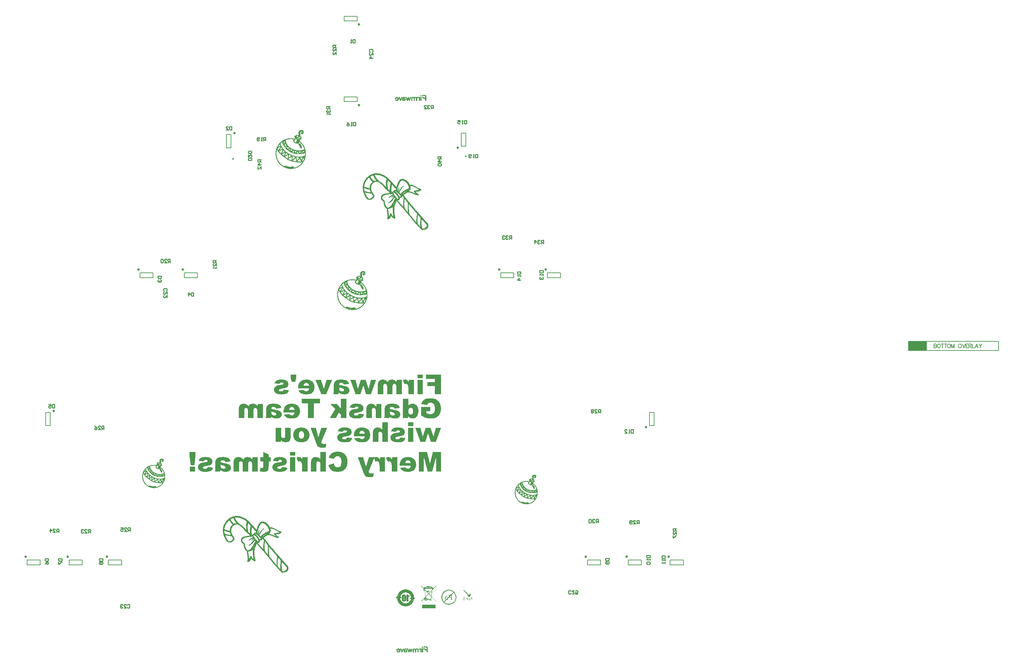
<source format=gbo>
G04 Layer_Color=32896*
%FSLAX44Y44*%
%MOMM*%
G71*
G01*
G75*
%ADD44C,0.1270*%
%ADD50C,0.2540*%
%ADD54R,4.8260X2.4130*%
%ADD70C,0.2500*%
%ADD73C,0.2000*%
%ADD110C,0.0322*%
%ADD111C,0.0254*%
%ADD112C,0.0142*%
%ADD113C,0.0135*%
%ADD114C,0.0102*%
G36*
X1218711Y1481403D02*
X1220044Y1481237D01*
X1221211Y1480987D01*
X1222211Y1480737D01*
X1223044Y1480487D01*
X1223710Y1480237D01*
X1224044Y1480070D01*
X1224210Y1479987D01*
X1225293Y1479404D01*
X1226376Y1478654D01*
X1227293Y1477904D01*
X1228209Y1477071D01*
X1228876Y1476405D01*
X1229459Y1475821D01*
X1229792Y1475405D01*
X1229959Y1475238D01*
Y1480654D01*
X1243122D01*
Y1443913D01*
X1228959D01*
Y1462575D01*
X1228876Y1464074D01*
X1228709Y1465324D01*
X1228459Y1466407D01*
X1228209Y1467240D01*
X1227959Y1467823D01*
X1227709Y1468323D01*
X1227543Y1468573D01*
X1227459Y1468656D01*
X1226793Y1469240D01*
X1226126Y1469740D01*
X1225460Y1470073D01*
X1224877Y1470240D01*
X1224293Y1470406D01*
X1223877Y1470489D01*
X1222877D01*
X1222460Y1470323D01*
X1221627Y1470073D01*
X1221294Y1469906D01*
X1221044Y1469740D01*
X1220961Y1469656D01*
X1220878Y1469573D01*
X1220128Y1468907D01*
X1219628Y1468157D01*
X1219378Y1467657D01*
X1219295Y1467490D01*
Y1467407D01*
X1219211Y1466990D01*
X1219128Y1466490D01*
X1218961Y1465407D01*
Y1464908D01*
Y1464491D01*
Y1464158D01*
Y1464074D01*
Y1443913D01*
X1204798D01*
Y1462825D01*
X1204715Y1464241D01*
X1204548Y1465407D01*
X1204298Y1466407D01*
X1204049Y1467240D01*
X1203799Y1467907D01*
X1203549Y1468323D01*
X1203382Y1468573D01*
X1203299Y1468656D01*
X1202716Y1469240D01*
X1202049Y1469740D01*
X1201383Y1470073D01*
X1200716Y1470240D01*
X1200133Y1470406D01*
X1199716Y1470489D01*
X1199300D01*
X1198550Y1470406D01*
X1197884Y1470156D01*
X1197300Y1469906D01*
X1196801Y1469573D01*
X1196384Y1469156D01*
X1196051Y1468907D01*
X1195884Y1468656D01*
X1195801Y1468573D01*
X1195468Y1468073D01*
X1195218Y1467490D01*
X1194884Y1466241D01*
Y1465657D01*
X1194801Y1465241D01*
Y1464908D01*
Y1464824D01*
Y1443913D01*
X1180638D01*
Y1466990D01*
Y1468323D01*
X1180805Y1469573D01*
X1180971Y1470739D01*
X1181138Y1471822D01*
X1181388Y1472822D01*
X1181721Y1473739D01*
X1181971Y1474488D01*
X1182304Y1475238D01*
X1182637Y1475821D01*
X1182887Y1476405D01*
X1183221Y1476904D01*
X1183471Y1477238D01*
X1183637Y1477571D01*
X1183804Y1477738D01*
X1183970Y1477904D01*
X1184637Y1478571D01*
X1185303Y1479070D01*
X1186803Y1479987D01*
X1188386Y1480654D01*
X1189802Y1481070D01*
X1191135Y1481320D01*
X1191718Y1481403D01*
X1192218D01*
X1192635Y1481487D01*
X1193218D01*
X1194718Y1481403D01*
X1195967Y1481320D01*
X1197134Y1481070D01*
X1198133Y1480820D01*
X1198967Y1480570D01*
X1199550Y1480403D01*
X1199883Y1480237D01*
X1200050Y1480154D01*
X1201049Y1479570D01*
X1202132Y1478821D01*
X1203132Y1477988D01*
X1204049Y1477238D01*
X1204882Y1476405D01*
X1205465Y1475821D01*
X1205882Y1475405D01*
X1206048Y1475322D01*
Y1475238D01*
X1206715Y1476321D01*
X1207381Y1477238D01*
X1208131Y1478071D01*
X1208797Y1478737D01*
X1209381Y1479237D01*
X1209880Y1479570D01*
X1210214Y1479820D01*
X1210297Y1479904D01*
X1211297Y1480403D01*
X1212463Y1480820D01*
X1213546Y1481070D01*
X1214713Y1481320D01*
X1215712Y1481403D01*
X1216462Y1481487D01*
X1217212D01*
X1218711Y1481403D01*
D02*
G37*
G36*
X1420410Y1443913D02*
X1406330D01*
Y1461492D01*
X1406247Y1463241D01*
X1406080Y1464658D01*
X1405830Y1465907D01*
X1405497Y1466824D01*
X1405247Y1467574D01*
X1404997Y1468073D01*
X1404830Y1468323D01*
X1404747Y1468407D01*
X1404081Y1469073D01*
X1403414Y1469573D01*
X1402748Y1469906D01*
X1402081Y1470156D01*
X1401498Y1470323D01*
X1400998Y1470406D01*
X1400582D01*
X1399749Y1470323D01*
X1398999Y1470156D01*
X1398416Y1469906D01*
X1397916Y1469656D01*
X1397499Y1469406D01*
X1397249Y1469156D01*
X1397083Y1468990D01*
X1396999Y1468907D01*
X1396583Y1468323D01*
X1396249Y1467574D01*
X1395999Y1466740D01*
X1395833Y1465991D01*
X1395750Y1465241D01*
X1395666Y1464658D01*
Y1464241D01*
Y1464074D01*
Y1443913D01*
X1381503D01*
Y1467240D01*
Y1468573D01*
X1381670Y1469823D01*
X1381836Y1470906D01*
X1382003Y1471989D01*
X1382253Y1472989D01*
X1382586Y1473822D01*
X1382836Y1474655D01*
X1383169Y1475322D01*
X1383503Y1475988D01*
X1383753Y1476488D01*
X1384086Y1476988D01*
X1384336Y1477321D01*
X1384502Y1477654D01*
X1384669Y1477821D01*
X1384836Y1477988D01*
X1386169Y1479154D01*
X1387668Y1479987D01*
X1389168Y1480654D01*
X1390584Y1481070D01*
X1391917Y1481320D01*
X1392500Y1481403D01*
X1393000D01*
X1393333Y1481487D01*
X1393917D01*
X1395333Y1481403D01*
X1396583Y1481320D01*
X1397749Y1481070D01*
X1398749Y1480820D01*
X1399582Y1480570D01*
X1400165Y1480403D01*
X1400498Y1480237D01*
X1400665Y1480154D01*
X1401748Y1479654D01*
X1402748Y1478987D01*
X1403664Y1478237D01*
X1404581Y1477571D01*
X1405247Y1476904D01*
X1405830Y1476405D01*
X1406163Y1476071D01*
X1406330Y1475905D01*
Y1494650D01*
X1420410D01*
Y1443913D01*
D02*
G37*
G36*
X1552876Y1481403D02*
X1553876Y1481237D01*
X1554709Y1480987D01*
X1555375Y1480737D01*
X1555959Y1480487D01*
X1556458Y1480237D01*
X1556708Y1480070D01*
X1556792Y1479987D01*
X1557541Y1479321D01*
X1558208Y1478487D01*
X1558874Y1477654D01*
X1559458Y1476738D01*
X1559957Y1475905D01*
X1560374Y1475238D01*
X1560624Y1474738D01*
X1560707Y1474655D01*
Y1480654D01*
X1573871D01*
Y1443913D01*
X1559707D01*
Y1456160D01*
Y1457743D01*
X1559624Y1459242D01*
X1559541Y1460575D01*
X1559374Y1461742D01*
X1559208Y1462908D01*
X1559041Y1463824D01*
X1558791Y1464741D01*
X1558625Y1465491D01*
X1558458Y1466157D01*
X1558208Y1466740D01*
X1558041Y1467240D01*
X1557875Y1467574D01*
X1557708Y1467907D01*
X1557625Y1468073D01*
X1557541Y1468240D01*
X1556958Y1468990D01*
X1556208Y1469573D01*
X1555542Y1469989D01*
X1554875Y1470323D01*
X1554209Y1470489D01*
X1553709Y1470573D01*
X1553293D01*
X1552709Y1470489D01*
X1552043Y1470406D01*
X1550793Y1470073D01*
X1550210Y1469823D01*
X1549793Y1469656D01*
X1549460Y1469573D01*
X1549377Y1469490D01*
X1545565Y1478120D01*
X1531215Y1443913D01*
X1531631Y1442913D01*
X1532048Y1442080D01*
X1532548Y1441330D01*
X1532964Y1440747D01*
X1533298Y1440331D01*
X1533631Y1440081D01*
X1533797Y1439914D01*
X1533881Y1439831D01*
X1534464Y1439414D01*
X1535130Y1439164D01*
X1536463Y1438831D01*
X1537047Y1438748D01*
X1537463Y1438664D01*
X1537880D01*
X1539213Y1438748D01*
X1540546Y1438831D01*
X1541629Y1438997D01*
X1542629Y1439164D01*
X1543462Y1439331D01*
X1544128Y1439497D01*
X1544461Y1439664D01*
X1544628D01*
X1543545Y1429833D01*
X1541296Y1429583D01*
X1539379Y1429333D01*
X1537796Y1429167D01*
X1536463Y1429083D01*
X1535464D01*
X1534714Y1429000D01*
X1532798D01*
X1531465Y1429167D01*
X1530298Y1429333D01*
X1529215Y1429500D01*
X1528216Y1429750D01*
X1527299Y1430083D01*
X1526466Y1430333D01*
X1525716Y1430666D01*
X1525050Y1430999D01*
X1524550Y1431250D01*
X1524050Y1431583D01*
X1523633Y1431833D01*
X1523383Y1431999D01*
X1523134Y1432166D01*
X1522967Y1432332D01*
X1522467Y1432832D01*
X1521967Y1433416D01*
X1521051Y1434749D01*
X1520218Y1436248D01*
X1519468Y1437748D01*
X1518801Y1439164D01*
X1518551Y1439831D01*
X1518302Y1440331D01*
X1518135Y1440747D01*
X1517968Y1441164D01*
X1517885Y1441330D01*
Y1441414D01*
X1503305Y1480654D01*
X1517218D01*
X1524217Y1456160D01*
X1531798Y1480654D01*
X1546628D01*
X1546441Y1480209D01*
X1547627Y1480654D01*
X1548794Y1480987D01*
X1549793Y1481237D01*
X1550627Y1481403D01*
X1551210Y1481487D01*
X1551793D01*
X1552876Y1481403D01*
D02*
G37*
G36*
X1156811D02*
X1157977Y1481320D01*
X1159143Y1481153D01*
X1160060Y1481070D01*
X1160726Y1480903D01*
X1161143Y1480820D01*
X1161310D01*
X1162476Y1480570D01*
X1163559Y1480320D01*
X1164475Y1480070D01*
X1165225Y1479737D01*
X1165892Y1479570D01*
X1166308Y1479321D01*
X1166558Y1479237D01*
X1166641Y1479154D01*
X1167641Y1478571D01*
X1168474Y1477988D01*
X1169141Y1477404D01*
X1169724Y1476904D01*
X1170224Y1476405D01*
X1170557Y1475988D01*
X1170724Y1475738D01*
X1170807Y1475655D01*
X1171307Y1474822D01*
X1171723Y1473988D01*
X1172140Y1473072D01*
X1172390Y1472156D01*
X1172640Y1471406D01*
X1172807Y1470739D01*
X1172973Y1470323D01*
Y1470156D01*
X1159477Y1468740D01*
X1159143Y1469573D01*
X1158810Y1470240D01*
X1158394Y1470739D01*
X1158060Y1471239D01*
X1157810Y1471489D01*
X1157561Y1471739D01*
X1157394Y1471906D01*
X1157311D01*
X1156561Y1472322D01*
X1155728Y1472572D01*
X1154061Y1472905D01*
X1153228Y1472989D01*
X1152645Y1473072D01*
X1152062D01*
X1151145Y1472989D01*
X1150312Y1472905D01*
X1149646Y1472739D01*
X1149146Y1472572D01*
X1148729Y1472322D01*
X1148480Y1472156D01*
X1148313Y1472072D01*
X1148230Y1471989D01*
X1147896Y1471573D01*
X1147563Y1470989D01*
X1147313Y1469823D01*
X1147230Y1469240D01*
X1147147Y1468823D01*
Y1468490D01*
Y1468407D01*
X1149063Y1467657D01*
X1149896Y1467407D01*
X1150646Y1467157D01*
X1151312Y1466907D01*
X1151812Y1466740D01*
X1152145Y1466657D01*
X1152228D01*
X1152728Y1466574D01*
X1153312Y1466407D01*
X1154061Y1466241D01*
X1154811Y1466074D01*
X1156561Y1465741D01*
X1158227Y1465324D01*
X1159893Y1464991D01*
X1160643Y1464908D01*
X1161310Y1464741D01*
X1161809Y1464658D01*
X1162226Y1464574D01*
X1162476Y1464491D01*
X1162559D01*
X1163726Y1464241D01*
X1164809Y1463908D01*
X1165808Y1463658D01*
X1166725Y1463325D01*
X1167558Y1462991D01*
X1168308Y1462658D01*
X1169557Y1461992D01*
X1170474Y1461408D01*
X1171140Y1460909D01*
X1171557Y1460575D01*
X1171640Y1460492D01*
X1172473Y1459409D01*
X1173056Y1458242D01*
X1173473Y1457076D01*
X1173723Y1455993D01*
X1173890Y1455077D01*
X1174056Y1454244D01*
Y1453744D01*
Y1453660D01*
Y1453577D01*
X1173890Y1451994D01*
X1173556Y1450578D01*
X1172973Y1449245D01*
X1172307Y1448162D01*
X1171723Y1447329D01*
X1171140Y1446662D01*
X1170807Y1446246D01*
X1170640Y1446079D01*
X1169224Y1445079D01*
X1167641Y1444329D01*
X1165975Y1443830D01*
X1164392Y1443496D01*
X1162893Y1443246D01*
X1162309Y1443163D01*
X1161726D01*
X1161310Y1443080D01*
X1160643D01*
X1158810Y1443163D01*
X1157144Y1443330D01*
X1155644Y1443580D01*
X1154395Y1443830D01*
X1153312Y1444079D01*
X1152562Y1444329D01*
X1152062Y1444496D01*
X1151895Y1444579D01*
X1150895Y1445079D01*
X1149896Y1445662D01*
X1148979Y1446329D01*
X1148146Y1446912D01*
X1147396Y1447495D01*
X1146897Y1447995D01*
X1146480Y1448328D01*
X1146397Y1448412D01*
X1146313Y1447829D01*
X1146230Y1447329D01*
X1146063Y1446579D01*
X1145897Y1446162D01*
Y1445996D01*
X1145647Y1445412D01*
X1145314Y1444746D01*
X1144980Y1444163D01*
X1144897Y1443996D01*
Y1443913D01*
X1131650D01*
X1132067Y1444746D01*
X1132400Y1445412D01*
X1132650Y1446079D01*
X1132817Y1446579D01*
X1132983Y1446995D01*
X1133067Y1447329D01*
X1133150Y1447495D01*
Y1447579D01*
X1133233Y1448162D01*
X1133317Y1448828D01*
X1133400Y1450161D01*
Y1450744D01*
Y1451244D01*
Y1451578D01*
Y1451661D01*
Y1467907D01*
X1133483Y1468907D01*
X1133567Y1469823D01*
X1133733Y1470739D01*
X1133900Y1471573D01*
X1134150Y1472322D01*
X1134316Y1472822D01*
X1134400Y1473239D01*
X1134483Y1473322D01*
X1134900Y1474322D01*
X1135316Y1475238D01*
X1135816Y1475988D01*
X1136233Y1476655D01*
X1136649Y1477071D01*
X1136982Y1477488D01*
X1137232Y1477654D01*
X1137316Y1477738D01*
X1138315Y1478487D01*
X1139398Y1479154D01*
X1140481Y1479654D01*
X1141481Y1480070D01*
X1142398Y1480403D01*
X1143064Y1480570D01*
X1143564Y1480737D01*
X1143731D01*
X1145230Y1480987D01*
X1146980Y1481153D01*
X1148646Y1481320D01*
X1150312Y1481403D01*
X1151729Y1481487D01*
X1155394D01*
X1156811Y1481403D01*
D02*
G37*
G36*
X1453068Y1495400D02*
X1455151Y1495233D01*
X1457151Y1494816D01*
X1458983Y1494400D01*
X1460650Y1493900D01*
X1462233Y1493317D01*
X1463649Y1492734D01*
X1464899Y1492067D01*
X1466065Y1491401D01*
X1467065Y1490818D01*
X1467898Y1490234D01*
X1468564Y1489734D01*
X1469147Y1489318D01*
X1469481Y1488985D01*
X1469731Y1488735D01*
X1469814Y1488651D01*
X1470980Y1487318D01*
X1471980Y1485902D01*
X1472896Y1484402D01*
X1473646Y1482820D01*
X1474313Y1481153D01*
X1474813Y1479570D01*
X1475312Y1477988D01*
X1475646Y1476488D01*
X1475896Y1474988D01*
X1476146Y1473655D01*
X1476312Y1472489D01*
X1476396Y1471406D01*
Y1470573D01*
X1476479Y1469906D01*
Y1469490D01*
Y1469323D01*
X1476396Y1467574D01*
X1476312Y1465991D01*
X1476146Y1464408D01*
X1475896Y1462908D01*
X1475646Y1461575D01*
X1475312Y1460325D01*
X1474979Y1459076D01*
X1474563Y1458076D01*
X1474229Y1457076D01*
X1473896Y1456243D01*
X1473563Y1455493D01*
X1473313Y1454910D01*
X1473063Y1454494D01*
X1472896Y1454077D01*
X1472730Y1453910D01*
Y1453827D01*
X1471980Y1452744D01*
X1471230Y1451744D01*
X1469731Y1449995D01*
X1468148Y1448495D01*
X1466731Y1447412D01*
X1465482Y1446496D01*
X1464982Y1446162D01*
X1464565Y1445912D01*
X1464149Y1445662D01*
X1463899Y1445496D01*
X1463732Y1445412D01*
X1463649D01*
X1461566Y1444663D01*
X1459317Y1444079D01*
X1457067Y1443663D01*
X1454901Y1443413D01*
X1453985Y1443246D01*
X1453068D01*
X1452235Y1443163D01*
X1451485Y1443080D01*
X1450152D01*
X1447736Y1443163D01*
X1445487Y1443413D01*
X1443571Y1443663D01*
X1441988Y1444079D01*
X1441238Y1444246D01*
X1440655Y1444413D01*
X1440155Y1444579D01*
X1439738Y1444663D01*
X1439322Y1444829D01*
X1439072Y1444913D01*
X1438988Y1444996D01*
X1438905D01*
X1437322Y1445829D01*
X1435906Y1446745D01*
X1434656Y1447745D01*
X1433573Y1448662D01*
X1432657Y1449495D01*
X1431990Y1450161D01*
X1431657Y1450661D01*
X1431490Y1450828D01*
X1430407Y1452411D01*
X1429491Y1453994D01*
X1428741Y1455577D01*
X1428158Y1457159D01*
X1427658Y1458492D01*
X1427491Y1459076D01*
X1427325Y1459576D01*
X1427241Y1459909D01*
X1427158Y1460242D01*
X1427075Y1460409D01*
Y1460492D01*
X1440821Y1464741D01*
X1441238Y1462991D01*
X1441821Y1461492D01*
X1442404Y1460242D01*
X1442904Y1459159D01*
X1443404Y1458409D01*
X1443820Y1457826D01*
X1444154Y1457409D01*
X1444237Y1457326D01*
X1445154Y1456493D01*
X1446237Y1455910D01*
X1447320Y1455410D01*
X1448486Y1455160D01*
X1449402Y1454993D01*
X1450236Y1454910D01*
X1450569Y1454827D01*
X1450985D01*
X1452652Y1454993D01*
X1454068Y1455327D01*
X1455318Y1455827D01*
X1456317Y1456410D01*
X1457151Y1456910D01*
X1457734Y1457409D01*
X1458150Y1457743D01*
X1458233Y1457909D01*
X1458650Y1458576D01*
X1459067Y1459326D01*
X1459400Y1460159D01*
X1459650Y1460992D01*
X1460150Y1462908D01*
X1460400Y1464824D01*
X1460566Y1466574D01*
X1460650Y1467324D01*
Y1468073D01*
X1460733Y1468573D01*
Y1469073D01*
Y1469323D01*
Y1469406D01*
Y1470656D01*
X1460650Y1471822D01*
X1460566Y1472905D01*
X1460400Y1473822D01*
X1460066Y1475571D01*
X1459650Y1476988D01*
X1459317Y1478071D01*
X1458983Y1478821D01*
X1458733Y1479237D01*
X1458650Y1479404D01*
X1458067Y1480154D01*
X1457484Y1480820D01*
X1456817Y1481403D01*
X1456151Y1481903D01*
X1454818Y1482653D01*
X1453485Y1483236D01*
X1452318Y1483486D01*
X1451319Y1483653D01*
X1450985Y1483736D01*
X1449569D01*
X1448819Y1483569D01*
X1448069Y1483403D01*
X1447486Y1483236D01*
X1446903Y1483069D01*
X1446570Y1482903D01*
X1446320Y1482820D01*
X1446237Y1482736D01*
X1444904Y1481903D01*
X1444404Y1481403D01*
X1443904Y1480987D01*
X1443487Y1480570D01*
X1443237Y1480320D01*
X1443071Y1480070D01*
X1442987Y1479987D01*
X1442654Y1479570D01*
X1442404Y1478987D01*
X1441904Y1477904D01*
X1441654Y1477404D01*
X1441571Y1476988D01*
X1441405Y1476738D01*
Y1476655D01*
X1427575Y1479654D01*
X1428158Y1481153D01*
X1428741Y1482486D01*
X1429324Y1483736D01*
X1429991Y1484902D01*
X1430741Y1485985D01*
X1431407Y1486985D01*
X1432074Y1487818D01*
X1432740Y1488651D01*
X1433323Y1489318D01*
X1433906Y1489901D01*
X1434490Y1490401D01*
X1434906Y1490818D01*
X1435323Y1491151D01*
X1435573Y1491401D01*
X1435739Y1491484D01*
X1435823Y1491567D01*
X1436906Y1492234D01*
X1437989Y1492900D01*
X1440488Y1493817D01*
X1442904Y1494567D01*
X1445320Y1494983D01*
X1446487Y1495150D01*
X1447486Y1495316D01*
X1448403Y1495400D01*
X1449236D01*
X1449902Y1495483D01*
X1450819D01*
X1453068Y1495400D01*
D02*
G37*
G36*
X1081580Y1483069D02*
X1078831Y1459825D01*
X1069500D01*
X1066500Y1483069D01*
Y1494650D01*
X1081580D01*
Y1483069D01*
D02*
G37*
G36*
X1719000Y1443913D02*
X1706170D01*
Y1482570D01*
X1696339Y1443913D01*
X1684675D01*
X1674761Y1482570D01*
Y1443913D01*
X1661931D01*
Y1494650D01*
X1682593D01*
X1690507Y1463741D01*
X1698339Y1494650D01*
X1719000D01*
Y1443913D01*
D02*
G37*
G36*
X1341097Y1485069D02*
X1327017D01*
Y1494650D01*
X1341097D01*
Y1485069D01*
D02*
G37*
G36*
X1516469Y1558034D02*
X1518135Y1557867D01*
X1519718Y1557617D01*
X1521217Y1557284D01*
X1522550Y1556867D01*
X1523800Y1556451D01*
X1524966Y1555951D01*
X1525966Y1555451D01*
X1526883Y1554951D01*
X1527716Y1554451D01*
X1528382Y1554035D01*
X1528965Y1553618D01*
X1529382Y1553285D01*
X1529715Y1553035D01*
X1529882Y1552868D01*
X1529965Y1552785D01*
X1530965Y1551785D01*
X1531798Y1550619D01*
X1532548Y1549536D01*
X1533131Y1548369D01*
X1533714Y1547203D01*
X1534131Y1546037D01*
X1534797Y1543787D01*
X1534964Y1542788D01*
X1535130Y1541788D01*
X1535297Y1540955D01*
X1535380Y1540205D01*
X1535464Y1539622D01*
Y1539205D01*
Y1538872D01*
Y1538789D01*
X1535380Y1536622D01*
X1535047Y1534540D01*
X1534631Y1532790D01*
X1534047Y1531207D01*
X1533548Y1529957D01*
X1533381Y1529458D01*
X1533131Y1529041D01*
X1532964Y1528625D01*
X1532798Y1528375D01*
X1532714Y1528291D01*
Y1528208D01*
X1531631Y1526625D01*
X1530465Y1525292D01*
X1529299Y1524209D01*
X1528216Y1523293D01*
X1527299Y1522626D01*
X1526466Y1522126D01*
X1525966Y1521793D01*
X1525883Y1521710D01*
X1525800D01*
X1524133Y1521043D01*
X1522217Y1520543D01*
X1520301Y1520210D01*
X1518468Y1519960D01*
X1516802Y1519794D01*
X1516135D01*
X1515469Y1519710D01*
X1512803D01*
X1511387Y1519794D01*
X1510054Y1519960D01*
X1508804Y1520043D01*
X1507637Y1520293D01*
X1506555Y1520460D01*
X1505638Y1520627D01*
X1504722Y1520876D01*
X1503972Y1521126D01*
X1503305Y1521293D01*
X1502805Y1521543D01*
X1502306Y1521710D01*
X1501972Y1521793D01*
X1501639Y1521960D01*
X1501556Y1522043D01*
X1501472D01*
X1499806Y1523043D01*
X1498390Y1524292D01*
X1497057Y1525625D01*
X1495891Y1526958D01*
X1494974Y1528125D01*
X1494308Y1529124D01*
X1494058Y1529541D01*
X1493891Y1529791D01*
X1493724Y1529957D01*
Y1530041D01*
X1507637Y1531290D01*
X1508137Y1530707D01*
X1508554Y1530208D01*
X1508970Y1529791D01*
X1509387Y1529541D01*
X1509720Y1529291D01*
X1509970Y1529124D01*
X1510054Y1528958D01*
X1510137D01*
X1510803Y1528625D01*
X1511553Y1528375D01*
X1512220Y1528208D01*
X1512803Y1528125D01*
X1513303Y1528041D01*
X1513719Y1527958D01*
X1514052D01*
X1515219Y1528041D01*
X1516219Y1528291D01*
X1517135Y1528708D01*
X1517968Y1529124D01*
X1518551Y1529541D01*
X1518968Y1529957D01*
X1519301Y1530208D01*
X1519384Y1530291D01*
X1519884Y1530957D01*
X1520218Y1531790D01*
X1520551Y1532623D01*
X1520801Y1533457D01*
X1520967Y1534206D01*
X1521051Y1534790D01*
X1521134Y1535206D01*
Y1535373D01*
X1492891D01*
Y1536956D01*
X1492975Y1539538D01*
X1493224Y1541871D01*
X1493641Y1543871D01*
X1493891Y1544787D01*
X1494058Y1545537D01*
X1494308Y1546287D01*
X1494557Y1546870D01*
X1494724Y1547453D01*
X1494891Y1547870D01*
X1495057Y1548203D01*
X1495224Y1548536D01*
X1495307Y1548619D01*
Y1548703D01*
X1496307Y1550286D01*
X1497390Y1551702D01*
X1498557Y1552952D01*
X1499723Y1553951D01*
X1500723Y1554701D01*
X1501556Y1555284D01*
X1501889Y1555451D01*
X1502139Y1555618D01*
X1502222Y1555701D01*
X1502306D01*
X1504138Y1556534D01*
X1506138Y1557117D01*
X1508221Y1557534D01*
X1510220Y1557784D01*
X1511137Y1557950D01*
X1511970Y1558034D01*
X1512720D01*
X1513386Y1558117D01*
X1514719D01*
X1516469Y1558034D01*
D02*
G37*
G36*
X1328933Y1533873D02*
Y1532540D01*
X1328767Y1531374D01*
X1328600Y1530208D01*
X1328433Y1529124D01*
X1328183Y1528208D01*
X1327934Y1527292D01*
X1327600Y1526458D01*
X1327267Y1525792D01*
X1327017Y1525125D01*
X1326684Y1524626D01*
X1326434Y1524126D01*
X1326184Y1523792D01*
X1326017Y1523459D01*
X1325851Y1523293D01*
X1325684Y1523126D01*
X1324351Y1521960D01*
X1322852Y1521126D01*
X1321352Y1520543D01*
X1319852Y1520127D01*
X1318519Y1519877D01*
X1317936Y1519794D01*
X1317520D01*
X1317103Y1519710D01*
X1316520D01*
X1314937Y1519794D01*
X1313521Y1519960D01*
X1312271Y1520210D01*
X1311188Y1520460D01*
X1310355Y1520710D01*
X1309688Y1520960D01*
X1309355Y1521126D01*
X1309188Y1521210D01*
X1308105Y1521876D01*
X1307022Y1522709D01*
X1305939Y1523542D01*
X1305023Y1524459D01*
X1304273Y1525209D01*
X1303690Y1525875D01*
X1303356Y1526292D01*
X1303190Y1526458D01*
Y1520543D01*
X1290027D01*
Y1557284D01*
X1304106D01*
Y1539538D01*
X1304190Y1537789D01*
X1304356Y1536373D01*
X1304606Y1535123D01*
X1304939Y1534206D01*
X1305273Y1533457D01*
X1305523Y1533040D01*
X1305689Y1532707D01*
X1305773Y1532623D01*
X1306439Y1531957D01*
X1307106Y1531540D01*
X1307772Y1531207D01*
X1308439Y1530957D01*
X1309022Y1530791D01*
X1309522Y1530707D01*
X1309938D01*
X1310771Y1530791D01*
X1311438Y1530957D01*
X1312104Y1531124D01*
X1312604Y1531457D01*
X1313021Y1531707D01*
X1313271Y1531874D01*
X1313437Y1532040D01*
X1313521Y1532124D01*
X1313937Y1532707D01*
X1314270Y1533457D01*
X1314437Y1534290D01*
X1314604Y1535123D01*
X1314687Y1535873D01*
X1314770Y1536456D01*
Y1536872D01*
Y1537039D01*
Y1557284D01*
X1328933D01*
Y1533873D01*
D02*
G37*
G36*
X1408080Y1520543D02*
X1408496Y1519543D01*
X1408913Y1518710D01*
X1409413Y1517961D01*
X1409829Y1517377D01*
X1410163Y1516961D01*
X1410496Y1516711D01*
X1410662Y1516544D01*
X1410746Y1516461D01*
X1411329Y1516044D01*
X1411995Y1515795D01*
X1413328Y1515461D01*
X1413911Y1515378D01*
X1414328Y1515295D01*
X1414745D01*
X1416078Y1515378D01*
X1417411Y1515461D01*
X1418494Y1515628D01*
X1419493Y1515795D01*
X1420327Y1515961D01*
X1420993Y1516128D01*
X1421326Y1516294D01*
X1421493D01*
X1420410Y1506463D01*
X1418160Y1506214D01*
X1416244Y1505964D01*
X1414661Y1505797D01*
X1413328Y1505714D01*
X1412329D01*
X1411579Y1505630D01*
X1409663D01*
X1408330Y1505797D01*
X1407163Y1505964D01*
X1406080Y1506130D01*
X1405081Y1506380D01*
X1404164Y1506714D01*
X1403331Y1506963D01*
X1402581Y1507297D01*
X1401915Y1507630D01*
X1401415Y1507880D01*
X1400915Y1508213D01*
X1400498Y1508463D01*
X1400248Y1508630D01*
X1399998Y1508796D01*
X1399832Y1508963D01*
X1399332Y1509463D01*
X1398832Y1510046D01*
X1397916Y1511379D01*
X1397083Y1512879D01*
X1396333Y1514378D01*
X1395666Y1515795D01*
X1395416Y1516461D01*
X1395166Y1516961D01*
X1395000Y1517377D01*
X1394833Y1517794D01*
X1394750Y1517961D01*
Y1518044D01*
X1380170Y1557284D01*
X1394083D01*
X1401082Y1532790D01*
X1408663Y1557284D01*
X1423492D01*
X1408080Y1520543D01*
D02*
G37*
G36*
X1647435D02*
X1633355D01*
Y1557284D01*
X1647435D01*
Y1520543D01*
D02*
G37*
G36*
X1358592Y1558034D02*
X1360259Y1557867D01*
X1361841Y1557617D01*
X1363341Y1557284D01*
X1364674Y1556867D01*
X1365924Y1556367D01*
X1367090Y1555868D01*
X1368090Y1555368D01*
X1369090Y1554868D01*
X1369839Y1554368D01*
X1370589Y1553868D01*
X1371172Y1553452D01*
X1371589Y1553118D01*
X1371922Y1552868D01*
X1372089Y1552702D01*
X1372172Y1552618D01*
X1373172Y1551535D01*
X1374005Y1550452D01*
X1374755Y1549369D01*
X1375421Y1548203D01*
X1376005Y1547036D01*
X1376421Y1545870D01*
X1377088Y1543704D01*
X1377338Y1542704D01*
X1377504Y1541705D01*
X1377671Y1540871D01*
X1377754Y1540205D01*
X1377837Y1539622D01*
Y1539122D01*
Y1538872D01*
Y1538789D01*
X1377754Y1537122D01*
X1377587Y1535539D01*
X1377254Y1534040D01*
X1376754Y1532707D01*
X1376254Y1531374D01*
X1375755Y1530124D01*
X1375088Y1529041D01*
X1374505Y1528041D01*
X1373922Y1527125D01*
X1373255Y1526375D01*
X1372755Y1525709D01*
X1372172Y1525125D01*
X1371756Y1524709D01*
X1371422Y1524376D01*
X1371256Y1524209D01*
X1371172Y1524126D01*
X1370089Y1523376D01*
X1369006Y1522709D01*
X1367757Y1522043D01*
X1366590Y1521543D01*
X1364174Y1520793D01*
X1361925Y1520293D01*
X1360842Y1520043D01*
X1359842Y1519960D01*
X1359009Y1519877D01*
X1358259Y1519794D01*
X1357593Y1519710D01*
X1356759D01*
X1354927Y1519794D01*
X1353260Y1519960D01*
X1351678Y1520210D01*
X1350178Y1520543D01*
X1348761Y1520960D01*
X1347512Y1521460D01*
X1346262Y1521876D01*
X1345262Y1522459D01*
X1344346Y1522959D01*
X1343513Y1523376D01*
X1342763Y1523876D01*
X1342180Y1524292D01*
X1341763Y1524626D01*
X1341430Y1524875D01*
X1341263Y1525042D01*
X1341180Y1525125D01*
X1340180Y1526208D01*
X1339347Y1527292D01*
X1338514Y1528375D01*
X1337931Y1529541D01*
X1337348Y1530707D01*
X1336931Y1531874D01*
X1336181Y1534040D01*
X1336015Y1535123D01*
X1335848Y1536039D01*
X1335682Y1536872D01*
X1335598Y1537539D01*
X1335515Y1538122D01*
Y1538622D01*
Y1538872D01*
Y1538955D01*
X1335598Y1540372D01*
X1335682Y1541705D01*
X1336265Y1544121D01*
X1336931Y1546287D01*
X1337348Y1547286D01*
X1337764Y1548203D01*
X1338264Y1548953D01*
X1338681Y1549702D01*
X1339014Y1550286D01*
X1339347Y1550786D01*
X1339680Y1551202D01*
X1339931Y1551452D01*
X1340014Y1551619D01*
X1340097Y1551702D01*
X1341180Y1552868D01*
X1342430Y1553785D01*
X1343763Y1554701D01*
X1345096Y1555451D01*
X1346512Y1556034D01*
X1347845Y1556534D01*
X1349261Y1556951D01*
X1350594Y1557284D01*
X1351844Y1557617D01*
X1353011Y1557784D01*
X1354093Y1557950D01*
X1355010Y1558034D01*
X1355760Y1558117D01*
X1356843D01*
X1358592Y1558034D01*
D02*
G37*
G36*
X1471730D02*
X1473646Y1557950D01*
X1475396Y1557700D01*
X1476812Y1557451D01*
X1477979Y1557200D01*
X1478812Y1557034D01*
X1479061Y1556951D01*
X1479311Y1556867D01*
X1479395Y1556784D01*
X1479478D01*
X1480811Y1556201D01*
X1481894Y1555618D01*
X1482894Y1554951D01*
X1483727Y1554285D01*
X1484393Y1553701D01*
X1484810Y1553202D01*
X1485143Y1552868D01*
X1485227Y1552785D01*
X1485893Y1551785D01*
X1486393Y1550702D01*
X1486810Y1549702D01*
X1487059Y1548703D01*
X1487226Y1547870D01*
X1487309Y1547203D01*
Y1546786D01*
Y1546703D01*
Y1546620D01*
X1487226Y1545370D01*
X1486976Y1544287D01*
X1486726Y1543287D01*
X1486310Y1542454D01*
X1485976Y1541705D01*
X1485726Y1541205D01*
X1485477Y1540788D01*
X1485393Y1540705D01*
X1484643Y1539788D01*
X1483810Y1539039D01*
X1482977Y1538372D01*
X1482227Y1537872D01*
X1481561Y1537539D01*
X1481061Y1537289D01*
X1480644Y1537122D01*
X1480561Y1537039D01*
X1479978Y1536872D01*
X1479311Y1536622D01*
X1477812Y1536206D01*
X1476062Y1535789D01*
X1474396Y1535456D01*
X1472896Y1535123D01*
X1472147Y1535040D01*
X1471563Y1534956D01*
X1471064Y1534873D01*
X1470730Y1534790D01*
X1470480Y1534706D01*
X1470397D01*
X1469481Y1534540D01*
X1468731Y1534373D01*
X1467398Y1534123D01*
X1466315Y1533873D01*
X1465482Y1533623D01*
X1464982Y1533457D01*
X1464565Y1533290D01*
X1464399Y1533207D01*
X1464315D01*
X1463732Y1532873D01*
X1463315Y1532457D01*
X1463066Y1532124D01*
X1462816Y1531707D01*
X1462732Y1531374D01*
X1462649Y1531124D01*
Y1530957D01*
Y1530874D01*
X1462732Y1530374D01*
X1462816Y1529957D01*
X1463232Y1529291D01*
X1463732Y1528791D01*
X1463815Y1528708D01*
X1463899Y1528625D01*
X1464565Y1528208D01*
X1465232Y1527958D01*
X1466731Y1527625D01*
X1467314Y1527542D01*
X1467814Y1527458D01*
X1468314D01*
X1469231Y1527542D01*
X1470064Y1527625D01*
X1470730Y1527791D01*
X1471397Y1527958D01*
X1471813Y1528125D01*
X1472230Y1528291D01*
X1472397Y1528458D01*
X1472480D01*
X1473063Y1528958D01*
X1473563Y1529458D01*
X1474313Y1530624D01*
X1474563Y1531207D01*
X1474729Y1531624D01*
X1474896Y1531957D01*
Y1532040D01*
X1488892Y1530707D01*
X1488309Y1528791D01*
X1487559Y1527208D01*
X1486643Y1525792D01*
X1485726Y1524626D01*
X1484893Y1523709D01*
X1484144Y1523043D01*
X1483644Y1522709D01*
X1483560Y1522543D01*
X1483477D01*
X1482561Y1522043D01*
X1481644Y1521626D01*
X1480561Y1521210D01*
X1479395Y1520876D01*
X1476979Y1520377D01*
X1474646Y1520043D01*
X1473563Y1519960D01*
X1472480Y1519877D01*
X1471563Y1519794D01*
X1470730D01*
X1469980Y1519710D01*
X1469064D01*
X1466481Y1519794D01*
X1464315Y1519960D01*
X1462316Y1520293D01*
X1461483Y1520460D01*
X1460733Y1520627D01*
X1460066Y1520710D01*
X1459483Y1520876D01*
X1458983Y1521043D01*
X1458567Y1521210D01*
X1458233Y1521293D01*
X1457984Y1521376D01*
X1457900Y1521460D01*
X1457817D01*
X1456317Y1522209D01*
X1455068Y1522959D01*
X1454068Y1523709D01*
X1453235Y1524459D01*
X1452568Y1525209D01*
X1452068Y1525709D01*
X1451819Y1526042D01*
X1451735Y1526208D01*
X1451069Y1527375D01*
X1450569Y1528458D01*
X1450236Y1529541D01*
X1449986Y1530457D01*
X1449819Y1531290D01*
X1449736Y1531957D01*
Y1532290D01*
Y1532457D01*
X1449819Y1533623D01*
X1449986Y1534706D01*
X1450319Y1535706D01*
X1450652Y1536539D01*
X1450985Y1537206D01*
X1451319Y1537789D01*
X1451485Y1538122D01*
X1451568Y1538205D01*
X1452318Y1539122D01*
X1453152Y1539955D01*
X1454068Y1540705D01*
X1454901Y1541288D01*
X1455734Y1541705D01*
X1456317Y1542038D01*
X1456734Y1542204D01*
X1456900Y1542288D01*
X1457567Y1542538D01*
X1458317Y1542788D01*
X1459983Y1543204D01*
X1461733Y1543621D01*
X1463399Y1543871D01*
X1464899Y1544121D01*
X1465565Y1544204D01*
X1466148Y1544287D01*
X1466648Y1544371D01*
X1466981Y1544454D01*
X1467314D01*
X1468897Y1544704D01*
X1470230Y1544870D01*
X1471313Y1545120D01*
X1472063Y1545287D01*
X1472730Y1545454D01*
X1473063Y1545620D01*
X1473313Y1545703D01*
X1473396D01*
X1473813Y1546037D01*
X1474146Y1546370D01*
X1474396Y1546703D01*
X1474563Y1547036D01*
X1474729Y1547536D01*
Y1547703D01*
Y1547786D01*
X1474646Y1548203D01*
X1474563Y1548619D01*
X1474146Y1549203D01*
X1473813Y1549619D01*
X1473730Y1549786D01*
X1473646D01*
X1473146Y1550119D01*
X1472646Y1550286D01*
X1471480Y1550619D01*
X1470980D01*
X1470564Y1550702D01*
X1470147D01*
X1469314Y1550619D01*
X1468481Y1550536D01*
X1467814Y1550369D01*
X1467231Y1550119D01*
X1466731Y1549869D01*
X1466398Y1549702D01*
X1466148Y1549619D01*
X1466065Y1549536D01*
X1465648Y1549203D01*
X1465315Y1548786D01*
X1464732Y1547953D01*
X1464565Y1547536D01*
X1464399Y1547203D01*
X1464315Y1547036D01*
Y1546953D01*
X1450985Y1548286D01*
X1451568Y1549536D01*
X1452152Y1550702D01*
X1452735Y1551619D01*
X1453235Y1552452D01*
X1453735Y1553118D01*
X1454151Y1553535D01*
X1454401Y1553868D01*
X1454485Y1553951D01*
X1455318Y1554701D01*
X1456151Y1555284D01*
X1457067Y1555868D01*
X1457900Y1556284D01*
X1458650Y1556617D01*
X1459233Y1556867D01*
X1459566Y1556951D01*
X1459733Y1557034D01*
X1461066Y1557367D01*
X1462566Y1557700D01*
X1464232Y1557867D01*
X1465815Y1557950D01*
X1467231Y1558034D01*
X1467814Y1558117D01*
X1469481D01*
X1471730Y1558034D01*
D02*
G37*
G36*
X1609695D02*
X1611611Y1557950D01*
X1613360Y1557700D01*
X1614777Y1557451D01*
X1615943Y1557200D01*
X1616776Y1557034D01*
X1617026Y1556951D01*
X1617276Y1556867D01*
X1617359Y1556784D01*
X1617443D01*
X1618776Y1556201D01*
X1619859Y1555618D01*
X1620858Y1554951D01*
X1621692Y1554285D01*
X1622358Y1553701D01*
X1622775Y1553202D01*
X1623108Y1552868D01*
X1623191Y1552785D01*
X1623858Y1551785D01*
X1624358Y1550702D01*
X1624774Y1549702D01*
X1625024Y1548703D01*
X1625191Y1547870D01*
X1625274Y1547203D01*
Y1546786D01*
Y1546703D01*
Y1546620D01*
X1625191Y1545370D01*
X1624941Y1544287D01*
X1624691Y1543287D01*
X1624274Y1542454D01*
X1623941Y1541705D01*
X1623691Y1541205D01*
X1623441Y1540788D01*
X1623358Y1540705D01*
X1622608Y1539788D01*
X1621775Y1539039D01*
X1620942Y1538372D01*
X1620192Y1537872D01*
X1619525Y1537539D01*
X1619026Y1537289D01*
X1618609Y1537122D01*
X1618526Y1537039D01*
X1617943Y1536872D01*
X1617276Y1536622D01*
X1615777Y1536206D01*
X1614027Y1535789D01*
X1612361Y1535456D01*
X1610861Y1535123D01*
X1610111Y1535040D01*
X1609528Y1534956D01*
X1609028Y1534873D01*
X1608695Y1534790D01*
X1608445Y1534706D01*
X1608362D01*
X1607445Y1534540D01*
X1606696Y1534373D01*
X1605363Y1534123D01*
X1604279Y1533873D01*
X1603446Y1533623D01*
X1602946Y1533457D01*
X1602530Y1533290D01*
X1602363Y1533207D01*
X1602280D01*
X1601697Y1532873D01*
X1601280Y1532457D01*
X1601030Y1532124D01*
X1600780Y1531707D01*
X1600697Y1531374D01*
X1600614Y1531124D01*
Y1530957D01*
Y1530874D01*
X1600697Y1530374D01*
X1600780Y1529957D01*
X1601197Y1529291D01*
X1601697Y1528791D01*
X1601780Y1528708D01*
X1601863Y1528625D01*
X1602530Y1528208D01*
X1603196Y1527958D01*
X1604696Y1527625D01*
X1605279Y1527542D01*
X1605779Y1527458D01*
X1606279D01*
X1607195Y1527542D01*
X1608029Y1527625D01*
X1608695Y1527791D01*
X1609362Y1527958D01*
X1609778Y1528125D01*
X1610195Y1528291D01*
X1610361Y1528458D01*
X1610444D01*
X1611028Y1528958D01*
X1611528Y1529458D01*
X1612277Y1530624D01*
X1612527Y1531207D01*
X1612694Y1531624D01*
X1612861Y1531957D01*
Y1532040D01*
X1626857Y1530707D01*
X1626274Y1528791D01*
X1625524Y1527208D01*
X1624608Y1525792D01*
X1623691Y1524626D01*
X1622858Y1523709D01*
X1622108Y1523043D01*
X1621608Y1522709D01*
X1621525Y1522543D01*
X1621442D01*
X1620525Y1522043D01*
X1619609Y1521626D01*
X1618526Y1521210D01*
X1617359Y1520876D01*
X1614943Y1520377D01*
X1612611Y1520043D01*
X1611528Y1519960D01*
X1610444Y1519877D01*
X1609528Y1519794D01*
X1608695D01*
X1607945Y1519710D01*
X1607029D01*
X1604446Y1519794D01*
X1602280Y1519960D01*
X1600280Y1520293D01*
X1599447Y1520460D01*
X1598698Y1520627D01*
X1598031Y1520710D01*
X1597448Y1520876D01*
X1596948Y1521043D01*
X1596531Y1521210D01*
X1596198Y1521293D01*
X1595948Y1521376D01*
X1595865Y1521460D01*
X1595782D01*
X1594282Y1522209D01*
X1593032Y1522959D01*
X1592033Y1523709D01*
X1591199Y1524459D01*
X1590533Y1525209D01*
X1590033Y1525709D01*
X1589783Y1526042D01*
X1589700Y1526208D01*
X1589033Y1527375D01*
X1588533Y1528458D01*
X1588200Y1529541D01*
X1587950Y1530457D01*
X1587784Y1531290D01*
X1587700Y1531957D01*
Y1532290D01*
Y1532457D01*
X1587784Y1533623D01*
X1587950Y1534706D01*
X1588284Y1535706D01*
X1588617Y1536539D01*
X1588950Y1537206D01*
X1589283Y1537789D01*
X1589450Y1538122D01*
X1589533Y1538205D01*
X1590283Y1539122D01*
X1591116Y1539955D01*
X1592033Y1540705D01*
X1592866Y1541288D01*
X1593699Y1541705D01*
X1594282Y1542038D01*
X1594699Y1542204D01*
X1594865Y1542288D01*
X1595532Y1542538D01*
X1596281Y1542788D01*
X1597948Y1543204D01*
X1599697Y1543621D01*
X1601364Y1543871D01*
X1602863Y1544121D01*
X1603530Y1544204D01*
X1604113Y1544287D01*
X1604613Y1544371D01*
X1604946Y1544454D01*
X1605279D01*
X1606862Y1544704D01*
X1608195Y1544870D01*
X1609278Y1545120D01*
X1610028Y1545287D01*
X1610694Y1545454D01*
X1611028Y1545620D01*
X1611278Y1545703D01*
X1611361D01*
X1611777Y1546037D01*
X1612111Y1546370D01*
X1612361Y1546703D01*
X1612527Y1547036D01*
X1612694Y1547536D01*
Y1547703D01*
Y1547786D01*
X1612611Y1548203D01*
X1612527Y1548619D01*
X1612111Y1549203D01*
X1611777Y1549619D01*
X1611694Y1549786D01*
X1611611D01*
X1611111Y1550119D01*
X1610611Y1550286D01*
X1609445Y1550619D01*
X1608945D01*
X1608528Y1550702D01*
X1608112D01*
X1607279Y1550619D01*
X1606446Y1550536D01*
X1605779Y1550369D01*
X1605196Y1550119D01*
X1604696Y1549869D01*
X1604363Y1549702D01*
X1604113Y1549619D01*
X1604030Y1549536D01*
X1603613Y1549203D01*
X1603280Y1548786D01*
X1602697Y1547953D01*
X1602530Y1547536D01*
X1602363Y1547203D01*
X1602280Y1547036D01*
Y1546953D01*
X1588950Y1548286D01*
X1589533Y1549536D01*
X1590116Y1550702D01*
X1590700Y1551619D01*
X1591199Y1552452D01*
X1591699Y1553118D01*
X1592116Y1553535D01*
X1592366Y1553868D01*
X1592449Y1553951D01*
X1593282Y1554701D01*
X1594115Y1555284D01*
X1595032Y1555868D01*
X1595865Y1556284D01*
X1596615Y1556617D01*
X1597198Y1556867D01*
X1597531Y1556951D01*
X1597698Y1557034D01*
X1599031Y1557367D01*
X1600530Y1557700D01*
X1602197Y1557867D01*
X1603780Y1557950D01*
X1605196Y1558034D01*
X1605779Y1558117D01*
X1607445D01*
X1609695Y1558034D01*
D02*
G37*
G36*
X1271781Y1487402D02*
Y1480654D01*
X1276947D01*
Y1470323D01*
X1271781D01*
Y1457409D01*
X1271698Y1455243D01*
X1271615Y1453410D01*
X1271448Y1451911D01*
X1271198Y1450661D01*
X1270948Y1449661D01*
X1270781Y1448995D01*
X1270698Y1448662D01*
X1270615Y1448495D01*
X1270115Y1447495D01*
X1269532Y1446662D01*
X1268949Y1445996D01*
X1268365Y1445412D01*
X1267782Y1444996D01*
X1267366Y1444663D01*
X1267032Y1444496D01*
X1266949Y1444413D01*
X1265866Y1443996D01*
X1264700Y1443663D01*
X1263367Y1443413D01*
X1262117Y1443246D01*
X1260951Y1443163D01*
X1260034Y1443080D01*
X1259201D01*
X1257452Y1443163D01*
X1255702Y1443246D01*
X1254036Y1443413D01*
X1252536Y1443663D01*
X1251286Y1443830D01*
X1250703Y1443913D01*
X1250287Y1443996D01*
X1249870Y1444079D01*
X1249620D01*
X1249454Y1444163D01*
X1249370D01*
X1250453Y1453910D01*
X1251453Y1453660D01*
X1252286Y1453410D01*
X1253036Y1453244D01*
X1253619Y1453161D01*
X1254119D01*
X1254452Y1453077D01*
X1254786D01*
X1255369Y1453161D01*
X1255869Y1453244D01*
X1256285Y1453410D01*
X1256618Y1453660D01*
X1257035Y1454077D01*
X1257202Y1454160D01*
Y1454244D01*
X1257368Y1454577D01*
X1257452Y1455077D01*
X1257535Y1456076D01*
X1257618Y1456576D01*
Y1456993D01*
Y1457243D01*
Y1457326D01*
Y1470323D01*
X1249870D01*
Y1480654D01*
X1257618D01*
Y1494650D01*
X1271781Y1487402D01*
D02*
G37*
G36*
X1787795Y1110311D02*
X1787095D01*
Y1113810D01*
X1783071D01*
Y1110311D01*
X1782371D01*
Y1117484D01*
X1783071D01*
Y1114393D01*
X1787095D01*
Y1117484D01*
X1787795D01*
Y1110311D01*
D02*
G37*
G36*
X1777997Y1136554D02*
X1778231Y1136438D01*
X1778405Y1136379D01*
X1778464Y1136321D01*
X1778639Y1136205D01*
X1778755Y1136146D01*
X1778814Y1136088D01*
X1779922Y1135388D01*
X1780972Y1134572D01*
X1781963Y1133813D01*
X1782896Y1132997D01*
X1783654Y1132297D01*
X1784237Y1131772D01*
X1784471Y1131539D01*
X1784646Y1131364D01*
X1784704Y1131306D01*
X1784762Y1131247D01*
X1785812Y1130081D01*
X1786803Y1129031D01*
X1787620Y1127982D01*
X1788378Y1127107D01*
X1788961Y1126349D01*
X1789369Y1125824D01*
X1789486Y1125591D01*
X1789603Y1125416D01*
X1789719Y1125357D01*
Y1125299D01*
X1790069Y1124832D01*
X1790361Y1124366D01*
X1790886Y1123666D01*
X1791236Y1123199D01*
X1791469Y1122850D01*
X1791586Y1122675D01*
X1791644Y1122558D01*
X1791702Y1122500D01*
Y1122558D01*
X1791760Y1122675D01*
X1791935Y1123025D01*
X1792169Y1123374D01*
X1792227Y1123491D01*
Y1123549D01*
X1792635Y1124366D01*
X1792985Y1125124D01*
X1793160Y1125416D01*
X1793335Y1125649D01*
X1793393Y1125824D01*
X1793452Y1125882D01*
X1793802Y1126290D01*
X1794151Y1126524D01*
X1794443Y1126699D01*
X1794501Y1126757D01*
X1794560D01*
X1794851Y1126815D01*
X1795143Y1126757D01*
X1795493Y1126582D01*
X1795784Y1126465D01*
X1796018Y1126290D01*
X1796251Y1126115D01*
X1796368Y1125999D01*
X1796426Y1125940D01*
X1796776Y1125591D01*
X1797009Y1125357D01*
X1797242Y1125182D01*
X1797359Y1125066D01*
X1797476Y1124949D01*
X1797242Y1124891D01*
X1797009Y1124832D01*
X1796718Y1124599D01*
X1796484Y1124366D01*
X1795959Y1123783D01*
X1795551Y1123083D01*
X1795143Y1122441D01*
X1794851Y1121800D01*
X1794735Y1121567D01*
X1794618Y1121392D01*
X1794560Y1121275D01*
Y1121217D01*
X1794268Y1120575D01*
X1793976Y1119992D01*
X1793802Y1119467D01*
X1793568Y1119001D01*
X1793393Y1118651D01*
X1793277Y1118359D01*
X1793102Y1117893D01*
X1792927Y1117601D01*
X1792868Y1117484D01*
Y1117426D01*
X1789778Y1119817D01*
X1789369Y1120692D01*
X1788903Y1121683D01*
X1788378Y1122616D01*
X1787853Y1123549D01*
X1787387Y1124308D01*
X1786978Y1124949D01*
X1786862Y1125182D01*
X1786745Y1125357D01*
X1786628Y1125474D01*
Y1125532D01*
X1785754Y1126815D01*
X1784821Y1127982D01*
X1783946Y1129090D01*
X1783071Y1130081D01*
X1782371Y1130839D01*
X1781846Y1131481D01*
X1781613Y1131714D01*
X1781438Y1131889D01*
X1781380Y1131947D01*
X1781322Y1132006D01*
X1780388Y1132997D01*
X1779980Y1133464D01*
X1779572Y1133872D01*
X1779222Y1134222D01*
X1778930Y1134455D01*
X1778755Y1134630D01*
X1778697Y1134688D01*
X1778231Y1135097D01*
X1777881Y1135446D01*
X1777647Y1135680D01*
X1777472Y1135796D01*
X1777356Y1135913D01*
X1777298Y1135971D01*
X1777356Y1136030D01*
X1777414Y1136146D01*
X1777472Y1136205D01*
X1777531Y1136263D01*
X1777647Y1136438D01*
X1777706Y1136554D01*
X1777764Y1136671D01*
X1777997Y1136554D01*
D02*
G37*
G36*
X1705167Y1098056D02*
Y1097881D01*
Y1097648D01*
Y1097415D01*
Y1097181D01*
Y1096948D01*
Y1096773D01*
Y1096715D01*
Y1095665D01*
Y1095140D01*
Y1094674D01*
Y1094207D01*
Y1093915D01*
Y1093682D01*
Y1093624D01*
Y1092458D01*
Y1091933D01*
Y1091525D01*
Y1091116D01*
Y1090825D01*
Y1090650D01*
Y1090591D01*
Y1090125D01*
Y1089833D01*
Y1089600D01*
Y1089425D01*
Y1089308D01*
Y1089250D01*
X1669768D01*
Y1089308D01*
Y1089483D01*
Y1089658D01*
Y1089950D01*
Y1090183D01*
Y1090358D01*
Y1090533D01*
Y1090591D01*
Y1091641D01*
Y1092166D01*
Y1092633D01*
Y1093041D01*
Y1093332D01*
Y1093566D01*
Y1093624D01*
Y1094849D01*
Y1095374D01*
Y1095782D01*
Y1096190D01*
Y1096481D01*
Y1096656D01*
Y1096715D01*
Y1097181D01*
Y1097531D01*
Y1097765D01*
Y1097940D01*
Y1098056D01*
Y1098114D01*
X1705167D01*
Y1098056D01*
D02*
G37*
G36*
X1799750Y1110311D02*
X1799109D01*
Y1113519D01*
X1796718D01*
X1796484Y1113460D01*
X1796134Y1113402D01*
X1795959Y1113344D01*
X1795901Y1113285D01*
X1795784Y1113169D01*
X1795726Y1112935D01*
X1795609Y1112527D01*
X1795551Y1112177D01*
Y1112061D01*
Y1112002D01*
X1795493Y1111069D01*
Y1110894D01*
Y1110836D01*
X1795435Y1110719D01*
Y1110661D01*
X1795376Y1110486D01*
Y1110369D01*
X1795318Y1110311D01*
X1794618D01*
Y1110428D01*
X1794676Y1110486D01*
Y1110603D01*
X1794735Y1110661D01*
Y1110719D01*
Y1110778D01*
X1794793Y1110836D01*
X1794851Y1111011D01*
Y1111069D01*
X1794910Y1112177D01*
X1794968Y1112527D01*
Y1112760D01*
X1795085Y1113169D01*
X1795143Y1113344D01*
Y1113402D01*
X1795551Y1113752D01*
X1795726Y1113810D01*
X1795784Y1113869D01*
X1795435Y1113985D01*
X1795143Y1114219D01*
X1794968Y1114393D01*
X1794910Y1114452D01*
X1794793Y1114860D01*
X1794676Y1115210D01*
Y1115501D01*
Y1115618D01*
Y1115968D01*
X1794735Y1116260D01*
X1794793Y1116493D01*
X1794851Y1116551D01*
X1795085Y1116843D01*
X1795318Y1117018D01*
X1795493Y1117134D01*
X1795551Y1117193D01*
X1795726Y1117309D01*
X1795959Y1117368D01*
X1796134Y1117426D01*
X1796309D01*
X1796484Y1117484D01*
X1799750D01*
Y1110311D01*
D02*
G37*
G36*
X1741130Y1137322D02*
X1742588Y1137113D01*
X1743921Y1136822D01*
X1745212Y1136489D01*
X1746420Y1136031D01*
X1747545Y1135572D01*
X1748586Y1135072D01*
X1749544Y1134531D01*
X1750377Y1133989D01*
X1751169Y1133490D01*
X1751835Y1133031D01*
X1752377Y1132573D01*
X1752793Y1132240D01*
X1753127Y1131948D01*
X1753293Y1131782D01*
X1753377Y1131698D01*
X1754376Y1130615D01*
X1755251Y1129491D01*
X1756001Y1128324D01*
X1756626Y1127158D01*
X1757167Y1126033D01*
X1757625Y1124867D01*
X1758000Y1123784D01*
X1758292Y1122742D01*
X1758542Y1121784D01*
X1758708Y1120868D01*
X1758833Y1120076D01*
X1758917Y1119368D01*
X1758958Y1118827D01*
X1759000Y1118410D01*
Y1118243D01*
Y1118118D01*
Y1118077D01*
Y1118035D01*
X1758917Y1116577D01*
X1758750Y1115119D01*
X1758500Y1113786D01*
X1758125Y1112495D01*
X1757709Y1111287D01*
X1757209Y1110162D01*
X1756709Y1109121D01*
X1756167Y1108163D01*
X1755668Y1107329D01*
X1755168Y1106538D01*
X1754668Y1105872D01*
X1754251Y1105330D01*
X1753876Y1104913D01*
X1753627Y1104580D01*
X1753418Y1104414D01*
X1753377Y1104330D01*
X1752294Y1103331D01*
X1751169Y1102456D01*
X1750002Y1101706D01*
X1748836Y1101040D01*
X1747670Y1100498D01*
X1746545Y1100040D01*
X1745462Y1099665D01*
X1744379Y1099373D01*
X1743421Y1099123D01*
X1742504Y1098957D01*
X1741713Y1098832D01*
X1741005Y1098748D01*
X1740463Y1098707D01*
X1740047Y1098665D01*
X1739672D01*
X1738214Y1098748D01*
X1736797Y1098915D01*
X1735423Y1099207D01*
X1734173Y1099540D01*
X1732965Y1099998D01*
X1731840Y1100456D01*
X1730799Y1100956D01*
X1729841Y1101498D01*
X1728966Y1102039D01*
X1728216Y1102539D01*
X1727550Y1102997D01*
X1727008Y1103456D01*
X1726592Y1103789D01*
X1726259Y1104080D01*
X1726092Y1104289D01*
X1726009Y1104330D01*
X1725009Y1105413D01*
X1724134Y1106538D01*
X1723343Y1107704D01*
X1722718Y1108871D01*
X1722135Y1110037D01*
X1721676Y1111162D01*
X1721301Y1112245D01*
X1721010Y1113328D01*
X1720760Y1114286D01*
X1720593Y1115202D01*
X1720468Y1115994D01*
X1720385Y1116702D01*
X1720343Y1117244D01*
X1720302Y1117660D01*
Y1117827D01*
Y1117952D01*
Y1117993D01*
Y1118035D01*
X1720385Y1119493D01*
X1720552Y1120909D01*
X1720843Y1122284D01*
X1721176Y1123534D01*
X1721635Y1124742D01*
X1722093Y1125866D01*
X1722634Y1126908D01*
X1723134Y1127866D01*
X1723676Y1128741D01*
X1724217Y1129491D01*
X1724676Y1130157D01*
X1725134Y1130698D01*
X1725467Y1131115D01*
X1725759Y1131448D01*
X1725925Y1131615D01*
X1726009Y1131698D01*
X1727092Y1132698D01*
X1728216Y1133573D01*
X1729383Y1134323D01*
X1730549Y1134989D01*
X1731674Y1135531D01*
X1732840Y1135989D01*
X1733923Y1136364D01*
X1734965Y1136655D01*
X1735923Y1136905D01*
X1736839Y1137072D01*
X1737631Y1137197D01*
X1738339Y1137280D01*
X1738880Y1137322D01*
X1739297Y1137364D01*
X1739672D01*
X1741130Y1137322D01*
D02*
G37*
G36*
X1779339Y1117601D02*
X1779863Y1117426D01*
X1780213Y1117251D01*
X1780272Y1117134D01*
X1780330D01*
X1780563Y1116901D01*
X1780680Y1116726D01*
X1780913Y1116260D01*
X1780972Y1115910D01*
Y1115851D01*
Y1115793D01*
X1780913Y1115268D01*
X1780738Y1114860D01*
X1780622Y1114627D01*
X1780563Y1114568D01*
X1780388Y1114393D01*
X1780155Y1114277D01*
X1779630Y1114044D01*
X1779397Y1113985D01*
X1779164Y1113927D01*
X1779047Y1113869D01*
X1778989D01*
X1778347Y1113635D01*
X1777997Y1113519D01*
X1777706Y1113460D01*
X1777298Y1113285D01*
X1777064Y1113110D01*
X1777006Y1113052D01*
X1776773Y1112760D01*
X1776714Y1112469D01*
X1776656Y1112236D01*
Y1112177D01*
Y1112119D01*
X1776714Y1111711D01*
X1776889Y1111361D01*
X1777122Y1111128D01*
X1777181Y1111069D01*
X1777647Y1110894D01*
X1778056Y1110778D01*
X1778347Y1110719D01*
X1778464D01*
X1779047Y1110778D01*
X1779514Y1110953D01*
X1779805Y1111128D01*
X1779922Y1111186D01*
X1780213Y1111594D01*
X1780388Y1112061D01*
X1780447Y1112411D01*
Y1112469D01*
Y1112527D01*
X1781088D01*
Y1112469D01*
X1781030Y1112061D01*
X1780972Y1111711D01*
X1780738Y1111186D01*
X1780563Y1110894D01*
X1780447Y1110778D01*
X1780155Y1110544D01*
X1779863Y1110428D01*
X1779164Y1110194D01*
X1778930D01*
X1778697Y1110136D01*
X1778464D01*
X1777706Y1110253D01*
X1777122Y1110428D01*
X1776773Y1110603D01*
X1776656Y1110719D01*
X1776423Y1110894D01*
X1776306Y1111128D01*
X1776073Y1111653D01*
X1776015Y1112002D01*
Y1112119D01*
Y1112177D01*
X1776073Y1112702D01*
X1776248Y1113110D01*
X1776481Y1113402D01*
X1776539Y1113519D01*
X1776773Y1113694D01*
X1777006Y1113869D01*
X1777589Y1114102D01*
X1777822Y1114160D01*
X1778056Y1114219D01*
X1778172Y1114277D01*
X1778231D01*
X1779047Y1114510D01*
X1779455Y1114627D01*
X1779805Y1114802D01*
X1779980Y1114918D01*
X1780038Y1114977D01*
X1780155Y1115210D01*
X1780213Y1115443D01*
X1780272Y1115676D01*
Y1115735D01*
X1780213Y1116143D01*
X1780038Y1116493D01*
X1779922Y1116726D01*
X1779863Y1116785D01*
X1779514Y1116959D01*
X1779105Y1117018D01*
X1778755Y1117076D01*
X1778639D01*
X1778114Y1117018D01*
X1777706Y1116901D01*
X1777414Y1116726D01*
X1777356Y1116668D01*
X1777064Y1116318D01*
X1776948Y1115910D01*
X1776889Y1115618D01*
Y1115560D01*
Y1115501D01*
X1776189D01*
Y1115851D01*
X1776306Y1116201D01*
X1776539Y1116668D01*
X1776773Y1116959D01*
X1776831Y1117076D01*
X1776889D01*
X1777181Y1117309D01*
X1777472Y1117426D01*
X1777997Y1117659D01*
X1778289D01*
X1778464Y1117718D01*
X1778639D01*
X1779339Y1117601D01*
D02*
G37*
G36*
X1792110Y1115501D02*
X1792635Y1115327D01*
X1792985Y1115093D01*
X1793044Y1115035D01*
X1793102Y1114977D01*
X1793452Y1114335D01*
X1793627Y1113635D01*
Y1113344D01*
X1793685Y1113169D01*
Y1112994D01*
Y1112935D01*
Y1112469D01*
X1793568Y1112061D01*
X1793510Y1111711D01*
X1793393Y1111419D01*
X1793277Y1111244D01*
X1793218Y1111069D01*
X1793102Y1111011D01*
Y1110953D01*
X1792868Y1110719D01*
X1792577Y1110544D01*
X1791994Y1110311D01*
X1791760Y1110253D01*
X1791527Y1110194D01*
X1791352D01*
X1790944Y1110253D01*
X1790594Y1110311D01*
X1790069Y1110603D01*
X1789719Y1110836D01*
X1789603Y1110894D01*
Y1110953D01*
X1789369Y1111244D01*
X1789253Y1111536D01*
X1789019Y1112236D01*
Y1112469D01*
X1788961Y1112702D01*
Y1112877D01*
Y1112935D01*
Y1113402D01*
X1789078Y1113752D01*
X1789253Y1114393D01*
X1789369Y1114627D01*
X1789486Y1114860D01*
X1789544Y1114918D01*
X1789603Y1114977D01*
X1789836Y1115210D01*
X1790128Y1115327D01*
X1790711Y1115560D01*
X1790944D01*
X1791177Y1115618D01*
X1791760D01*
X1792110Y1115501D01*
D02*
G37*
G36*
X1707500Y1147218D02*
X1696536Y1135788D01*
X1696245Y1132697D01*
X1695545Y1125232D01*
X1694962Y1119867D01*
X1706742Y1107795D01*
X1705925Y1106979D01*
X1694903Y1118351D01*
X1694203Y1111411D01*
X1693912D01*
Y1108728D01*
X1691404D01*
Y1111411D01*
X1683823D01*
X1683531Y1110886D01*
X1683181Y1110361D01*
X1682598Y1109778D01*
X1681898Y1109312D01*
X1681082Y1109020D01*
X1680324Y1108903D01*
X1679507Y1108962D01*
X1678924Y1109137D01*
X1678224Y1109370D01*
X1677641Y1109778D01*
X1677233Y1110186D01*
X1676766Y1110886D01*
X1676416Y1111586D01*
X1676241Y1112286D01*
X1676183Y1112811D01*
X1676241Y1113452D01*
X1676358Y1114035D01*
X1676533Y1114502D01*
X1676825Y1115027D01*
X1677116Y1115493D01*
X1677583Y1115902D01*
X1678108Y1116252D01*
X1678516Y1116485D01*
X1678458Y1117068D01*
X1668777Y1107037D01*
X1667960Y1107795D01*
X1678341Y1118584D01*
X1677525Y1127973D01*
X1676941Y1134738D01*
X1673850D01*
Y1139112D01*
X1674667D01*
X1666794Y1147218D01*
X1667610Y1148035D01*
X1675017Y1140395D01*
Y1140920D01*
X1674842Y1141037D01*
X1674667Y1141153D01*
X1674434Y1141387D01*
X1674259Y1141620D01*
X1674142Y1141853D01*
X1674084Y1142145D01*
X1674025Y1142495D01*
X1674084Y1142903D01*
X1674200Y1143136D01*
X1674492Y1143544D01*
X1674783Y1143836D01*
X1675250Y1144069D01*
X1675658Y1144128D01*
X1676125Y1144069D01*
X1676533Y1143894D01*
X1676825Y1143719D01*
X1677000Y1143486D01*
X1677291Y1143778D01*
X1677758Y1144069D01*
X1678399Y1144361D01*
X1679216Y1144711D01*
X1680149Y1145002D01*
X1681024Y1145177D01*
X1681957Y1145352D01*
X1682773Y1145411D01*
Y1146402D01*
X1689013D01*
Y1145586D01*
X1689480Y1145527D01*
X1690296Y1145469D01*
X1691113Y1145352D01*
X1691929Y1145236D01*
Y1145761D01*
X1694612D01*
Y1144478D01*
X1694962Y1144303D01*
X1695370Y1144128D01*
X1695836Y1143836D01*
X1696245Y1143544D01*
X1696595Y1143253D01*
X1696828Y1143020D01*
X1697061Y1142786D01*
X1697119Y1142553D01*
Y1142086D01*
X1698636D01*
Y1140104D01*
X1696944D01*
X1696653Y1137538D01*
X1706742Y1148035D01*
X1707500Y1147218D01*
D02*
G37*
G36*
X1351927Y1481403D02*
X1352927Y1481237D01*
X1353760Y1480987D01*
X1354427Y1480737D01*
X1355010Y1480487D01*
X1355510Y1480237D01*
X1355760Y1480070D01*
X1355843Y1479987D01*
X1356593Y1479321D01*
X1357259Y1478487D01*
X1357926Y1477654D01*
X1358509Y1476738D01*
X1359009Y1475905D01*
X1359426Y1475238D01*
X1359675Y1474738D01*
X1359759Y1474655D01*
Y1480654D01*
X1372922D01*
Y1443913D01*
X1358759D01*
Y1456160D01*
Y1457743D01*
X1358676Y1459242D01*
X1358592Y1460575D01*
X1358426Y1461742D01*
X1358259Y1462908D01*
X1358092Y1463824D01*
X1357843Y1464741D01*
X1357676Y1465491D01*
X1357509Y1466157D01*
X1357259Y1466740D01*
X1357093Y1467240D01*
X1356926Y1467574D01*
X1356759Y1467907D01*
X1356676Y1468073D01*
X1356593Y1468240D01*
X1356010Y1468990D01*
X1355260Y1469573D01*
X1354593Y1469989D01*
X1353927Y1470323D01*
X1353260Y1470489D01*
X1352760Y1470573D01*
X1352344D01*
X1351761Y1470489D01*
X1351094Y1470406D01*
X1349845Y1470073D01*
X1349261Y1469823D01*
X1348845Y1469656D01*
X1348512Y1469573D01*
X1348428Y1469490D01*
X1344013Y1479487D01*
X1345346Y1480154D01*
X1346679Y1480654D01*
X1347845Y1480987D01*
X1348845Y1481237D01*
X1349678Y1481403D01*
X1350261Y1481487D01*
X1350844D01*
X1351927Y1481403D01*
D02*
G37*
G36*
X1584368D02*
X1585368Y1481237D01*
X1586201Y1480987D01*
X1586867Y1480737D01*
X1587450Y1480487D01*
X1587950Y1480237D01*
X1588200Y1480070D01*
X1588284Y1479987D01*
X1589033Y1479321D01*
X1589700Y1478487D01*
X1590366Y1477654D01*
X1590950Y1476738D01*
X1591449Y1475905D01*
X1591866Y1475238D01*
X1592116Y1474738D01*
X1592199Y1474655D01*
Y1480654D01*
X1605363D01*
Y1443913D01*
X1591199D01*
Y1456160D01*
Y1457743D01*
X1591116Y1459242D01*
X1591033Y1460575D01*
X1590866Y1461742D01*
X1590700Y1462908D01*
X1590533Y1463824D01*
X1590283Y1464741D01*
X1590116Y1465491D01*
X1589950Y1466157D01*
X1589700Y1466740D01*
X1589533Y1467240D01*
X1589367Y1467574D01*
X1589200Y1467907D01*
X1589117Y1468073D01*
X1589033Y1468240D01*
X1588450Y1468990D01*
X1587700Y1469573D01*
X1587034Y1469989D01*
X1586367Y1470323D01*
X1585701Y1470489D01*
X1585201Y1470573D01*
X1584784D01*
X1584201Y1470489D01*
X1583535Y1470406D01*
X1582285Y1470073D01*
X1581702Y1469823D01*
X1581285Y1469656D01*
X1580952Y1469573D01*
X1580869Y1469490D01*
X1576453Y1479487D01*
X1577786Y1480154D01*
X1579119Y1480654D01*
X1580286Y1480987D01*
X1581285Y1481237D01*
X1582119Y1481403D01*
X1582702Y1481487D01*
X1583285D01*
X1584368Y1481403D01*
D02*
G37*
G36*
X1635605D02*
X1637271Y1481237D01*
X1638854Y1480987D01*
X1640354Y1480654D01*
X1641687Y1480237D01*
X1642936Y1479820D01*
X1644103Y1479321D01*
X1645102Y1478821D01*
X1646019Y1478321D01*
X1646852Y1477821D01*
X1647518Y1477404D01*
X1648102Y1476988D01*
X1648518Y1476655D01*
X1648851Y1476405D01*
X1649018Y1476238D01*
X1649101Y1476155D01*
X1650101Y1475155D01*
X1650934Y1473988D01*
X1651684Y1472905D01*
X1652267Y1471739D01*
X1652850Y1470573D01*
X1653267Y1469406D01*
X1653933Y1467157D01*
X1654100Y1466157D01*
X1654267Y1465157D01*
X1654433Y1464324D01*
X1654517Y1463575D01*
X1654600Y1462991D01*
Y1462575D01*
Y1462242D01*
Y1462158D01*
X1654517Y1459992D01*
X1654183Y1457909D01*
X1653767Y1456160D01*
X1653184Y1454577D01*
X1652684Y1453327D01*
X1652517Y1452827D01*
X1652267Y1452411D01*
X1652101Y1451994D01*
X1651934Y1451744D01*
X1651851Y1451661D01*
Y1451578D01*
X1650768Y1449995D01*
X1649601Y1448662D01*
X1648435Y1447579D01*
X1647352Y1446662D01*
X1646435Y1445996D01*
X1645602Y1445496D01*
X1645102Y1445163D01*
X1645019Y1445079D01*
X1644936D01*
X1643270Y1444413D01*
X1641353Y1443913D01*
X1639437Y1443580D01*
X1637604Y1443330D01*
X1635938Y1443163D01*
X1635271D01*
X1634605Y1443080D01*
X1631939D01*
X1630523Y1443163D01*
X1629190Y1443330D01*
X1627940Y1443413D01*
X1626774Y1443663D01*
X1625691Y1443830D01*
X1624774Y1443996D01*
X1623858Y1444246D01*
X1623108Y1444496D01*
X1622442Y1444663D01*
X1621942Y1444913D01*
X1621442Y1445079D01*
X1621109Y1445163D01*
X1620775Y1445329D01*
X1620692Y1445412D01*
X1620609D01*
X1618942Y1446412D01*
X1617526Y1447662D01*
X1616193Y1448995D01*
X1615027Y1450328D01*
X1614110Y1451494D01*
X1613444Y1452494D01*
X1613194Y1452911D01*
X1613027Y1453161D01*
X1612861Y1453327D01*
Y1453410D01*
X1626774Y1454660D01*
X1627274Y1454077D01*
X1627690Y1453577D01*
X1628107Y1453161D01*
X1628523Y1452911D01*
X1628857Y1452661D01*
X1629106Y1452494D01*
X1629190Y1452327D01*
X1629273D01*
X1629940Y1451994D01*
X1630689Y1451744D01*
X1631356Y1451578D01*
X1631939Y1451494D01*
X1632439Y1451411D01*
X1632856Y1451328D01*
X1633189D01*
X1634355Y1451411D01*
X1635355Y1451661D01*
X1636271Y1452077D01*
X1637104Y1452494D01*
X1637688Y1452911D01*
X1638104Y1453327D01*
X1638437Y1453577D01*
X1638521Y1453660D01*
X1639021Y1454327D01*
X1639354Y1455160D01*
X1639687Y1455993D01*
X1639937Y1456826D01*
X1640104Y1457576D01*
X1640187Y1458159D01*
X1640270Y1458576D01*
Y1458742D01*
X1612027D01*
Y1460325D01*
X1612111Y1462908D01*
X1612361Y1465241D01*
X1612777Y1467240D01*
X1613027Y1468157D01*
X1613194Y1468907D01*
X1613444Y1469656D01*
X1613694Y1470240D01*
X1613860Y1470823D01*
X1614027Y1471239D01*
X1614194Y1471573D01*
X1614360Y1471906D01*
X1614444Y1471989D01*
Y1472072D01*
X1615443Y1473655D01*
X1616526Y1475072D01*
X1617693Y1476321D01*
X1618859Y1477321D01*
X1619859Y1478071D01*
X1620692Y1478654D01*
X1621025Y1478821D01*
X1621275Y1478987D01*
X1621358Y1479070D01*
X1621442D01*
X1623275Y1479904D01*
X1625274Y1480487D01*
X1627357Y1480903D01*
X1629356Y1481153D01*
X1630273Y1481320D01*
X1631106Y1481403D01*
X1631856D01*
X1632522Y1481487D01*
X1633855D01*
X1635605Y1481403D01*
D02*
G37*
G36*
X1341097Y1443913D02*
X1327017D01*
Y1480654D01*
X1341097D01*
Y1443913D01*
D02*
G37*
G36*
X1110323Y1481403D02*
X1112239Y1481320D01*
X1113988Y1481070D01*
X1115405Y1480820D01*
X1116571Y1480570D01*
X1117404Y1480403D01*
X1117654Y1480320D01*
X1117904Y1480237D01*
X1117987Y1480154D01*
X1118071D01*
X1119404Y1479570D01*
X1120487Y1478987D01*
X1121486Y1478321D01*
X1122319Y1477654D01*
X1122986Y1477071D01*
X1123403Y1476571D01*
X1123736Y1476238D01*
X1123819Y1476155D01*
X1124486Y1475155D01*
X1124986Y1474072D01*
X1125402Y1473072D01*
X1125652Y1472072D01*
X1125819Y1471239D01*
X1125902Y1470573D01*
Y1470156D01*
Y1470073D01*
Y1469989D01*
X1125819Y1468740D01*
X1125569Y1467657D01*
X1125319Y1466657D01*
X1124902Y1465824D01*
X1124569Y1465074D01*
X1124319Y1464574D01*
X1124069Y1464158D01*
X1123986Y1464074D01*
X1123236Y1463158D01*
X1122403Y1462408D01*
X1121570Y1461742D01*
X1120820Y1461242D01*
X1120153Y1460909D01*
X1119653Y1460659D01*
X1119237Y1460492D01*
X1119154Y1460409D01*
X1118570Y1460242D01*
X1117904Y1459992D01*
X1116404Y1459576D01*
X1114655Y1459159D01*
X1112989Y1458826D01*
X1111489Y1458492D01*
X1110739Y1458409D01*
X1110156Y1458326D01*
X1109656Y1458242D01*
X1109323Y1458159D01*
X1109073Y1458076D01*
X1108990D01*
X1108073Y1457909D01*
X1107323Y1457743D01*
X1105990Y1457493D01*
X1104907Y1457243D01*
X1104074Y1456993D01*
X1103574Y1456826D01*
X1103158Y1456660D01*
X1102991Y1456576D01*
X1102908D01*
X1102325Y1456243D01*
X1101908Y1455827D01*
X1101658Y1455493D01*
X1101408Y1455077D01*
X1101325Y1454743D01*
X1101242Y1454494D01*
Y1454327D01*
Y1454244D01*
X1101325Y1453744D01*
X1101408Y1453327D01*
X1101825Y1452661D01*
X1102325Y1452161D01*
X1102408Y1452077D01*
X1102491Y1451994D01*
X1103158Y1451578D01*
X1103824Y1451328D01*
X1105324Y1450994D01*
X1105907Y1450911D01*
X1106407Y1450828D01*
X1106907D01*
X1107823Y1450911D01*
X1108656Y1450994D01*
X1109323Y1451161D01*
X1109989Y1451328D01*
X1110406Y1451494D01*
X1110823Y1451661D01*
X1110989Y1451828D01*
X1111072D01*
X1111656Y1452327D01*
X1112156Y1452827D01*
X1112905Y1453994D01*
X1113155Y1454577D01*
X1113322Y1454993D01*
X1113488Y1455327D01*
Y1455410D01*
X1127485Y1454077D01*
X1126902Y1452161D01*
X1126152Y1450578D01*
X1125235Y1449162D01*
X1124319Y1447995D01*
X1123486Y1447079D01*
X1122736Y1446412D01*
X1122236Y1446079D01*
X1122153Y1445912D01*
X1122070D01*
X1121153Y1445412D01*
X1120237Y1444996D01*
X1119154Y1444579D01*
X1117987Y1444246D01*
X1115571Y1443746D01*
X1113239Y1443413D01*
X1112156Y1443330D01*
X1111072Y1443246D01*
X1110156Y1443163D01*
X1109323D01*
X1108573Y1443080D01*
X1107657D01*
X1105074Y1443163D01*
X1102908Y1443330D01*
X1100908Y1443663D01*
X1100075Y1443830D01*
X1099325Y1443996D01*
X1098659Y1444079D01*
X1098076Y1444246D01*
X1097576Y1444413D01*
X1097159Y1444579D01*
X1096826Y1444663D01*
X1096576Y1444746D01*
X1096493Y1444829D01*
X1096410D01*
X1094910Y1445579D01*
X1093660Y1446329D01*
X1092661Y1447079D01*
X1091827Y1447829D01*
X1091161Y1448578D01*
X1090661Y1449078D01*
X1090411Y1449411D01*
X1090328Y1449578D01*
X1089661Y1450744D01*
X1089161Y1451828D01*
X1088828Y1452911D01*
X1088578Y1453827D01*
X1088411Y1454660D01*
X1088328Y1455327D01*
Y1455660D01*
Y1455827D01*
X1088411Y1456993D01*
X1088578Y1458076D01*
X1088911Y1459076D01*
X1089245Y1459909D01*
X1089578Y1460575D01*
X1089911Y1461158D01*
X1090078Y1461492D01*
X1090161Y1461575D01*
X1090911Y1462491D01*
X1091744Y1463325D01*
X1092661Y1464074D01*
X1093494Y1464658D01*
X1094327Y1465074D01*
X1094910Y1465407D01*
X1095326Y1465574D01*
X1095493Y1465657D01*
X1096160Y1465907D01*
X1096909Y1466157D01*
X1098576Y1466574D01*
X1100325Y1466990D01*
X1101991Y1467240D01*
X1103491Y1467490D01*
X1104157Y1467574D01*
X1104741Y1467657D01*
X1105241Y1467740D01*
X1105574Y1467823D01*
X1105907D01*
X1107490Y1468073D01*
X1108823Y1468240D01*
X1109906Y1468490D01*
X1110656Y1468656D01*
X1111322Y1468823D01*
X1111656Y1468990D01*
X1111906Y1469073D01*
X1111989D01*
X1112405Y1469406D01*
X1112739Y1469740D01*
X1112989Y1470073D01*
X1113155Y1470406D01*
X1113322Y1470906D01*
Y1471073D01*
Y1471156D01*
X1113239Y1471573D01*
X1113155Y1471989D01*
X1112739Y1472572D01*
X1112405Y1472989D01*
X1112322Y1473155D01*
X1112239D01*
X1111739Y1473489D01*
X1111239Y1473655D01*
X1110073Y1473988D01*
X1109573D01*
X1109156Y1474072D01*
X1108740D01*
X1107906Y1473988D01*
X1107073Y1473905D01*
X1106407Y1473739D01*
X1105824Y1473489D01*
X1105324Y1473239D01*
X1104991Y1473072D01*
X1104741Y1472989D01*
X1104657Y1472905D01*
X1104241Y1472572D01*
X1103908Y1472156D01*
X1103324Y1471322D01*
X1103158Y1470906D01*
X1102991Y1470573D01*
X1102908Y1470406D01*
Y1470323D01*
X1089578Y1471656D01*
X1090161Y1472905D01*
X1090744Y1474072D01*
X1091328Y1474988D01*
X1091827Y1475821D01*
X1092327Y1476488D01*
X1092744Y1476904D01*
X1092994Y1477238D01*
X1093077Y1477321D01*
X1093910Y1478071D01*
X1094743Y1478654D01*
X1095660Y1479237D01*
X1096493Y1479654D01*
X1097243Y1479987D01*
X1097826Y1480237D01*
X1098159Y1480320D01*
X1098326Y1480403D01*
X1099659Y1480737D01*
X1101158Y1481070D01*
X1102824Y1481237D01*
X1104407Y1481320D01*
X1105824Y1481403D01*
X1106407Y1481487D01*
X1108073D01*
X1110323Y1481403D01*
D02*
G37*
G36*
X1303356D02*
X1305273Y1481320D01*
X1307022Y1481070D01*
X1308439Y1480820D01*
X1309605Y1480570D01*
X1310438Y1480403D01*
X1310688Y1480320D01*
X1310938Y1480237D01*
X1311021Y1480154D01*
X1311104D01*
X1312437Y1479570D01*
X1313521Y1478987D01*
X1314520Y1478321D01*
X1315353Y1477654D01*
X1316020Y1477071D01*
X1316436Y1476571D01*
X1316770Y1476238D01*
X1316853Y1476155D01*
X1317520Y1475155D01*
X1318019Y1474072D01*
X1318436Y1473072D01*
X1318686Y1472072D01*
X1318853Y1471239D01*
X1318936Y1470573D01*
Y1470156D01*
Y1470073D01*
Y1469989D01*
X1318853Y1468740D01*
X1318603Y1467657D01*
X1318353Y1466657D01*
X1317936Y1465824D01*
X1317603Y1465074D01*
X1317353Y1464574D01*
X1317103Y1464158D01*
X1317020Y1464074D01*
X1316270Y1463158D01*
X1315437Y1462408D01*
X1314604Y1461742D01*
X1313854Y1461242D01*
X1313187Y1460909D01*
X1312687Y1460659D01*
X1312271Y1460492D01*
X1312188Y1460409D01*
X1311604Y1460242D01*
X1310938Y1459992D01*
X1309438Y1459576D01*
X1307689Y1459159D01*
X1306022Y1458826D01*
X1304523Y1458492D01*
X1303773Y1458409D01*
X1303190Y1458326D01*
X1302690Y1458242D01*
X1302357Y1458159D01*
X1302107Y1458076D01*
X1302023D01*
X1301107Y1457909D01*
X1300357Y1457743D01*
X1299024Y1457493D01*
X1297941Y1457243D01*
X1297108Y1456993D01*
X1296608Y1456826D01*
X1296192Y1456660D01*
X1296025Y1456576D01*
X1295942D01*
X1295358Y1456243D01*
X1294942Y1455827D01*
X1294692Y1455493D01*
X1294442Y1455077D01*
X1294359Y1454743D01*
X1294276Y1454494D01*
Y1454327D01*
Y1454244D01*
X1294359Y1453744D01*
X1294442Y1453327D01*
X1294859Y1452661D01*
X1295358Y1452161D01*
X1295442Y1452077D01*
X1295525Y1451994D01*
X1296192Y1451578D01*
X1296858Y1451328D01*
X1298358Y1450994D01*
X1298941Y1450911D01*
X1299441Y1450828D01*
X1299941D01*
X1300857Y1450911D01*
X1301690Y1450994D01*
X1302357Y1451161D01*
X1303023Y1451328D01*
X1303440Y1451494D01*
X1303856Y1451661D01*
X1304023Y1451828D01*
X1304106D01*
X1304689Y1452327D01*
X1305189Y1452827D01*
X1305939Y1453994D01*
X1306189Y1454577D01*
X1306356Y1454993D01*
X1306522Y1455327D01*
Y1455410D01*
X1320519Y1454077D01*
X1319936Y1452161D01*
X1319186Y1450578D01*
X1318269Y1449162D01*
X1317353Y1447995D01*
X1316520Y1447079D01*
X1315770Y1446412D01*
X1315270Y1446079D01*
X1315187Y1445912D01*
X1315103D01*
X1314187Y1445412D01*
X1313271Y1444996D01*
X1312188Y1444579D01*
X1311021Y1444246D01*
X1308605Y1443746D01*
X1306272Y1443413D01*
X1305189Y1443330D01*
X1304106Y1443246D01*
X1303190Y1443163D01*
X1302357D01*
X1301607Y1443080D01*
X1300690D01*
X1298108Y1443163D01*
X1295942Y1443330D01*
X1293942Y1443663D01*
X1293109Y1443830D01*
X1292359Y1443996D01*
X1291693Y1444079D01*
X1291110Y1444246D01*
X1290610Y1444413D01*
X1290193Y1444579D01*
X1289860Y1444663D01*
X1289610Y1444746D01*
X1289527Y1444829D01*
X1289443D01*
X1287944Y1445579D01*
X1286694Y1446329D01*
X1285694Y1447079D01*
X1284861Y1447829D01*
X1284195Y1448578D01*
X1283695Y1449078D01*
X1283445Y1449411D01*
X1283362Y1449578D01*
X1282695Y1450744D01*
X1282195Y1451828D01*
X1281862Y1452911D01*
X1281612Y1453827D01*
X1281445Y1454660D01*
X1281362Y1455327D01*
Y1455660D01*
Y1455827D01*
X1281445Y1456993D01*
X1281612Y1458076D01*
X1281945Y1459076D01*
X1282279Y1459909D01*
X1282612Y1460575D01*
X1282945Y1461158D01*
X1283112Y1461492D01*
X1283195Y1461575D01*
X1283945Y1462491D01*
X1284778Y1463325D01*
X1285694Y1464074D01*
X1286528Y1464658D01*
X1287361Y1465074D01*
X1287944Y1465407D01*
X1288360Y1465574D01*
X1288527Y1465657D01*
X1289194Y1465907D01*
X1289943Y1466157D01*
X1291609Y1466574D01*
X1293359Y1466990D01*
X1295025Y1467240D01*
X1296525Y1467490D01*
X1297191Y1467574D01*
X1297775Y1467657D01*
X1298275Y1467740D01*
X1298608Y1467823D01*
X1298941D01*
X1300524Y1468073D01*
X1301857Y1468240D01*
X1302940Y1468490D01*
X1303690Y1468656D01*
X1304356Y1468823D01*
X1304689Y1468990D01*
X1304939Y1469073D01*
X1305023D01*
X1305439Y1469406D01*
X1305773Y1469740D01*
X1306022Y1470073D01*
X1306189Y1470406D01*
X1306356Y1470906D01*
Y1471073D01*
Y1471156D01*
X1306272Y1471573D01*
X1306189Y1471989D01*
X1305773Y1472572D01*
X1305439Y1472989D01*
X1305356Y1473155D01*
X1305273D01*
X1304773Y1473489D01*
X1304273Y1473655D01*
X1303107Y1473988D01*
X1302607D01*
X1302190Y1474072D01*
X1301774D01*
X1300941Y1473988D01*
X1300107Y1473905D01*
X1299441Y1473739D01*
X1298858Y1473489D01*
X1298358Y1473239D01*
X1298024Y1473072D01*
X1297775Y1472989D01*
X1297691Y1472905D01*
X1297275Y1472572D01*
X1296942Y1472156D01*
X1296358Y1471322D01*
X1296192Y1470906D01*
X1296025Y1470573D01*
X1295942Y1470406D01*
Y1470323D01*
X1282612Y1471656D01*
X1283195Y1472905D01*
X1283778Y1474072D01*
X1284361Y1474988D01*
X1284861Y1475821D01*
X1285361Y1476488D01*
X1285778Y1476904D01*
X1286028Y1477238D01*
X1286111Y1477321D01*
X1286944Y1478071D01*
X1287777Y1478654D01*
X1288694Y1479237D01*
X1289527Y1479654D01*
X1290276Y1479987D01*
X1290860Y1480237D01*
X1291193Y1480320D01*
X1291360Y1480403D01*
X1292693Y1480737D01*
X1294192Y1481070D01*
X1295858Y1481237D01*
X1297441Y1481320D01*
X1298858Y1481403D01*
X1299441Y1481487D01*
X1301107D01*
X1303356Y1481403D01*
D02*
G37*
G36*
X1081080Y1443913D02*
X1067000D01*
Y1456326D01*
X1081080D01*
Y1443913D01*
D02*
G37*
G36*
X1593116Y1682302D02*
X1594449Y1682135D01*
X1595615Y1681885D01*
X1596615Y1681635D01*
X1597448Y1681385D01*
X1598114Y1681136D01*
X1598448Y1680969D01*
X1598614Y1680885D01*
X1599697Y1680302D01*
X1600780Y1679552D01*
X1601697Y1678803D01*
X1602613Y1677970D01*
X1603280Y1677303D01*
X1603863Y1676720D01*
X1604196Y1676303D01*
X1604363Y1676137D01*
Y1681552D01*
X1617526D01*
Y1644811D01*
X1603363D01*
Y1663473D01*
X1603280Y1664973D01*
X1603113Y1666223D01*
X1602863Y1667306D01*
X1602613Y1668139D01*
X1602363Y1668722D01*
X1602113Y1669222D01*
X1601947Y1669472D01*
X1601863Y1669555D01*
X1601197Y1670138D01*
X1600530Y1670638D01*
X1599864Y1670971D01*
X1599281Y1671138D01*
X1598698Y1671305D01*
X1598281Y1671388D01*
X1597281D01*
X1596865Y1671221D01*
X1596032Y1670971D01*
X1595698Y1670805D01*
X1595448Y1670638D01*
X1595365Y1670555D01*
X1595282Y1670471D01*
X1594532Y1669805D01*
X1594032Y1669055D01*
X1593782Y1668555D01*
X1593699Y1668389D01*
Y1668305D01*
X1593616Y1667889D01*
X1593532Y1667389D01*
X1593366Y1666306D01*
Y1665806D01*
Y1665390D01*
Y1665056D01*
Y1664973D01*
Y1644811D01*
X1579203D01*
Y1663723D01*
X1579119Y1665140D01*
X1578953Y1666306D01*
X1578703Y1667306D01*
X1578453Y1668139D01*
X1578203Y1668805D01*
X1577953Y1669222D01*
X1577786Y1669472D01*
X1577703Y1669555D01*
X1577120Y1670138D01*
X1576453Y1670638D01*
X1575787Y1670971D01*
X1575120Y1671138D01*
X1574537Y1671305D01*
X1574120Y1671388D01*
X1573704D01*
X1572954Y1671305D01*
X1572288Y1671055D01*
X1571705Y1670805D01*
X1571205Y1670471D01*
X1570788Y1670055D01*
X1570455Y1669805D01*
X1570288Y1669555D01*
X1570205Y1669472D01*
X1569872Y1668972D01*
X1569622Y1668389D01*
X1569288Y1667139D01*
Y1666556D01*
X1569205Y1666139D01*
Y1665806D01*
Y1665723D01*
Y1644811D01*
X1555042D01*
Y1667889D01*
Y1669222D01*
X1555209Y1670471D01*
X1555375Y1671638D01*
X1555542Y1672721D01*
X1555792Y1673721D01*
X1556125Y1674637D01*
X1556375Y1675387D01*
X1556708Y1676137D01*
X1557041Y1676720D01*
X1557292Y1677303D01*
X1557625Y1677803D01*
X1557875Y1678136D01*
X1558041Y1678470D01*
X1558208Y1678636D01*
X1558374Y1678803D01*
X1559041Y1679469D01*
X1559707Y1679969D01*
X1561207Y1680885D01*
X1562790Y1681552D01*
X1564206Y1681969D01*
X1565539Y1682218D01*
X1566122Y1682302D01*
X1566622D01*
X1567039Y1682385D01*
X1567622D01*
X1569122Y1682302D01*
X1570372Y1682218D01*
X1571538Y1681969D01*
X1572538Y1681719D01*
X1573371Y1681469D01*
X1573954Y1681302D01*
X1574287Y1681136D01*
X1574454Y1681052D01*
X1575453Y1680469D01*
X1576537Y1679719D01*
X1577536Y1678886D01*
X1578453Y1678136D01*
X1579286Y1677303D01*
X1579869Y1676720D01*
X1580286Y1676303D01*
X1580452Y1676220D01*
Y1676137D01*
X1581119Y1677220D01*
X1581785Y1678136D01*
X1582535Y1678969D01*
X1583201Y1679636D01*
X1583785Y1680136D01*
X1584285Y1680469D01*
X1584618Y1680719D01*
X1584701Y1680802D01*
X1585701Y1681302D01*
X1586867Y1681719D01*
X1587950Y1681969D01*
X1589117Y1682218D01*
X1590116Y1682302D01*
X1590866Y1682385D01*
X1591616D01*
X1593116Y1682302D01*
D02*
G37*
G36*
X1232291Y1619751D02*
X1233624Y1619585D01*
X1234791Y1619335D01*
X1235790Y1619085D01*
X1236624Y1618835D01*
X1237290Y1618585D01*
X1237623Y1618418D01*
X1237790Y1618335D01*
X1238873Y1617752D01*
X1239956Y1617002D01*
X1240872Y1616252D01*
X1241789Y1615419D01*
X1242455Y1614753D01*
X1243039Y1614169D01*
X1243372Y1613753D01*
X1243539Y1613586D01*
Y1619001D01*
X1256702D01*
Y1582261D01*
X1242539D01*
Y1600923D01*
X1242455Y1602422D01*
X1242289Y1603672D01*
X1242039Y1604755D01*
X1241789Y1605588D01*
X1241539Y1606171D01*
X1241289Y1606671D01*
X1241122Y1606921D01*
X1241039Y1607005D01*
X1240373Y1607588D01*
X1239706Y1608087D01*
X1239040Y1608421D01*
X1238456Y1608587D01*
X1237873Y1608754D01*
X1237457Y1608837D01*
X1236457D01*
X1236040Y1608671D01*
X1235207Y1608421D01*
X1234874Y1608254D01*
X1234624Y1608087D01*
X1234541Y1608004D01*
X1234457Y1607921D01*
X1233708Y1607254D01*
X1233208Y1606505D01*
X1232958Y1606005D01*
X1232875Y1605838D01*
Y1605755D01*
X1232791Y1605338D01*
X1232708Y1604838D01*
X1232541Y1603755D01*
Y1603255D01*
Y1602839D01*
Y1602506D01*
Y1602422D01*
Y1582261D01*
X1218378D01*
Y1601173D01*
X1218295Y1602589D01*
X1218128Y1603755D01*
X1217878Y1604755D01*
X1217628Y1605588D01*
X1217378Y1606255D01*
X1217129Y1606671D01*
X1216962Y1606921D01*
X1216879Y1607005D01*
X1216295Y1607588D01*
X1215629Y1608087D01*
X1214962Y1608421D01*
X1214296Y1608587D01*
X1213713Y1608754D01*
X1213296Y1608837D01*
X1212880D01*
X1212130Y1608754D01*
X1211463Y1608504D01*
X1210880Y1608254D01*
X1210380Y1607921D01*
X1209964Y1607504D01*
X1209631Y1607254D01*
X1209464Y1607005D01*
X1209381Y1606921D01*
X1209047Y1606421D01*
X1208797Y1605838D01*
X1208464Y1604588D01*
Y1604005D01*
X1208381Y1603589D01*
Y1603255D01*
Y1603172D01*
Y1582261D01*
X1194218D01*
Y1605338D01*
Y1606671D01*
X1194384Y1607921D01*
X1194551Y1609087D01*
X1194718Y1610170D01*
X1194968Y1611170D01*
X1195301Y1612086D01*
X1195551Y1612836D01*
X1195884Y1613586D01*
X1196217Y1614169D01*
X1196467Y1614753D01*
X1196801Y1615252D01*
X1197050Y1615586D01*
X1197217Y1615919D01*
X1197384Y1616086D01*
X1197550Y1616252D01*
X1198217Y1616919D01*
X1198883Y1617419D01*
X1200383Y1618335D01*
X1201966Y1619001D01*
X1203382Y1619418D01*
X1204715Y1619668D01*
X1205298Y1619751D01*
X1205798D01*
X1206215Y1619834D01*
X1206798D01*
X1208298Y1619751D01*
X1209547Y1619668D01*
X1210714Y1619418D01*
X1211713Y1619168D01*
X1212546Y1618918D01*
X1213130Y1618751D01*
X1213463Y1618585D01*
X1213630Y1618501D01*
X1214629Y1617918D01*
X1215712Y1617168D01*
X1216712Y1616335D01*
X1217628Y1615586D01*
X1218462Y1614753D01*
X1219045Y1614169D01*
X1219461Y1613753D01*
X1219628Y1613669D01*
Y1613586D01*
X1220294Y1614669D01*
X1220961Y1615586D01*
X1221711Y1616419D01*
X1222377Y1617085D01*
X1222960Y1617585D01*
X1223460Y1617918D01*
X1223793Y1618168D01*
X1223877Y1618252D01*
X1224877Y1618751D01*
X1226043Y1619168D01*
X1227126Y1619418D01*
X1228292Y1619668D01*
X1229292Y1619751D01*
X1230042Y1619834D01*
X1230792D01*
X1232291Y1619751D01*
D02*
G37*
G36*
X1307522Y1682302D02*
X1309438Y1682218D01*
X1311188Y1681969D01*
X1312604Y1681719D01*
X1313770Y1681469D01*
X1314604Y1681302D01*
X1314854Y1681219D01*
X1315103Y1681136D01*
X1315187Y1681052D01*
X1315270D01*
X1316603Y1680469D01*
X1317686Y1679886D01*
X1318686Y1679219D01*
X1319519Y1678553D01*
X1320186Y1677970D01*
X1320602Y1677470D01*
X1320935Y1677137D01*
X1321019Y1677053D01*
X1321685Y1676053D01*
X1322185Y1674970D01*
X1322602Y1673971D01*
X1322852Y1672971D01*
X1323018Y1672138D01*
X1323101Y1671471D01*
Y1671055D01*
Y1670971D01*
Y1670888D01*
X1323018Y1669638D01*
X1322768Y1668555D01*
X1322518Y1667556D01*
X1322102Y1666723D01*
X1321768Y1665973D01*
X1321519Y1665473D01*
X1321269Y1665056D01*
X1321185Y1664973D01*
X1320435Y1664057D01*
X1319602Y1663307D01*
X1318769Y1662640D01*
X1318019Y1662140D01*
X1317353Y1661807D01*
X1316853Y1661557D01*
X1316436Y1661391D01*
X1316353Y1661307D01*
X1315770Y1661141D01*
X1315103Y1660891D01*
X1313604Y1660474D01*
X1311854Y1660058D01*
X1310188Y1659724D01*
X1308689Y1659391D01*
X1307939Y1659308D01*
X1307355Y1659224D01*
X1306856Y1659141D01*
X1306522Y1659058D01*
X1306272Y1658974D01*
X1306189D01*
X1305273Y1658808D01*
X1304523Y1658641D01*
X1303190Y1658391D01*
X1302107Y1658141D01*
X1301274Y1657891D01*
X1300774Y1657725D01*
X1300357Y1657558D01*
X1300191Y1657475D01*
X1300107D01*
X1299524Y1657142D01*
X1299108Y1656725D01*
X1298858Y1656392D01*
X1298608Y1655975D01*
X1298524Y1655642D01*
X1298441Y1655392D01*
Y1655225D01*
Y1655142D01*
X1298524Y1654642D01*
X1298608Y1654226D01*
X1299024Y1653559D01*
X1299524Y1653059D01*
X1299608Y1652976D01*
X1299691Y1652893D01*
X1300357Y1652476D01*
X1301024Y1652226D01*
X1302523Y1651893D01*
X1303107Y1651810D01*
X1303606Y1651726D01*
X1304106D01*
X1305023Y1651810D01*
X1305856Y1651893D01*
X1306522Y1652060D01*
X1307189Y1652226D01*
X1307605Y1652393D01*
X1308022Y1652560D01*
X1308189Y1652726D01*
X1308272D01*
X1308855Y1653226D01*
X1309355Y1653726D01*
X1310105Y1654892D01*
X1310355Y1655475D01*
X1310521Y1655892D01*
X1310688Y1656225D01*
Y1656308D01*
X1324684Y1654975D01*
X1324101Y1653059D01*
X1323351Y1651476D01*
X1322435Y1650060D01*
X1321519Y1648894D01*
X1320685Y1647977D01*
X1319936Y1647311D01*
X1319436Y1646978D01*
X1319352Y1646811D01*
X1319269D01*
X1318353Y1646311D01*
X1317436Y1645894D01*
X1316353Y1645478D01*
X1315187Y1645145D01*
X1312771Y1644645D01*
X1310438Y1644312D01*
X1309355Y1644228D01*
X1308272Y1644145D01*
X1307355Y1644062D01*
X1306522D01*
X1305773Y1643978D01*
X1304856D01*
X1302273Y1644062D01*
X1300107Y1644228D01*
X1298108Y1644561D01*
X1297275Y1644728D01*
X1296525Y1644895D01*
X1295858Y1644978D01*
X1295275Y1645145D01*
X1294775Y1645311D01*
X1294359Y1645478D01*
X1294026Y1645561D01*
X1293776Y1645645D01*
X1293692Y1645728D01*
X1293609D01*
X1292109Y1646478D01*
X1290860Y1647227D01*
X1289860Y1647977D01*
X1289027Y1648727D01*
X1288360Y1649477D01*
X1287861Y1649977D01*
X1287610Y1650310D01*
X1287527Y1650477D01*
X1286861Y1651643D01*
X1286361Y1652726D01*
X1286028Y1653809D01*
X1285778Y1654726D01*
X1285611Y1655559D01*
X1285528Y1656225D01*
Y1656558D01*
Y1656725D01*
X1285611Y1657891D01*
X1285778Y1658974D01*
X1286111Y1659974D01*
X1286444Y1660807D01*
X1286777Y1661474D01*
X1287111Y1662057D01*
X1287277Y1662390D01*
X1287361Y1662474D01*
X1288110Y1663390D01*
X1288943Y1664223D01*
X1289860Y1664973D01*
X1290693Y1665556D01*
X1291526Y1665973D01*
X1292109Y1666306D01*
X1292526Y1666473D01*
X1292693Y1666556D01*
X1293359Y1666806D01*
X1294109Y1667056D01*
X1295775Y1667472D01*
X1297525Y1667889D01*
X1299191Y1668139D01*
X1300690Y1668389D01*
X1301357Y1668472D01*
X1301940Y1668555D01*
X1302440Y1668639D01*
X1302773Y1668722D01*
X1303107D01*
X1304689Y1668972D01*
X1306022Y1669138D01*
X1307106Y1669388D01*
X1307855Y1669555D01*
X1308522Y1669722D01*
X1308855Y1669888D01*
X1309105Y1669972D01*
X1309188D01*
X1309605Y1670305D01*
X1309938Y1670638D01*
X1310188Y1670971D01*
X1310355Y1671305D01*
X1310521Y1671805D01*
Y1671971D01*
Y1672054D01*
X1310438Y1672471D01*
X1310355Y1672888D01*
X1309938Y1673471D01*
X1309605Y1673887D01*
X1309522Y1674054D01*
X1309438D01*
X1308938Y1674387D01*
X1308439Y1674554D01*
X1307272Y1674887D01*
X1306772D01*
X1306356Y1674970D01*
X1305939D01*
X1305106Y1674887D01*
X1304273Y1674804D01*
X1303606Y1674637D01*
X1303023Y1674387D01*
X1302523Y1674137D01*
X1302190Y1673971D01*
X1301940Y1673887D01*
X1301857Y1673804D01*
X1301440Y1673471D01*
X1301107Y1673054D01*
X1300524Y1672221D01*
X1300357Y1671805D01*
X1300191Y1671471D01*
X1300107Y1671305D01*
Y1671221D01*
X1286777Y1672554D01*
X1287361Y1673804D01*
X1287944Y1674970D01*
X1288527Y1675887D01*
X1289027Y1676720D01*
X1289527Y1677386D01*
X1289943Y1677803D01*
X1290193Y1678136D01*
X1290276Y1678220D01*
X1291110Y1678969D01*
X1291943Y1679552D01*
X1292859Y1680136D01*
X1293692Y1680552D01*
X1294442Y1680885D01*
X1295025Y1681136D01*
X1295358Y1681219D01*
X1295525Y1681302D01*
X1296858Y1681635D01*
X1298358Y1681969D01*
X1300024Y1682135D01*
X1301607Y1682218D01*
X1303023Y1682302D01*
X1303606Y1682385D01*
X1305273D01*
X1307522Y1682302D01*
D02*
G37*
G36*
X1596115Y1619751D02*
X1597281Y1619668D01*
X1598448Y1619501D01*
X1599364Y1619418D01*
X1600031Y1619251D01*
X1600447Y1619168D01*
X1600614D01*
X1601780Y1618918D01*
X1602863Y1618668D01*
X1603780Y1618418D01*
X1604529Y1618085D01*
X1605196Y1617918D01*
X1605612Y1617668D01*
X1605862Y1617585D01*
X1605946Y1617502D01*
X1606945Y1616919D01*
X1607778Y1616335D01*
X1608445Y1615752D01*
X1609028Y1615252D01*
X1609528Y1614753D01*
X1609861Y1614336D01*
X1610028Y1614086D01*
X1610111Y1614003D01*
X1610611Y1613170D01*
X1611028Y1612336D01*
X1611444Y1611420D01*
X1611694Y1610504D01*
X1611944Y1609754D01*
X1612111Y1609087D01*
X1612277Y1608671D01*
Y1608504D01*
X1598781Y1607088D01*
X1598448Y1607921D01*
X1598114Y1608587D01*
X1597698Y1609087D01*
X1597365Y1609587D01*
X1597115Y1609837D01*
X1596865Y1610087D01*
X1596698Y1610254D01*
X1596615D01*
X1595865Y1610670D01*
X1595032Y1610920D01*
X1593366Y1611253D01*
X1592533Y1611337D01*
X1591949Y1611420D01*
X1591366D01*
X1590450Y1611337D01*
X1589617Y1611253D01*
X1588950Y1611087D01*
X1588450Y1610920D01*
X1588034Y1610670D01*
X1587784Y1610504D01*
X1587617Y1610420D01*
X1587534Y1610337D01*
X1587200Y1609920D01*
X1586867Y1609337D01*
X1586617Y1608171D01*
X1586534Y1607588D01*
X1586451Y1607171D01*
Y1606838D01*
Y1606754D01*
X1588367Y1606005D01*
X1589200Y1605755D01*
X1589950Y1605505D01*
X1590616Y1605255D01*
X1591116Y1605088D01*
X1591449Y1605005D01*
X1591533D01*
X1592033Y1604922D01*
X1592616Y1604755D01*
X1593366Y1604588D01*
X1594115Y1604422D01*
X1595865Y1604088D01*
X1597531Y1603672D01*
X1599197Y1603339D01*
X1599947Y1603255D01*
X1600614Y1603089D01*
X1601114Y1603006D01*
X1601530Y1602922D01*
X1601780Y1602839D01*
X1601863D01*
X1603030Y1602589D01*
X1604113Y1602256D01*
X1605113Y1602006D01*
X1606029Y1601673D01*
X1606862Y1601339D01*
X1607612Y1601006D01*
X1608862Y1600340D01*
X1609778Y1599756D01*
X1610444Y1599256D01*
X1610861Y1598923D01*
X1610944Y1598840D01*
X1611777Y1597757D01*
X1612361Y1596591D01*
X1612777Y1595424D01*
X1613027Y1594341D01*
X1613194Y1593425D01*
X1613360Y1592592D01*
Y1592092D01*
Y1592008D01*
Y1591925D01*
X1613194Y1590342D01*
X1612861Y1588926D01*
X1612277Y1587593D01*
X1611611Y1586510D01*
X1611028Y1585677D01*
X1610444Y1585010D01*
X1610111Y1584594D01*
X1609945Y1584427D01*
X1608528Y1583427D01*
X1606945Y1582677D01*
X1605279Y1582177D01*
X1603696Y1581844D01*
X1602197Y1581594D01*
X1601613Y1581511D01*
X1601030D01*
X1600614Y1581428D01*
X1599947D01*
X1598114Y1581511D01*
X1596448Y1581678D01*
X1594948Y1581927D01*
X1593699Y1582177D01*
X1592616Y1582427D01*
X1591866Y1582677D01*
X1591366Y1582844D01*
X1591199Y1582927D01*
X1590200Y1583427D01*
X1589200Y1584010D01*
X1588284Y1584677D01*
X1587450Y1585260D01*
X1586701Y1585843D01*
X1586201Y1586343D01*
X1585784Y1586676D01*
X1585701Y1586760D01*
X1585618Y1586176D01*
X1585534Y1585677D01*
X1585368Y1584927D01*
X1585201Y1584510D01*
Y1584344D01*
X1584951Y1583760D01*
X1584618Y1583094D01*
X1584285Y1582511D01*
X1584201Y1582344D01*
Y1582261D01*
X1570955D01*
X1571371Y1583094D01*
X1571705Y1583760D01*
X1571954Y1584427D01*
X1572121Y1584927D01*
X1572288Y1585343D01*
X1572371Y1585677D01*
X1572454Y1585843D01*
Y1585927D01*
X1572538Y1586510D01*
X1572621Y1587176D01*
X1572704Y1588509D01*
Y1589092D01*
Y1589592D01*
Y1589926D01*
Y1590009D01*
Y1606255D01*
X1572787Y1607254D01*
X1572871Y1608171D01*
X1573037Y1609087D01*
X1573204Y1609920D01*
X1573454Y1610670D01*
X1573621Y1611170D01*
X1573704Y1611587D01*
X1573787Y1611670D01*
X1574204Y1612670D01*
X1574620Y1613586D01*
X1575120Y1614336D01*
X1575537Y1615002D01*
X1575953Y1615419D01*
X1576287Y1615836D01*
X1576537Y1616002D01*
X1576620Y1616086D01*
X1577620Y1616835D01*
X1578703Y1617502D01*
X1579786Y1618002D01*
X1580786Y1618418D01*
X1581702Y1618751D01*
X1582368Y1618918D01*
X1582868Y1619085D01*
X1583035D01*
X1584534Y1619335D01*
X1586284Y1619501D01*
X1587950Y1619668D01*
X1589617Y1619751D01*
X1591033Y1619834D01*
X1594699D01*
X1596115Y1619751D01*
D02*
G37*
G36*
X1343180Y1687134D02*
X1340930Y1676887D01*
X1331349D01*
X1329100Y1687134D01*
Y1695549D01*
X1343180D01*
Y1687134D01*
D02*
G37*
G36*
X1473646Y1582261D02*
X1459233D01*
Y1591758D01*
X1453985Y1596924D01*
X1446487Y1582261D01*
X1430574D01*
X1444570Y1606088D01*
X1431324Y1619001D01*
X1448736D01*
X1459233Y1606838D01*
Y1632998D01*
X1473646D01*
Y1582261D01*
D02*
G37*
G36*
X1288610Y1619751D02*
X1289777Y1619668D01*
X1290943Y1619501D01*
X1291859Y1619418D01*
X1292526Y1619251D01*
X1292943Y1619168D01*
X1293109D01*
X1294276Y1618918D01*
X1295358Y1618668D01*
X1296275Y1618418D01*
X1297025Y1618085D01*
X1297691Y1617918D01*
X1298108Y1617668D01*
X1298358Y1617585D01*
X1298441Y1617502D01*
X1299441Y1616919D01*
X1300274Y1616335D01*
X1300941Y1615752D01*
X1301524Y1615252D01*
X1302023Y1614753D01*
X1302357Y1614336D01*
X1302523Y1614086D01*
X1302607Y1614003D01*
X1303107Y1613170D01*
X1303523Y1612336D01*
X1303940Y1611420D01*
X1304190Y1610504D01*
X1304440Y1609754D01*
X1304606Y1609087D01*
X1304773Y1608671D01*
Y1608504D01*
X1291276Y1607088D01*
X1290943Y1607921D01*
X1290610Y1608587D01*
X1290193Y1609087D01*
X1289860Y1609587D01*
X1289610Y1609837D01*
X1289360Y1610087D01*
X1289194Y1610254D01*
X1289110D01*
X1288360Y1610670D01*
X1287527Y1610920D01*
X1285861Y1611253D01*
X1285028Y1611337D01*
X1284445Y1611420D01*
X1283862D01*
X1282945Y1611337D01*
X1282112Y1611253D01*
X1281445Y1611087D01*
X1280946Y1610920D01*
X1280529Y1610670D01*
X1280279Y1610504D01*
X1280112Y1610420D01*
X1280029Y1610337D01*
X1279696Y1609920D01*
X1279363Y1609337D01*
X1279113Y1608171D01*
X1279029Y1607588D01*
X1278946Y1607171D01*
Y1606838D01*
Y1606754D01*
X1280862Y1606005D01*
X1281695Y1605755D01*
X1282445Y1605505D01*
X1283112Y1605255D01*
X1283612Y1605088D01*
X1283945Y1605005D01*
X1284028D01*
X1284528Y1604922D01*
X1285111Y1604755D01*
X1285861Y1604588D01*
X1286611Y1604422D01*
X1288360Y1604088D01*
X1290027Y1603672D01*
X1291693Y1603339D01*
X1292443Y1603255D01*
X1293109Y1603089D01*
X1293609Y1603006D01*
X1294026Y1602922D01*
X1294276Y1602839D01*
X1294359D01*
X1295525Y1602589D01*
X1296608Y1602256D01*
X1297608Y1602006D01*
X1298524Y1601673D01*
X1299357Y1601339D01*
X1300107Y1601006D01*
X1301357Y1600340D01*
X1302273Y1599756D01*
X1302940Y1599256D01*
X1303356Y1598923D01*
X1303440Y1598840D01*
X1304273Y1597757D01*
X1304856Y1596591D01*
X1305273Y1595424D01*
X1305523Y1594341D01*
X1305689Y1593425D01*
X1305856Y1592592D01*
Y1592092D01*
Y1592008D01*
Y1591925D01*
X1305689Y1590342D01*
X1305356Y1588926D01*
X1304773Y1587593D01*
X1304106Y1586510D01*
X1303523Y1585677D01*
X1302940Y1585010D01*
X1302607Y1584594D01*
X1302440Y1584427D01*
X1301024Y1583427D01*
X1299441Y1582677D01*
X1297775Y1582177D01*
X1296192Y1581844D01*
X1294692Y1581594D01*
X1294109Y1581511D01*
X1293526D01*
X1293109Y1581428D01*
X1292443D01*
X1290610Y1581511D01*
X1288943Y1581678D01*
X1287444Y1581927D01*
X1286194Y1582177D01*
X1285111Y1582427D01*
X1284361Y1582677D01*
X1283862Y1582844D01*
X1283695Y1582927D01*
X1282695Y1583427D01*
X1281695Y1584010D01*
X1280779Y1584677D01*
X1279946Y1585260D01*
X1279196Y1585843D01*
X1278696Y1586343D01*
X1278280Y1586676D01*
X1278196Y1586760D01*
X1278113Y1586176D01*
X1278030Y1585677D01*
X1277863Y1584927D01*
X1277696Y1584510D01*
Y1584344D01*
X1277447Y1583760D01*
X1277113Y1583094D01*
X1276780Y1582511D01*
X1276697Y1582344D01*
Y1582261D01*
X1263450D01*
X1263867Y1583094D01*
X1264200Y1583760D01*
X1264450Y1584427D01*
X1264616Y1584927D01*
X1264783Y1585343D01*
X1264866Y1585677D01*
X1264950Y1585843D01*
Y1585927D01*
X1265033Y1586510D01*
X1265116Y1587176D01*
X1265200Y1588509D01*
Y1589092D01*
Y1589592D01*
Y1589926D01*
Y1590009D01*
Y1606255D01*
X1265283Y1607254D01*
X1265366Y1608171D01*
X1265533Y1609087D01*
X1265699Y1609920D01*
X1265949Y1610670D01*
X1266116Y1611170D01*
X1266199Y1611587D01*
X1266283Y1611670D01*
X1266699Y1612670D01*
X1267116Y1613586D01*
X1267616Y1614336D01*
X1268032Y1615002D01*
X1268449Y1615419D01*
X1268782Y1615836D01*
X1269032Y1616002D01*
X1269115Y1616086D01*
X1270115Y1616835D01*
X1271198Y1617502D01*
X1272281Y1618002D01*
X1273281Y1618418D01*
X1274197Y1618751D01*
X1274864Y1618918D01*
X1275364Y1619085D01*
X1275530D01*
X1277030Y1619335D01*
X1278780Y1619501D01*
X1280446Y1619668D01*
X1282112Y1619751D01*
X1283528Y1619834D01*
X1287194D01*
X1288610Y1619751D01*
D02*
G37*
G36*
X1537297Y1644811D02*
X1524633D01*
X1517468Y1666889D01*
X1510054Y1644811D01*
X1497473D01*
X1483894Y1681552D01*
X1497473D01*
X1503389Y1658391D01*
X1511220Y1681552D01*
X1523800D01*
X1531381Y1658391D01*
X1537297Y1681552D01*
X1550876D01*
X1537297Y1644811D01*
D02*
G37*
G36*
X1421410D02*
X1408913D01*
X1393250Y1681552D01*
X1407496D01*
X1414911Y1658225D01*
X1422076Y1681552D01*
X1436656D01*
X1421410Y1644811D01*
D02*
G37*
G36*
X1371922Y1682302D02*
X1373589Y1682135D01*
X1375171Y1681885D01*
X1376671Y1681552D01*
X1378004Y1681136D01*
X1379254Y1680719D01*
X1380420Y1680219D01*
X1381420Y1679719D01*
X1382336Y1679219D01*
X1383169Y1678719D01*
X1383836Y1678303D01*
X1384419Y1677886D01*
X1384836Y1677553D01*
X1385169Y1677303D01*
X1385336Y1677137D01*
X1385419Y1677053D01*
X1386419Y1676053D01*
X1387252Y1674887D01*
X1388002Y1673804D01*
X1388585Y1672638D01*
X1389168Y1671471D01*
X1389584Y1670305D01*
X1390251Y1668056D01*
X1390417Y1667056D01*
X1390584Y1666056D01*
X1390751Y1665223D01*
X1390834Y1664473D01*
X1390917Y1663890D01*
Y1663473D01*
Y1663140D01*
Y1663057D01*
X1390834Y1660891D01*
X1390501Y1658808D01*
X1390084Y1657058D01*
X1389501Y1655475D01*
X1389001Y1654226D01*
X1388835Y1653726D01*
X1388585Y1653309D01*
X1388418Y1652893D01*
X1388251Y1652643D01*
X1388168Y1652560D01*
Y1652476D01*
X1387085Y1650893D01*
X1385919Y1649560D01*
X1384752Y1648477D01*
X1383669Y1647561D01*
X1382753Y1646894D01*
X1381920Y1646394D01*
X1381420Y1646061D01*
X1381337Y1645978D01*
X1381253D01*
X1379587Y1645311D01*
X1377671Y1644811D01*
X1375755Y1644478D01*
X1373922Y1644228D01*
X1372256Y1644062D01*
X1371589D01*
X1370923Y1643978D01*
X1368257D01*
X1366840Y1644062D01*
X1365507Y1644228D01*
X1364258Y1644312D01*
X1363091Y1644561D01*
X1362008Y1644728D01*
X1361092Y1644895D01*
X1360175Y1645145D01*
X1359426Y1645395D01*
X1358759Y1645561D01*
X1358259Y1645811D01*
X1357759Y1645978D01*
X1357426Y1646061D01*
X1357093Y1646228D01*
X1357009Y1646311D01*
X1356926D01*
X1355260Y1647311D01*
X1353844Y1648560D01*
X1352511Y1649893D01*
X1351344Y1651227D01*
X1350428Y1652393D01*
X1349761Y1653393D01*
X1349511Y1653809D01*
X1349345Y1654059D01*
X1349178Y1654226D01*
Y1654309D01*
X1363091Y1655559D01*
X1363591Y1654975D01*
X1364008Y1654476D01*
X1364424Y1654059D01*
X1364841Y1653809D01*
X1365174Y1653559D01*
X1365424Y1653393D01*
X1365507Y1653226D01*
X1365591D01*
X1366257Y1652893D01*
X1367007Y1652643D01*
X1367673Y1652476D01*
X1368257Y1652393D01*
X1368756Y1652310D01*
X1369173Y1652226D01*
X1369506D01*
X1370673Y1652310D01*
X1371672Y1652560D01*
X1372589Y1652976D01*
X1373422Y1653393D01*
X1374005Y1653809D01*
X1374422Y1654226D01*
X1374755Y1654476D01*
X1374838Y1654559D01*
X1375338Y1655225D01*
X1375671Y1656059D01*
X1376005Y1656892D01*
X1376254Y1657725D01*
X1376421Y1658475D01*
X1376504Y1659058D01*
X1376588Y1659474D01*
Y1659641D01*
X1348345D01*
Y1661224D01*
X1348428Y1663807D01*
X1348678Y1666139D01*
X1349095Y1668139D01*
X1349345Y1669055D01*
X1349511Y1669805D01*
X1349761Y1670555D01*
X1350011Y1671138D01*
X1350178Y1671721D01*
X1350345Y1672138D01*
X1350511Y1672471D01*
X1350678Y1672804D01*
X1350761Y1672888D01*
Y1672971D01*
X1351761Y1674554D01*
X1352844Y1675970D01*
X1354010Y1677220D01*
X1355177Y1678220D01*
X1356176Y1678969D01*
X1357009Y1679552D01*
X1357343Y1679719D01*
X1357593Y1679886D01*
X1357676Y1679969D01*
X1357759D01*
X1359592Y1680802D01*
X1361592Y1681385D01*
X1363674Y1681802D01*
X1365674Y1682052D01*
X1366590Y1682218D01*
X1367423Y1682302D01*
X1368173D01*
X1368840Y1682385D01*
X1370173D01*
X1371922Y1682302D01*
D02*
G37*
G36*
X1464315D02*
X1465482Y1682218D01*
X1466648Y1682052D01*
X1467565Y1681969D01*
X1468231Y1681802D01*
X1468647Y1681719D01*
X1468814D01*
X1469980Y1681469D01*
X1471064Y1681219D01*
X1471980Y1680969D01*
X1472730Y1680636D01*
X1473396Y1680469D01*
X1473813Y1680219D01*
X1474063Y1680136D01*
X1474146Y1680052D01*
X1475146Y1679469D01*
X1475979Y1678886D01*
X1476646Y1678303D01*
X1477229Y1677803D01*
X1477728Y1677303D01*
X1478062Y1676887D01*
X1478228Y1676637D01*
X1478312Y1676553D01*
X1478812Y1675720D01*
X1479228Y1674887D01*
X1479645Y1673971D01*
X1479895Y1673054D01*
X1480145Y1672304D01*
X1480311Y1671638D01*
X1480478Y1671221D01*
Y1671055D01*
X1466981Y1669638D01*
X1466648Y1670471D01*
X1466315Y1671138D01*
X1465898Y1671638D01*
X1465565Y1672138D01*
X1465315Y1672388D01*
X1465065Y1672638D01*
X1464899Y1672804D01*
X1464815D01*
X1464065Y1673221D01*
X1463232Y1673471D01*
X1461566Y1673804D01*
X1460733Y1673887D01*
X1460150Y1673971D01*
X1459566D01*
X1458650Y1673887D01*
X1457817Y1673804D01*
X1457151Y1673637D01*
X1456651Y1673471D01*
X1456234Y1673221D01*
X1455984Y1673054D01*
X1455818Y1672971D01*
X1455734Y1672888D01*
X1455401Y1672471D01*
X1455068Y1671888D01*
X1454818Y1670721D01*
X1454734Y1670138D01*
X1454651Y1669722D01*
Y1669388D01*
Y1669305D01*
X1456567Y1668555D01*
X1457400Y1668305D01*
X1458150Y1668056D01*
X1458817Y1667806D01*
X1459317Y1667639D01*
X1459650Y1667556D01*
X1459733D01*
X1460233Y1667472D01*
X1460816Y1667306D01*
X1461566Y1667139D01*
X1462316Y1666972D01*
X1464065Y1666639D01*
X1465732Y1666223D01*
X1467398Y1665889D01*
X1468148Y1665806D01*
X1468814Y1665639D01*
X1469314Y1665556D01*
X1469731Y1665473D01*
X1469980Y1665390D01*
X1470064D01*
X1471230Y1665140D01*
X1472313Y1664806D01*
X1473313Y1664556D01*
X1474229Y1664223D01*
X1475063Y1663890D01*
X1475812Y1663557D01*
X1477062Y1662890D01*
X1477979Y1662307D01*
X1478645Y1661807D01*
X1479061Y1661474D01*
X1479145Y1661391D01*
X1479978Y1660307D01*
X1480561Y1659141D01*
X1480978Y1657975D01*
X1481228Y1656892D01*
X1481394Y1655975D01*
X1481561Y1655142D01*
Y1654642D01*
Y1654559D01*
Y1654476D01*
X1481394Y1652893D01*
X1481061Y1651476D01*
X1480478Y1650143D01*
X1479811Y1649060D01*
X1479228Y1648227D01*
X1478645Y1647561D01*
X1478312Y1647144D01*
X1478145Y1646978D01*
X1476729Y1645978D01*
X1475146Y1645228D01*
X1473480Y1644728D01*
X1471897Y1644395D01*
X1470397Y1644145D01*
X1469814Y1644062D01*
X1469231D01*
X1468814Y1643978D01*
X1468148D01*
X1466315Y1644062D01*
X1464648Y1644228D01*
X1463149Y1644478D01*
X1461899Y1644728D01*
X1460816Y1644978D01*
X1460066Y1645228D01*
X1459566Y1645395D01*
X1459400Y1645478D01*
X1458400Y1645978D01*
X1457400Y1646561D01*
X1456484Y1647227D01*
X1455651Y1647811D01*
X1454901Y1648394D01*
X1454401Y1648894D01*
X1453985Y1649227D01*
X1453901Y1649310D01*
X1453818Y1648727D01*
X1453735Y1648227D01*
X1453568Y1647477D01*
X1453401Y1647061D01*
Y1646894D01*
X1453152Y1646311D01*
X1452818Y1645645D01*
X1452485Y1645061D01*
X1452402Y1644895D01*
Y1644811D01*
X1439155D01*
X1439572Y1645645D01*
X1439905Y1646311D01*
X1440155Y1646978D01*
X1440321Y1647477D01*
X1440488Y1647894D01*
X1440571Y1648227D01*
X1440655Y1648394D01*
Y1648477D01*
X1440738Y1649060D01*
X1440821Y1649727D01*
X1440905Y1651060D01*
Y1651643D01*
Y1652143D01*
Y1652476D01*
Y1652560D01*
Y1668805D01*
X1440988Y1669805D01*
X1441071Y1670721D01*
X1441238Y1671638D01*
X1441405Y1672471D01*
X1441654Y1673221D01*
X1441821Y1673721D01*
X1441904Y1674137D01*
X1441988Y1674221D01*
X1442404Y1675220D01*
X1442821Y1676137D01*
X1443321Y1676887D01*
X1443737Y1677553D01*
X1444154Y1677970D01*
X1444487Y1678386D01*
X1444737Y1678553D01*
X1444820Y1678636D01*
X1445820Y1679386D01*
X1446903Y1680052D01*
X1447986Y1680552D01*
X1448986Y1680969D01*
X1449902Y1681302D01*
X1450569Y1681469D01*
X1451069Y1681635D01*
X1451235D01*
X1452735Y1681885D01*
X1454485Y1682052D01*
X1456151Y1682218D01*
X1457817Y1682302D01*
X1459233Y1682385D01*
X1462899D01*
X1464315Y1682302D01*
D02*
G37*
G36*
X1627940D02*
X1628940Y1682135D01*
X1629773Y1681885D01*
X1630439Y1681635D01*
X1631023Y1681385D01*
X1631523Y1681136D01*
X1631772Y1680969D01*
X1631856Y1680885D01*
X1632605Y1680219D01*
X1633272Y1679386D01*
X1633938Y1678553D01*
X1634522Y1677636D01*
X1635022Y1676803D01*
X1635438Y1676137D01*
X1635688Y1675637D01*
X1635771Y1675554D01*
Y1681552D01*
X1648935D01*
Y1644811D01*
X1634772D01*
Y1657058D01*
Y1658641D01*
X1634688Y1660141D01*
X1634605Y1661474D01*
X1634438Y1662640D01*
X1634272Y1663807D01*
X1634105Y1664723D01*
X1633855Y1665639D01*
X1633689Y1666389D01*
X1633522Y1667056D01*
X1633272Y1667639D01*
X1633105Y1668139D01*
X1632939Y1668472D01*
X1632772Y1668805D01*
X1632689Y1668972D01*
X1632605Y1669138D01*
X1632022Y1669888D01*
X1631272Y1670471D01*
X1630606Y1670888D01*
X1629940Y1671221D01*
X1629273Y1671388D01*
X1628773Y1671471D01*
X1628357D01*
X1627773Y1671388D01*
X1627107Y1671305D01*
X1625857Y1670971D01*
X1625274Y1670721D01*
X1624857Y1670555D01*
X1624524Y1670471D01*
X1624441Y1670388D01*
X1620025Y1680386D01*
X1621358Y1681052D01*
X1622691Y1681552D01*
X1623858Y1681885D01*
X1624857Y1682135D01*
X1625691Y1682302D01*
X1626274Y1682385D01*
X1626857D01*
X1627940Y1682302D01*
D02*
G37*
G36*
X1672179Y1644811D02*
X1658099D01*
Y1681552D01*
X1672179D01*
Y1644811D01*
D02*
G37*
G36*
X1719000D02*
X1703254D01*
Y1665556D01*
X1683509D01*
Y1675804D01*
X1703254D01*
Y1684635D01*
X1680177D01*
Y1695549D01*
X1719000D01*
Y1644811D01*
D02*
G37*
G36*
X1694756Y1633748D02*
X1696173Y1633581D01*
X1697506Y1633414D01*
X1698755Y1633248D01*
X1699922Y1633081D01*
X1700921Y1632831D01*
X1701921Y1632581D01*
X1702754Y1632331D01*
X1703504Y1632165D01*
X1704087Y1631915D01*
X1704670Y1631748D01*
X1705087Y1631582D01*
X1705337Y1631415D01*
X1705504Y1631332D01*
X1705587D01*
X1707920Y1629999D01*
X1709919Y1628582D01*
X1711669Y1626999D01*
X1713085Y1625500D01*
X1714168Y1624083D01*
X1714585Y1623500D01*
X1714918Y1623000D01*
X1715251Y1622584D01*
X1715418Y1622251D01*
X1715501Y1622084D01*
X1715584Y1622001D01*
X1716751Y1619668D01*
X1717584Y1617168D01*
X1718167Y1614753D01*
X1718584Y1612503D01*
X1718750Y1611503D01*
X1718833Y1610587D01*
X1718917Y1609670D01*
Y1609004D01*
X1719000Y1608421D01*
Y1607921D01*
Y1607671D01*
Y1607588D01*
X1718833Y1604755D01*
X1718500Y1602089D01*
X1718000Y1599673D01*
X1717750Y1598590D01*
X1717417Y1597590D01*
X1717167Y1596757D01*
X1716917Y1595924D01*
X1716667Y1595258D01*
X1716417Y1594674D01*
X1716167Y1594174D01*
X1716084Y1593841D01*
X1715918Y1593674D01*
Y1593591D01*
X1714668Y1591425D01*
X1713168Y1589592D01*
X1711752Y1588009D01*
X1710336Y1586760D01*
X1709003Y1585760D01*
X1708503Y1585343D01*
X1708003Y1585010D01*
X1707586Y1584760D01*
X1707336Y1584594D01*
X1707170Y1584427D01*
X1707086D01*
X1704837Y1583427D01*
X1702338Y1582677D01*
X1699922Y1582177D01*
X1697589Y1581844D01*
X1696506Y1581678D01*
X1695506Y1581594D01*
X1694590Y1581511D01*
X1693840D01*
X1693173Y1581428D01*
X1692340D01*
X1689674Y1581511D01*
X1687258Y1581678D01*
X1685092Y1581927D01*
X1684176Y1582094D01*
X1683259Y1582261D01*
X1682426Y1582427D01*
X1681760Y1582594D01*
X1681093Y1582677D01*
X1680593Y1582844D01*
X1680177Y1582927D01*
X1679927Y1583011D01*
X1679760Y1583094D01*
X1679677D01*
X1677594Y1583844D01*
X1675428Y1584843D01*
X1673345Y1585927D01*
X1671429Y1586926D01*
X1670596Y1587426D01*
X1669763Y1587926D01*
X1669013Y1588343D01*
X1668430Y1588759D01*
X1667930Y1589092D01*
X1667597Y1589342D01*
X1667347Y1589426D01*
X1667263Y1589509D01*
Y1611170D01*
X1691507D01*
Y1600589D01*
X1681010D01*
Y1595841D01*
X1682176Y1595174D01*
X1683176Y1594674D01*
X1684176Y1594258D01*
X1685009Y1593841D01*
X1685675Y1593591D01*
X1686175Y1593425D01*
X1686508Y1593258D01*
X1686592D01*
X1688341Y1592841D01*
X1689174Y1592675D01*
X1689924Y1592592D01*
X1690591D01*
X1691174Y1592508D01*
X1691590D01*
X1693507Y1592675D01*
X1695256Y1593091D01*
X1696756Y1593591D01*
X1697922Y1594258D01*
X1698922Y1594924D01*
X1699588Y1595424D01*
X1700005Y1595841D01*
X1700172Y1596007D01*
X1700671Y1596757D01*
X1701171Y1597507D01*
X1701921Y1599340D01*
X1702504Y1601256D01*
X1702838Y1603172D01*
X1703087Y1604922D01*
X1703171Y1605755D01*
Y1606421D01*
X1703254Y1607005D01*
Y1607421D01*
Y1607671D01*
Y1607754D01*
Y1609171D01*
X1703087Y1610504D01*
X1703004Y1611670D01*
X1702754Y1612836D01*
X1702588Y1613836D01*
X1702338Y1614753D01*
X1702004Y1615586D01*
X1701754Y1616335D01*
X1701505Y1617002D01*
X1701171Y1617585D01*
X1700921Y1618002D01*
X1700755Y1618418D01*
X1700505Y1618668D01*
X1700421Y1618918D01*
X1700255Y1619085D01*
X1699672Y1619751D01*
X1699005Y1620251D01*
X1697672Y1621167D01*
X1696256Y1621834D01*
X1695006Y1622251D01*
X1693840Y1622500D01*
X1692840Y1622584D01*
X1692507Y1622667D01*
X1692007D01*
X1690757Y1622584D01*
X1689674Y1622417D01*
X1688674Y1622167D01*
X1687841Y1621917D01*
X1687175Y1621584D01*
X1686758Y1621334D01*
X1686425Y1621167D01*
X1686342Y1621084D01*
X1685592Y1620501D01*
X1684842Y1619751D01*
X1684342Y1619085D01*
X1683842Y1618335D01*
X1683509Y1617752D01*
X1683259Y1617252D01*
X1683176Y1616919D01*
X1683093Y1616752D01*
X1667930Y1619418D01*
X1668513Y1621167D01*
X1669180Y1622750D01*
X1669846Y1624167D01*
X1670513Y1625333D01*
X1671179Y1626250D01*
X1671679Y1626916D01*
X1672012Y1627333D01*
X1672095Y1627499D01*
X1673179Y1628666D01*
X1674345Y1629582D01*
X1675511Y1630415D01*
X1676594Y1631082D01*
X1677594Y1631582D01*
X1678344Y1631998D01*
X1678927Y1632165D01*
X1679010Y1632248D01*
X1679094D01*
X1679927Y1632498D01*
X1680843Y1632748D01*
X1682843Y1633164D01*
X1684926Y1633414D01*
X1686925Y1633664D01*
X1687925D01*
X1688758Y1633748D01*
X1689591D01*
X1690257Y1633831D01*
X1693257D01*
X1694756Y1633748D01*
D02*
G37*
G36*
X1647435Y1561699D02*
X1633355D01*
Y1571280D01*
X1647435D01*
Y1561699D01*
D02*
G37*
G36*
X1502306Y1619751D02*
X1504222Y1619668D01*
X1505971Y1619418D01*
X1507388Y1619168D01*
X1508554Y1618918D01*
X1509387Y1618751D01*
X1509637Y1618668D01*
X1509887Y1618585D01*
X1509970Y1618501D01*
X1510054D01*
X1511387Y1617918D01*
X1512470Y1617335D01*
X1513469Y1616669D01*
X1514303Y1616002D01*
X1514969Y1615419D01*
X1515385Y1614919D01*
X1515719Y1614586D01*
X1515802Y1614503D01*
X1516469Y1613503D01*
X1516969Y1612420D01*
X1517385Y1611420D01*
X1517635Y1610420D01*
X1517802Y1609587D01*
X1517885Y1608921D01*
Y1608504D01*
Y1608421D01*
Y1608337D01*
X1517802Y1607088D01*
X1517552Y1606005D01*
X1517302Y1605005D01*
X1516885Y1604172D01*
X1516552Y1603422D01*
X1516302Y1602922D01*
X1516052Y1602506D01*
X1515969Y1602422D01*
X1515219Y1601506D01*
X1514386Y1600756D01*
X1513553Y1600090D01*
X1512803Y1599590D01*
X1512136Y1599256D01*
X1511637Y1599007D01*
X1511220Y1598840D01*
X1511137Y1598757D01*
X1510553Y1598590D01*
X1509887Y1598340D01*
X1508387Y1597923D01*
X1506638Y1597507D01*
X1504971Y1597174D01*
X1503472Y1596840D01*
X1502722Y1596757D01*
X1502139Y1596674D01*
X1501639Y1596591D01*
X1501306Y1596507D01*
X1501056Y1596424D01*
X1500973D01*
X1500056Y1596257D01*
X1499306Y1596091D01*
X1497973Y1595841D01*
X1496890Y1595591D01*
X1496057Y1595341D01*
X1495557Y1595174D01*
X1495141Y1595007D01*
X1494974Y1594924D01*
X1494891D01*
X1494308Y1594591D01*
X1493891Y1594174D01*
X1493641Y1593841D01*
X1493391Y1593425D01*
X1493308Y1593091D01*
X1493224Y1592841D01*
Y1592675D01*
Y1592592D01*
X1493308Y1592092D01*
X1493391Y1591675D01*
X1493808Y1591009D01*
X1494308Y1590509D01*
X1494391Y1590425D01*
X1494474Y1590342D01*
X1495141Y1589926D01*
X1495807Y1589676D01*
X1497307Y1589342D01*
X1497890Y1589259D01*
X1498390Y1589176D01*
X1498890D01*
X1499806Y1589259D01*
X1500639Y1589342D01*
X1501306Y1589509D01*
X1501972Y1589676D01*
X1502389Y1589842D01*
X1502805Y1590009D01*
X1502972Y1590175D01*
X1503055D01*
X1503638Y1590675D01*
X1504138Y1591175D01*
X1504888Y1592341D01*
X1505138Y1592925D01*
X1505305Y1593341D01*
X1505471Y1593674D01*
Y1593758D01*
X1519468Y1592425D01*
X1518885Y1590509D01*
X1518135Y1588926D01*
X1517218Y1587509D01*
X1516302Y1586343D01*
X1515469Y1585427D01*
X1514719Y1584760D01*
X1514219Y1584427D01*
X1514136Y1584260D01*
X1514052D01*
X1513136Y1583760D01*
X1512220Y1583344D01*
X1511137Y1582927D01*
X1509970Y1582594D01*
X1507554Y1582094D01*
X1505222Y1581761D01*
X1504138Y1581678D01*
X1503055Y1581594D01*
X1502139Y1581511D01*
X1501306D01*
X1500556Y1581428D01*
X1499640D01*
X1497057Y1581511D01*
X1494891Y1581678D01*
X1492891Y1582011D01*
X1492058Y1582177D01*
X1491308Y1582344D01*
X1490642Y1582427D01*
X1490059Y1582594D01*
X1489559Y1582761D01*
X1489142Y1582927D01*
X1488809Y1583011D01*
X1488559Y1583094D01*
X1488476Y1583177D01*
X1488392D01*
X1486893Y1583927D01*
X1485643Y1584677D01*
X1484643Y1585427D01*
X1483810Y1586176D01*
X1483144Y1586926D01*
X1482644Y1587426D01*
X1482394Y1587759D01*
X1482311Y1587926D01*
X1481644Y1589092D01*
X1481144Y1590175D01*
X1480811Y1591259D01*
X1480561Y1592175D01*
X1480394Y1593008D01*
X1480311Y1593674D01*
Y1594008D01*
Y1594174D01*
X1480394Y1595341D01*
X1480561Y1596424D01*
X1480894Y1597424D01*
X1481228Y1598257D01*
X1481561Y1598923D01*
X1481894Y1599506D01*
X1482061Y1599840D01*
X1482144Y1599923D01*
X1482894Y1600839D01*
X1483727Y1601673D01*
X1484643Y1602422D01*
X1485477Y1603006D01*
X1486310Y1603422D01*
X1486893Y1603755D01*
X1487309Y1603922D01*
X1487476Y1604005D01*
X1488143Y1604255D01*
X1488892Y1604505D01*
X1490559Y1604922D01*
X1492308Y1605338D01*
X1493974Y1605588D01*
X1495474Y1605838D01*
X1496140Y1605921D01*
X1496724Y1606005D01*
X1497224Y1606088D01*
X1497557Y1606171D01*
X1497890D01*
X1499473Y1606421D01*
X1500806Y1606588D01*
X1501889Y1606838D01*
X1502639Y1607005D01*
X1503305Y1607171D01*
X1503638Y1607338D01*
X1503889Y1607421D01*
X1503972D01*
X1504388Y1607754D01*
X1504722Y1608087D01*
X1504971Y1608421D01*
X1505138Y1608754D01*
X1505305Y1609254D01*
Y1609420D01*
Y1609504D01*
X1505222Y1609920D01*
X1505138Y1610337D01*
X1504722Y1610920D01*
X1504388Y1611337D01*
X1504305Y1611503D01*
X1504222D01*
X1503722Y1611837D01*
X1503222Y1612003D01*
X1502056Y1612336D01*
X1501556D01*
X1501139Y1612420D01*
X1500723D01*
X1499890Y1612336D01*
X1499056Y1612253D01*
X1498390Y1612086D01*
X1497807Y1611837D01*
X1497307Y1611587D01*
X1496974Y1611420D01*
X1496724Y1611337D01*
X1496640Y1611253D01*
X1496224Y1610920D01*
X1495891Y1610504D01*
X1495307Y1609670D01*
X1495141Y1609254D01*
X1494974Y1608921D01*
X1494891Y1608754D01*
Y1608671D01*
X1481561Y1610004D01*
X1482144Y1611253D01*
X1482727Y1612420D01*
X1483310Y1613336D01*
X1483810Y1614169D01*
X1484310Y1614836D01*
X1484727Y1615252D01*
X1484977Y1615586D01*
X1485060Y1615669D01*
X1485893Y1616419D01*
X1486726Y1617002D01*
X1487643Y1617585D01*
X1488476Y1618002D01*
X1489226Y1618335D01*
X1489809Y1618585D01*
X1490142Y1618668D01*
X1490309Y1618751D01*
X1491642Y1619085D01*
X1493141Y1619418D01*
X1494807Y1619585D01*
X1496390Y1619668D01*
X1497807Y1619751D01*
X1498390Y1619834D01*
X1500056D01*
X1502306Y1619751D01*
D02*
G37*
G36*
X1634438Y1615336D02*
X1635271Y1616169D01*
X1636105Y1616835D01*
X1636854Y1617419D01*
X1637604Y1617835D01*
X1638271Y1618168D01*
X1638771Y1618501D01*
X1639187Y1618585D01*
X1639270Y1618668D01*
X1640270Y1619085D01*
X1641353Y1619335D01*
X1642270Y1619585D01*
X1643186Y1619668D01*
X1644019Y1619751D01*
X1644603Y1619834D01*
X1645186D01*
X1646435Y1619751D01*
X1647602Y1619585D01*
X1648685Y1619418D01*
X1649768Y1619085D01*
X1651684Y1618252D01*
X1653267Y1617419D01*
X1654017Y1616919D01*
X1654600Y1616502D01*
X1655100Y1616086D01*
X1655516Y1615669D01*
X1655933Y1615336D01*
X1656183Y1615169D01*
X1656266Y1615002D01*
X1656349Y1614919D01*
X1657099Y1614003D01*
X1657766Y1612920D01*
X1658349Y1611837D01*
X1658849Y1610670D01*
X1659599Y1608421D01*
X1660099Y1606171D01*
X1660348Y1605088D01*
X1660432Y1604172D01*
X1660515Y1603255D01*
X1660598Y1602506D01*
X1660682Y1601839D01*
Y1601423D01*
Y1601089D01*
Y1601006D01*
X1660598Y1599506D01*
X1660515Y1598090D01*
X1660099Y1595424D01*
X1659765Y1594174D01*
X1659432Y1593008D01*
X1659099Y1591925D01*
X1658682Y1591009D01*
X1658349Y1590092D01*
X1658016Y1589342D01*
X1657682Y1588676D01*
X1657349Y1588093D01*
X1657099Y1587676D01*
X1656933Y1587343D01*
X1656766Y1587176D01*
Y1587093D01*
X1656016Y1586093D01*
X1655100Y1585260D01*
X1654183Y1584510D01*
X1653267Y1583844D01*
X1652350Y1583260D01*
X1651351Y1582844D01*
X1649518Y1582177D01*
X1647852Y1581761D01*
X1647102Y1581594D01*
X1646519Y1581511D01*
X1646019Y1581428D01*
X1645269D01*
X1643936Y1581511D01*
X1642603Y1581678D01*
X1641520Y1581927D01*
X1640520Y1582261D01*
X1639687Y1582511D01*
X1639021Y1582761D01*
X1638687Y1582927D01*
X1638521Y1583011D01*
X1637604Y1583510D01*
X1636771Y1584260D01*
X1635855Y1585010D01*
X1635105Y1585760D01*
X1634438Y1586510D01*
X1633938Y1587093D01*
X1633522Y1587509D01*
X1633439Y1587676D01*
Y1582261D01*
X1620192D01*
Y1632998D01*
X1634438D01*
Y1615336D01*
D02*
G37*
G36*
X1705420Y1520543D02*
X1692757D01*
X1685592Y1542621D01*
X1678177Y1520543D01*
X1665597D01*
X1652017Y1557284D01*
X1665597D01*
X1671512Y1534123D01*
X1679344Y1557284D01*
X1691924D01*
X1699505Y1534123D01*
X1705420Y1557284D01*
X1719000D01*
X1705420Y1520543D01*
D02*
G37*
G36*
X1672179Y1685968D02*
X1658099D01*
Y1695549D01*
X1672179D01*
Y1685968D01*
D02*
G37*
G36*
X1581035Y1520543D02*
X1566956D01*
Y1538122D01*
X1566872Y1539872D01*
X1566706Y1541288D01*
X1566456Y1542538D01*
X1566122Y1543454D01*
X1565873Y1544204D01*
X1565623Y1544704D01*
X1565456Y1544954D01*
X1565373Y1545037D01*
X1564706Y1545703D01*
X1564040Y1546203D01*
X1563373Y1546537D01*
X1562707Y1546786D01*
X1562124Y1546953D01*
X1561624Y1547036D01*
X1561207D01*
X1560374Y1546953D01*
X1559624Y1546786D01*
X1559041Y1546537D01*
X1558541Y1546287D01*
X1558125Y1546037D01*
X1557875Y1545787D01*
X1557708Y1545620D01*
X1557625Y1545537D01*
X1557208Y1544954D01*
X1556875Y1544204D01*
X1556625Y1543371D01*
X1556458Y1542621D01*
X1556375Y1541871D01*
X1556292Y1541288D01*
Y1540871D01*
Y1540705D01*
Y1520543D01*
X1542129D01*
Y1543871D01*
Y1545204D01*
X1542295Y1546453D01*
X1542462Y1547536D01*
X1542629Y1548619D01*
X1542879Y1549619D01*
X1543212Y1550452D01*
X1543462Y1551285D01*
X1543795Y1551952D01*
X1544128Y1552618D01*
X1544378Y1553118D01*
X1544711Y1553618D01*
X1544961Y1553951D01*
X1545128Y1554285D01*
X1545294Y1554451D01*
X1545461Y1554618D01*
X1546794Y1555784D01*
X1548294Y1556617D01*
X1549793Y1557284D01*
X1551210Y1557700D01*
X1552543Y1557950D01*
X1553126Y1558034D01*
X1553626D01*
X1553959Y1558117D01*
X1554542D01*
X1555959Y1558034D01*
X1557208Y1557950D01*
X1558374Y1557700D01*
X1559374Y1557451D01*
X1560207Y1557200D01*
X1560791Y1557034D01*
X1561124Y1556867D01*
X1561290Y1556784D01*
X1562374Y1556284D01*
X1563373Y1555618D01*
X1564290Y1554868D01*
X1565206Y1554201D01*
X1565873Y1553535D01*
X1566456Y1553035D01*
X1566789Y1552702D01*
X1566956Y1552535D01*
Y1571280D01*
X1581035D01*
Y1520543D01*
D02*
G37*
G36*
X1405247Y1620501D02*
X1389251D01*
Y1582261D01*
X1373589D01*
Y1620501D01*
X1357593D01*
Y1632998D01*
X1405247D01*
Y1620501D01*
D02*
G37*
G36*
X1334182Y1619751D02*
X1335848Y1619585D01*
X1337431Y1619335D01*
X1338931Y1619001D01*
X1340264Y1618585D01*
X1341513Y1618168D01*
X1342680Y1617668D01*
X1343680Y1617168D01*
X1344596Y1616669D01*
X1345429Y1616169D01*
X1346096Y1615752D01*
X1346679Y1615336D01*
X1347095Y1615002D01*
X1347428Y1614753D01*
X1347595Y1614586D01*
X1347679Y1614503D01*
X1348678Y1613503D01*
X1349511Y1612336D01*
X1350261Y1611253D01*
X1350844Y1610087D01*
X1351427Y1608921D01*
X1351844Y1607754D01*
X1352511Y1605505D01*
X1352677Y1604505D01*
X1352844Y1603505D01*
X1353011Y1602672D01*
X1353094Y1601922D01*
X1353177Y1601339D01*
Y1600923D01*
Y1600589D01*
Y1600506D01*
X1353094Y1598340D01*
X1352760Y1596257D01*
X1352344Y1594508D01*
X1351761Y1592925D01*
X1351261Y1591675D01*
X1351094Y1591175D01*
X1350844Y1590759D01*
X1350678Y1590342D01*
X1350511Y1590092D01*
X1350428Y1590009D01*
Y1589926D01*
X1349345Y1588343D01*
X1348178Y1587010D01*
X1347012Y1585927D01*
X1345929Y1585010D01*
X1345013Y1584344D01*
X1344179Y1583844D01*
X1343680Y1583510D01*
X1343596Y1583427D01*
X1343513D01*
X1341847Y1582761D01*
X1339931Y1582261D01*
X1338014Y1581927D01*
X1336181Y1581678D01*
X1334515Y1581511D01*
X1333849D01*
X1333182Y1581428D01*
X1330516D01*
X1329100Y1581511D01*
X1327767Y1581678D01*
X1326517Y1581761D01*
X1325351Y1582011D01*
X1324268Y1582177D01*
X1323351Y1582344D01*
X1322435Y1582594D01*
X1321685Y1582844D01*
X1321019Y1583011D01*
X1320519Y1583260D01*
X1320019Y1583427D01*
X1319686Y1583510D01*
X1319352Y1583677D01*
X1319269Y1583760D01*
X1319186D01*
X1317520Y1584760D01*
X1316103Y1586010D01*
X1314770Y1587343D01*
X1313604Y1588676D01*
X1312687Y1589842D01*
X1312021Y1590842D01*
X1311771Y1591259D01*
X1311604Y1591508D01*
X1311438Y1591675D01*
Y1591758D01*
X1325351Y1593008D01*
X1325851Y1592425D01*
X1326267Y1591925D01*
X1326684Y1591508D01*
X1327100Y1591259D01*
X1327434Y1591009D01*
X1327684Y1590842D01*
X1327767Y1590675D01*
X1327850D01*
X1328517Y1590342D01*
X1329267Y1590092D01*
X1329933Y1589926D01*
X1330516Y1589842D01*
X1331016Y1589759D01*
X1331433Y1589676D01*
X1331766D01*
X1332932Y1589759D01*
X1333932Y1590009D01*
X1334848Y1590425D01*
X1335682Y1590842D01*
X1336265Y1591259D01*
X1336681Y1591675D01*
X1337014Y1591925D01*
X1337098Y1592008D01*
X1337598Y1592675D01*
X1337931Y1593508D01*
X1338264Y1594341D01*
X1338514Y1595174D01*
X1338681Y1595924D01*
X1338764Y1596507D01*
X1338847Y1596924D01*
Y1597090D01*
X1310605D01*
Y1598673D01*
X1310688Y1601256D01*
X1310938Y1603589D01*
X1311355Y1605588D01*
X1311604Y1606505D01*
X1311771Y1607254D01*
X1312021Y1608004D01*
X1312271Y1608587D01*
X1312437Y1609171D01*
X1312604Y1609587D01*
X1312771Y1609920D01*
X1312937Y1610254D01*
X1313021Y1610337D01*
Y1610420D01*
X1314020Y1612003D01*
X1315103Y1613419D01*
X1316270Y1614669D01*
X1317436Y1615669D01*
X1318436Y1616419D01*
X1319269Y1617002D01*
X1319602Y1617168D01*
X1319852Y1617335D01*
X1319936Y1617419D01*
X1320019D01*
X1321852Y1618252D01*
X1323851Y1618835D01*
X1325934Y1619251D01*
X1327934Y1619501D01*
X1328850Y1619668D01*
X1329683Y1619751D01*
X1330433D01*
X1331099Y1619834D01*
X1332432D01*
X1334182Y1619751D01*
D02*
G37*
G36*
X1539463D02*
X1540879Y1619585D01*
X1542129Y1619335D01*
X1543212Y1619085D01*
X1544128Y1618751D01*
X1544711Y1618501D01*
X1545128Y1618335D01*
X1545294Y1618252D01*
X1546378Y1617585D01*
X1547461Y1616752D01*
X1548460Y1615836D01*
X1549377Y1615002D01*
X1550127Y1614169D01*
X1550710Y1613503D01*
X1551043Y1613086D01*
X1551210Y1613003D01*
Y1619001D01*
X1564290D01*
Y1582261D01*
X1550210D01*
Y1599840D01*
X1550127Y1601589D01*
X1549960Y1603006D01*
X1549710Y1604255D01*
X1549377Y1605172D01*
X1549127Y1605921D01*
X1548877Y1606421D01*
X1548710Y1606671D01*
X1548627Y1606754D01*
X1547961Y1607421D01*
X1547294Y1607921D01*
X1546628Y1608254D01*
X1545961Y1608504D01*
X1545378Y1608671D01*
X1544878Y1608754D01*
X1544461D01*
X1543628Y1608671D01*
X1542879Y1608504D01*
X1542295Y1608254D01*
X1541795Y1608004D01*
X1541379Y1607754D01*
X1541129Y1607504D01*
X1540962Y1607338D01*
X1540879Y1607254D01*
X1540462Y1606671D01*
X1540129Y1605921D01*
X1539879Y1605088D01*
X1539713Y1604339D01*
X1539629Y1603589D01*
X1539546Y1603006D01*
Y1602589D01*
Y1602422D01*
Y1582261D01*
X1525383D01*
Y1605588D01*
Y1606921D01*
X1525550Y1608171D01*
X1525716Y1609254D01*
X1525883Y1610337D01*
X1526133Y1611337D01*
X1526466Y1612170D01*
X1526716Y1613003D01*
X1527049Y1613669D01*
X1527383Y1614336D01*
X1527632Y1614836D01*
X1527966Y1615336D01*
X1528216Y1615669D01*
X1528382Y1616002D01*
X1528549Y1616169D01*
X1528716Y1616335D01*
X1530049Y1617502D01*
X1531548Y1618335D01*
X1533048Y1619001D01*
X1534547Y1619418D01*
X1535880Y1619668D01*
X1536463Y1619751D01*
X1536880D01*
X1537297Y1619834D01*
X1537880D01*
X1539463Y1619751D01*
D02*
G37*
%LPC*%
G36*
X1147147Y1461325D02*
Y1459076D01*
Y1458159D01*
X1147313Y1457243D01*
X1147396Y1456576D01*
X1147563Y1455910D01*
X1147730Y1455410D01*
X1147896Y1455077D01*
X1147980Y1454827D01*
X1148063Y1454743D01*
X1148396Y1454160D01*
X1148896Y1453660D01*
X1149812Y1452744D01*
X1150312Y1452411D01*
X1150646Y1452244D01*
X1150895Y1452077D01*
X1150979Y1451994D01*
X1151729Y1451661D01*
X1152478Y1451411D01*
X1153228Y1451161D01*
X1153895Y1451078D01*
X1154478Y1450994D01*
X1154894Y1450911D01*
X1155311D01*
X1156061Y1450994D01*
X1156811Y1451078D01*
X1157394Y1451244D01*
X1157894Y1451411D01*
X1158227Y1451578D01*
X1158477Y1451744D01*
X1158644Y1451911D01*
X1158727D01*
X1159143Y1452327D01*
X1159393Y1452827D01*
X1159727Y1453660D01*
X1159810Y1454077D01*
X1159893Y1454410D01*
Y1454577D01*
Y1454660D01*
X1159810Y1455160D01*
X1159727Y1455660D01*
X1159310Y1456493D01*
X1159060Y1456826D01*
X1158894Y1457076D01*
X1158810Y1457159D01*
X1158727Y1457243D01*
X1158144Y1457659D01*
X1157394Y1458076D01*
X1156477Y1458409D01*
X1155561Y1458742D01*
X1154728Y1459076D01*
X1153978Y1459326D01*
X1153478Y1459409D01*
X1153395Y1459492D01*
X1153312D01*
X1150979Y1460075D01*
X1149979Y1460409D01*
X1149063Y1460659D01*
X1148230Y1460909D01*
X1147646Y1461158D01*
X1147313Y1461242D01*
X1147147Y1461325D01*
D02*
G37*
G36*
X1514719Y1549786D02*
X1514136D01*
X1513136Y1549702D01*
X1512136Y1549536D01*
X1511387Y1549203D01*
X1510720Y1548869D01*
X1510137Y1548536D01*
X1509804Y1548203D01*
X1509554Y1548036D01*
X1509470Y1547953D01*
X1508804Y1547203D01*
X1508304Y1546287D01*
X1507971Y1545370D01*
X1507637Y1544371D01*
X1507471Y1543537D01*
X1507304Y1542788D01*
X1507221Y1542288D01*
Y1542204D01*
Y1542121D01*
X1521134D01*
X1520967Y1543287D01*
X1520717Y1544287D01*
X1520468Y1545120D01*
X1520218Y1545787D01*
X1519968Y1546370D01*
X1519718Y1546703D01*
X1519635Y1546953D01*
X1519551Y1547036D01*
X1518718Y1547953D01*
X1517802Y1548619D01*
X1516885Y1549119D01*
X1516052Y1549453D01*
X1515302Y1549619D01*
X1514719Y1549786D01*
D02*
G37*
G36*
X1357093Y1548453D02*
X1356593D01*
X1355510Y1548369D01*
X1354593Y1548120D01*
X1353760Y1547703D01*
X1353011Y1547286D01*
X1352427Y1546786D01*
X1352011Y1546453D01*
X1351761Y1546120D01*
X1351678Y1546037D01*
X1351011Y1545037D01*
X1350511Y1543954D01*
X1350178Y1542788D01*
X1349928Y1541621D01*
X1349761Y1540621D01*
X1349678Y1539705D01*
Y1539372D01*
Y1539205D01*
Y1539039D01*
Y1538955D01*
X1349761Y1537122D01*
X1350011Y1535623D01*
X1350345Y1534290D01*
X1350678Y1533290D01*
X1351011Y1532457D01*
X1351344Y1531874D01*
X1351594Y1531540D01*
X1351678Y1531457D01*
X1352427Y1530707D01*
X1353260Y1530124D01*
X1354093Y1529791D01*
X1354927Y1529458D01*
X1355593Y1529291D01*
X1356176Y1529208D01*
X1356676D01*
X1357759Y1529291D01*
X1358759Y1529541D01*
X1359675Y1529957D01*
X1360342Y1530374D01*
X1360925Y1530791D01*
X1361425Y1531207D01*
X1361675Y1531457D01*
X1361758Y1531540D01*
X1362425Y1532540D01*
X1362841Y1533623D01*
X1363174Y1534873D01*
X1363425Y1536039D01*
X1363591Y1537122D01*
X1363674Y1537955D01*
Y1538289D01*
Y1538539D01*
Y1538705D01*
Y1538789D01*
X1363591Y1540455D01*
X1363341Y1541954D01*
X1363008Y1543204D01*
X1362675Y1544204D01*
X1362341Y1545037D01*
X1362008Y1545620D01*
X1361758Y1545953D01*
X1361675Y1546037D01*
X1360842Y1546870D01*
X1360009Y1547453D01*
X1359176Y1547870D01*
X1358342Y1548120D01*
X1357676Y1548369D01*
X1357093Y1548453D01*
D02*
G37*
G36*
X1799109Y1116959D02*
X1796834D01*
X1796601Y1116901D01*
X1796426Y1116843D01*
X1796134D01*
X1795959Y1116785D01*
X1795901Y1116726D01*
X1795843Y1116668D01*
X1795551Y1116376D01*
X1795493Y1116260D01*
Y1116201D01*
X1795376Y1115968D01*
X1795318Y1115735D01*
Y1115618D01*
Y1115560D01*
X1795376Y1115093D01*
X1795551Y1114743D01*
X1795726Y1114510D01*
X1795784Y1114452D01*
X1796193Y1114277D01*
X1796659Y1114160D01*
X1797009Y1114102D01*
X1799109D01*
Y1116959D01*
D02*
G37*
G36*
X1752460Y1129824D02*
X1752608Y1129639D01*
X1752627Y1129657D01*
X1752460Y1129824D01*
D02*
G37*
G36*
X1740005Y1135447D02*
X1739672D01*
X1738339Y1135406D01*
X1737089Y1135239D01*
X1735881Y1134989D01*
X1734715Y1134656D01*
X1733632Y1134281D01*
X1732632Y1133823D01*
X1731674Y1133364D01*
X1730841Y1132906D01*
X1730049Y1132406D01*
X1729383Y1131948D01*
X1728799Y1131532D01*
X1728300Y1131115D01*
X1727883Y1130782D01*
X1727633Y1130532D01*
X1727425Y1130365D01*
X1727383Y1130324D01*
X1726467Y1129365D01*
X1725675Y1128324D01*
X1725009Y1127324D01*
X1724426Y1126241D01*
X1723926Y1125242D01*
X1723509Y1124200D01*
X1723176Y1123200D01*
X1722884Y1122284D01*
X1722676Y1121409D01*
X1722509Y1120576D01*
X1722426Y1119868D01*
X1722343Y1119243D01*
X1722301Y1118743D01*
X1722260Y1118368D01*
Y1118118D01*
Y1118077D01*
Y1118035D01*
X1722301Y1116702D01*
X1722468Y1115452D01*
X1722718Y1114203D01*
X1723051Y1113078D01*
X1723426Y1111995D01*
X1723884Y1110954D01*
X1724342Y1110037D01*
X1724801Y1109162D01*
X1725300Y1108413D01*
X1725759Y1107704D01*
X1726175Y1107121D01*
X1726592Y1106621D01*
X1726709Y1106489D01*
X1726675Y1106455D01*
X1727342Y1105705D01*
X1728050Y1105080D01*
X1728058Y1105089D01*
X1728341Y1104830D01*
X1729383Y1104039D01*
X1730382Y1103331D01*
X1731465Y1102789D01*
X1732465Y1102289D01*
X1733507Y1101873D01*
X1734506Y1101539D01*
X1735423Y1101248D01*
X1736298Y1101040D01*
X1737131Y1100873D01*
X1737839Y1100789D01*
X1738464Y1100706D01*
X1738964Y1100665D01*
X1739339Y1100623D01*
X1739672D01*
X1741005Y1100665D01*
X1742254Y1100831D01*
X1743504Y1101081D01*
X1744629Y1101414D01*
X1745712Y1101789D01*
X1746753Y1102247D01*
X1747670Y1102706D01*
X1748544Y1103164D01*
X1749294Y1103622D01*
X1750002Y1104080D01*
X1750586Y1104539D01*
X1751086Y1104913D01*
X1751460Y1105247D01*
X1751752Y1105497D01*
X1751960Y1105663D01*
X1752002Y1105705D01*
X1752877Y1106705D01*
X1753668Y1107704D01*
X1754376Y1108746D01*
X1754918Y1109787D01*
X1755418Y1110829D01*
X1755834Y1111870D01*
X1756167Y1112870D01*
X1756459Y1113786D01*
X1756667Y1114661D01*
X1756834Y1115494D01*
X1756917Y1116202D01*
X1757001Y1116827D01*
X1757042Y1117327D01*
X1757084Y1117702D01*
Y1117952D01*
Y1118035D01*
X1757042Y1119368D01*
X1756876Y1120618D01*
X1756626Y1121826D01*
X1756293Y1122992D01*
X1755918Y1124075D01*
X1755459Y1125075D01*
X1755001Y1126033D01*
X1754543Y1126866D01*
X1754085Y1127658D01*
X1753627Y1128324D01*
X1753168Y1128907D01*
X1752793Y1129407D01*
X1752608Y1129639D01*
X1747211Y1124284D01*
X1749169D01*
Y1123909D01*
X1748711D01*
X1748211Y1123825D01*
X1747878Y1123700D01*
X1747670Y1123575D01*
X1747586Y1123492D01*
X1747503Y1123325D01*
X1747420Y1123117D01*
X1747378Y1122617D01*
X1747336Y1122409D01*
Y1122201D01*
Y1122034D01*
Y1121992D01*
Y1113703D01*
Y1113328D01*
X1747378Y1113036D01*
X1747420Y1112786D01*
Y1112620D01*
X1747461Y1112495D01*
X1747503Y1112411D01*
X1747545Y1112328D01*
X1747670Y1112162D01*
X1747878Y1112037D01*
X1748253Y1111870D01*
X1748419Y1111828D01*
X1748586Y1111787D01*
X1749169D01*
Y1111453D01*
X1743671D01*
Y1111787D01*
X1744171D01*
X1744671Y1111870D01*
X1745004Y1111995D01*
X1745212Y1112120D01*
X1745295Y1112203D01*
X1745379Y1112370D01*
X1745420Y1112578D01*
X1745504Y1113078D01*
X1745545Y1113328D01*
Y1113536D01*
Y1113661D01*
Y1113703D01*
Y1117452D01*
X1745045Y1117369D01*
X1744712Y1117285D01*
X1744462Y1117244D01*
X1744379D01*
X1744004Y1117202D01*
X1743671Y1117160D01*
X1743379D01*
X1742796Y1117202D01*
X1742296Y1117285D01*
X1741879Y1117369D01*
X1741505Y1117535D01*
X1741213Y1117660D01*
X1741005Y1117744D01*
X1740880Y1117827D01*
X1740838Y1117868D01*
X1737339Y1114369D01*
Y1112287D01*
X1736756Y1111912D01*
X1736214Y1111662D01*
X1736048Y1111578D01*
X1735881Y1111495D01*
X1735798Y1111453D01*
X1735756D01*
X1735215Y1111329D01*
X1734715Y1111245D01*
X1734506Y1111204D01*
X1734131D01*
X1728058Y1105089D01*
X1727383Y1105705D01*
X1727342Y1105747D01*
X1727175Y1105955D01*
X1726925Y1106246D01*
X1726709Y1106489D01*
X1732049Y1111828D01*
X1731757Y1111995D01*
X1731507Y1112203D01*
X1731340Y1112370D01*
X1731257Y1112411D01*
X1730757Y1112953D01*
X1730382Y1113578D01*
X1730132Y1114203D01*
X1729924Y1114786D01*
X1729841Y1115328D01*
X1729799Y1115744D01*
X1729758Y1115911D01*
Y1116036D01*
Y1116077D01*
Y1116119D01*
X1729799Y1116827D01*
X1729924Y1117410D01*
X1730091Y1117952D01*
X1730258Y1118410D01*
X1730424Y1118743D01*
X1730591Y1118993D01*
X1730716Y1119160D01*
X1730757Y1119202D01*
X1731132Y1119576D01*
X1731549Y1119868D01*
X1731924Y1120076D01*
X1732257Y1120243D01*
X1732590Y1120326D01*
X1732840Y1120368D01*
X1733048D01*
X1733590Y1120285D01*
X1734090Y1120076D01*
X1734548Y1119826D01*
X1734965Y1119493D01*
X1735298Y1119160D01*
X1735548Y1118910D01*
X1735714Y1118702D01*
X1735756Y1118618D01*
Y1124867D01*
X1736214D01*
X1738797Y1123825D01*
X1738672Y1123492D01*
X1738422Y1123575D01*
X1738214Y1123659D01*
X1737839D01*
X1737714Y1123617D01*
X1737672Y1123575D01*
X1737631Y1123534D01*
X1737506Y1123409D01*
X1737422Y1123242D01*
X1737381Y1123117D01*
Y1123075D01*
Y1122909D01*
X1737339Y1122617D01*
Y1122326D01*
Y1122034D01*
Y1121742D01*
Y1121492D01*
Y1121326D01*
Y1121243D01*
Y1117077D01*
X1739630Y1119410D01*
X1739505Y1119868D01*
X1739464Y1120285D01*
X1739422Y1120451D01*
Y1120576D01*
Y1120659D01*
Y1120701D01*
X1739464Y1121118D01*
X1739505Y1121492D01*
X1739630Y1121868D01*
X1739755Y1122159D01*
X1739880Y1122367D01*
X1739963Y1122534D01*
X1740047Y1122659D01*
X1740088Y1122701D01*
X1740380Y1122992D01*
X1740630Y1123242D01*
X1740921Y1123450D01*
X1741171Y1123617D01*
X1741421Y1123742D01*
X1741588Y1123825D01*
X1741713Y1123909D01*
X1741754D01*
X1742171Y1124034D01*
X1742629Y1124117D01*
X1743087Y1124200D01*
X1743504Y1124242D01*
X1743921Y1124284D01*
X1744504D01*
X1751241Y1131021D01*
X1751502Y1130782D01*
X1751960Y1130324D01*
X1752210Y1130074D01*
X1752044Y1130282D01*
X1752002Y1130324D01*
X1751502Y1130782D01*
X1751252Y1131032D01*
X1751241Y1131021D01*
X1751002Y1131240D01*
X1750002Y1132031D01*
X1748961Y1132698D01*
X1747920Y1133281D01*
X1746878Y1133781D01*
X1745837Y1134198D01*
X1744837Y1134531D01*
X1743921Y1134822D01*
X1743046Y1135031D01*
X1742213Y1135197D01*
X1741505Y1135281D01*
X1740880Y1135364D01*
X1740380Y1135406D01*
X1740005Y1135447D01*
D02*
G37*
G36*
X1743629Y1123409D02*
X1743338Y1123325D01*
X1743129Y1123242D01*
X1742963Y1123159D01*
X1742879Y1123117D01*
X1742463Y1122825D01*
X1742171Y1122492D01*
X1742005Y1122201D01*
X1741921Y1122117D01*
Y1122076D01*
X1741796Y1121826D01*
X1741754Y1121618D01*
X1741713Y1121534D01*
Y1121492D01*
X1743629Y1123409D01*
D02*
G37*
G36*
X1745545Y1122576D02*
X1741963Y1118993D01*
X1742088Y1118827D01*
X1742171Y1118660D01*
X1742254Y1118618D01*
X1742296Y1118577D01*
X1742588Y1118327D01*
X1742879Y1118118D01*
X1743129Y1117993D01*
X1743421Y1117868D01*
X1743629Y1117827D01*
X1743837Y1117785D01*
X1744212D01*
X1744420Y1117827D01*
X1744671D01*
X1744962Y1117868D01*
X1745254Y1117910D01*
X1745462Y1117993D01*
X1745545D01*
Y1122576D01*
D02*
G37*
G36*
X1733882Y1118993D02*
X1733798D01*
X1733465Y1118951D01*
X1733132Y1118868D01*
X1732840Y1118702D01*
X1732590Y1118577D01*
X1732424Y1118410D01*
X1732257Y1118243D01*
X1732174Y1118160D01*
X1732132Y1118118D01*
X1731882Y1117744D01*
X1731715Y1117369D01*
X1731549Y1116952D01*
X1731465Y1116535D01*
X1731424Y1116161D01*
X1731382Y1115869D01*
Y1115661D01*
Y1115577D01*
X1731424Y1114953D01*
X1731507Y1114369D01*
X1731632Y1113911D01*
X1731757Y1113536D01*
X1731882Y1113203D01*
X1732007Y1112995D01*
X1732090Y1112870D01*
X1732132Y1112828D01*
X1732299Y1112620D01*
X1732424Y1112453D01*
X1732507Y1112370D01*
X1732549Y1112328D01*
X1735756Y1115536D01*
Y1117993D01*
X1735340Y1118368D01*
X1735048Y1118577D01*
X1734840Y1118702D01*
X1734798Y1118743D01*
X1734423Y1118910D01*
X1734090Y1118951D01*
X1733882Y1118993D01*
D02*
G37*
G36*
X1791469Y1115152D02*
X1791061D01*
X1790827Y1115035D01*
X1790419Y1114860D01*
X1790128Y1114627D01*
X1790069Y1114568D01*
Y1114510D01*
X1789894Y1114335D01*
X1789778Y1114044D01*
X1789661Y1113577D01*
X1789603Y1113285D01*
Y1113110D01*
Y1112994D01*
Y1112935D01*
X1789661Y1112236D01*
X1789836Y1111769D01*
X1790011Y1111419D01*
X1790069Y1111361D01*
Y1111303D01*
X1790477Y1110953D01*
X1790886Y1110778D01*
X1791236Y1110719D01*
X1791352D01*
X1791935Y1110836D01*
X1792344Y1111011D01*
X1792577Y1111186D01*
X1792635Y1111303D01*
X1792927Y1111827D01*
X1793044Y1112352D01*
X1793102Y1112586D01*
Y1112760D01*
Y1112877D01*
Y1112935D01*
X1793044Y1113577D01*
X1792868Y1114102D01*
X1792693Y1114393D01*
X1792635Y1114510D01*
X1792460Y1114743D01*
X1792285Y1114860D01*
X1791819Y1115093D01*
X1791469Y1115152D01*
D02*
G37*
G36*
X1692746Y1111411D02*
X1692512D01*
Y1109836D01*
X1692746D01*
Y1111411D01*
D02*
G37*
G36*
X1678224Y1135438D02*
Y1134738D01*
X1678108D01*
X1679391Y1119692D01*
X1686447Y1126982D01*
X1681898Y1131706D01*
X1680965D01*
Y1132639D01*
X1678224Y1135438D01*
D02*
G37*
G36*
X1687264Y1126224D02*
X1679507Y1118176D01*
X1679624Y1116776D01*
X1680207Y1116835D01*
X1680790Y1116776D01*
X1681490Y1116601D01*
X1682132Y1116252D01*
X1682657Y1115902D01*
X1683181Y1115435D01*
X1683590Y1114793D01*
X1683940Y1114035D01*
X1684114Y1113161D01*
X1684056Y1112519D01*
X1693212D01*
X1693854Y1119401D01*
X1687264Y1126224D01*
D02*
G37*
G36*
X1680440Y1114852D02*
X1680149D01*
X1679507Y1114793D01*
X1678982Y1114560D01*
X1678633Y1114210D01*
X1678399Y1113860D01*
X1678283Y1113511D01*
X1678166Y1113161D01*
Y1112927D01*
Y1112869D01*
X1678224Y1112227D01*
X1678458Y1111761D01*
X1678808Y1111411D01*
X1679157Y1111178D01*
X1679507Y1111061D01*
X1679857Y1111003D01*
X1680090Y1110945D01*
X1680149D01*
X1680790Y1111003D01*
X1681315Y1111236D01*
X1681665Y1111528D01*
X1681898Y1111936D01*
X1682015Y1112286D01*
X1682073Y1112577D01*
X1682132Y1112811D01*
Y1112869D01*
X1682073Y1113511D01*
X1681840Y1114035D01*
X1681490Y1114385D01*
X1681140Y1114619D01*
X1680790Y1114735D01*
X1680440Y1114852D01*
D02*
G37*
G36*
X1687847Y1145294D02*
X1683881D01*
Y1144652D01*
X1687789D01*
X1687847Y1145294D01*
D02*
G37*
G36*
X1687964Y1133164D02*
X1682132D01*
Y1132756D01*
X1687964D01*
Y1133164D01*
D02*
G37*
G36*
X1677116Y1138063D02*
X1674958D01*
Y1135905D01*
X1677116D01*
Y1138063D01*
D02*
G37*
G36*
X1695253Y1134505D02*
X1688022Y1126982D01*
X1693970Y1120859D01*
X1695253Y1134505D01*
D02*
G37*
G36*
X1695778Y1140104D02*
X1677641D01*
X1677758Y1139112D01*
X1678224D01*
Y1137071D01*
X1680965Y1134272D01*
X1689130D01*
Y1131706D01*
X1683473D01*
X1687264Y1127798D01*
X1695428Y1136313D01*
X1695778Y1140104D01*
D02*
G37*
G36*
X1689013Y1144361D02*
Y1143486D01*
X1682773D01*
Y1144244D01*
X1681490Y1144069D01*
X1680324Y1143778D01*
X1679332Y1143486D01*
X1678574Y1143195D01*
X1677933Y1142786D01*
X1677466Y1142378D01*
Y1142086D01*
X1691929D01*
Y1144011D01*
X1691054Y1144186D01*
X1690063Y1144303D01*
X1689013Y1144361D01*
D02*
G37*
G36*
X1693504Y1144652D02*
X1693096D01*
Y1143195D01*
X1693504D01*
Y1144652D01*
D02*
G37*
G36*
X1675833Y1143020D02*
X1675717D01*
X1675425Y1142903D01*
X1675250Y1142728D01*
X1675192Y1142553D01*
Y1142436D01*
X1675250Y1142086D01*
X1675425Y1141912D01*
X1675658Y1141853D01*
X1675717D01*
X1676066Y1141970D01*
X1676241Y1142145D01*
X1676300Y1142320D01*
Y1142436D01*
X1676183Y1142786D01*
X1676008Y1142961D01*
X1675833Y1143020D01*
D02*
G37*
G36*
X1694612Y1143195D02*
Y1142086D01*
X1695953D01*
X1696011Y1142320D01*
X1695661Y1142611D01*
X1695253Y1142903D01*
X1694612Y1143195D01*
D02*
G37*
%LPD*%
G36*
X1680615Y1114152D02*
X1680907Y1113977D01*
X1681140Y1113802D01*
X1681315Y1113569D01*
X1681432Y1113277D01*
X1681490Y1113102D01*
Y1112927D01*
Y1112869D01*
X1681432Y1112461D01*
X1681257Y1112111D01*
X1681082Y1111878D01*
X1680790Y1111761D01*
X1680557Y1111644D01*
X1680382Y1111586D01*
X1680149D01*
X1679741Y1111644D01*
X1679391Y1111761D01*
X1679157Y1111994D01*
X1679041Y1112227D01*
X1678924Y1112461D01*
X1678866Y1112694D01*
Y1112811D01*
Y1112869D01*
X1678924Y1113335D01*
X1679041Y1113627D01*
X1679274Y1113860D01*
X1679507Y1114035D01*
X1679741Y1114152D01*
X1679974Y1114210D01*
X1680149D01*
X1680615Y1114152D01*
D02*
G37*
%LPC*%
G36*
X1680207Y1113102D02*
X1680149D01*
X1680032Y1113044D01*
X1679974Y1112986D01*
Y1112927D01*
Y1112869D01*
Y1112752D01*
X1680032Y1112694D01*
X1680149D01*
X1680265Y1112752D01*
X1680324Y1112811D01*
Y1112869D01*
X1680265Y1112986D01*
X1680207Y1113102D01*
D02*
G37*
G36*
X1633855Y1473155D02*
X1633272D01*
X1632272Y1473072D01*
X1631272Y1472905D01*
X1630523Y1472572D01*
X1629856Y1472239D01*
X1629273Y1471906D01*
X1628940Y1471573D01*
X1628690Y1471406D01*
X1628607Y1471322D01*
X1627940Y1470573D01*
X1627440Y1469656D01*
X1627107Y1468740D01*
X1626774Y1467740D01*
X1626607Y1466907D01*
X1626440Y1466157D01*
X1626357Y1465657D01*
Y1465574D01*
Y1465491D01*
X1640270D01*
X1640104Y1466657D01*
X1639854Y1467657D01*
X1639604Y1468490D01*
X1639354Y1469156D01*
X1639104Y1469740D01*
X1638854Y1470073D01*
X1638771Y1470323D01*
X1638687Y1470406D01*
X1637854Y1471322D01*
X1636938Y1471989D01*
X1636021Y1472489D01*
X1635188Y1472822D01*
X1634438Y1472989D01*
X1633855Y1473155D01*
D02*
G37*
G36*
X1586451Y1599673D02*
Y1597424D01*
Y1596507D01*
X1586617Y1595591D01*
X1586701Y1594924D01*
X1586867Y1594258D01*
X1587034Y1593758D01*
X1587200Y1593425D01*
X1587284Y1593175D01*
X1587367Y1593091D01*
X1587700Y1592508D01*
X1588200Y1592008D01*
X1589117Y1591092D01*
X1589617Y1590759D01*
X1589950Y1590592D01*
X1590200Y1590425D01*
X1590283Y1590342D01*
X1591033Y1590009D01*
X1591783Y1589759D01*
X1592533Y1589509D01*
X1593199Y1589426D01*
X1593782Y1589342D01*
X1594199Y1589259D01*
X1594615D01*
X1595365Y1589342D01*
X1596115Y1589426D01*
X1596698Y1589592D01*
X1597198Y1589759D01*
X1597531Y1589926D01*
X1597781Y1590092D01*
X1597948Y1590259D01*
X1598031D01*
X1598448Y1590675D01*
X1598698Y1591175D01*
X1599031Y1592008D01*
X1599114Y1592425D01*
X1599197Y1592758D01*
Y1592925D01*
Y1593008D01*
X1599114Y1593508D01*
X1599031Y1594008D01*
X1598614Y1594841D01*
X1598364Y1595174D01*
X1598198Y1595424D01*
X1598114Y1595507D01*
X1598031Y1595591D01*
X1597448Y1596007D01*
X1596698Y1596424D01*
X1595782Y1596757D01*
X1594865Y1597090D01*
X1594032Y1597424D01*
X1593282Y1597673D01*
X1592782Y1597757D01*
X1592699Y1597840D01*
X1592616D01*
X1590283Y1598423D01*
X1589283Y1598757D01*
X1588367Y1599007D01*
X1587534Y1599256D01*
X1586951Y1599506D01*
X1586617Y1599590D01*
X1586451Y1599673D01*
D02*
G37*
G36*
X1278946D02*
Y1597424D01*
Y1596507D01*
X1279113Y1595591D01*
X1279196Y1594924D01*
X1279363Y1594258D01*
X1279529Y1593758D01*
X1279696Y1593425D01*
X1279779Y1593175D01*
X1279863Y1593091D01*
X1280196Y1592508D01*
X1280696Y1592008D01*
X1281612Y1591092D01*
X1282112Y1590759D01*
X1282445Y1590592D01*
X1282695Y1590425D01*
X1282778Y1590342D01*
X1283528Y1590009D01*
X1284278Y1589759D01*
X1285028Y1589509D01*
X1285694Y1589426D01*
X1286277Y1589342D01*
X1286694Y1589259D01*
X1287111D01*
X1287861Y1589342D01*
X1288610Y1589426D01*
X1289194Y1589592D01*
X1289693Y1589759D01*
X1290027Y1589926D01*
X1290276Y1590092D01*
X1290443Y1590259D01*
X1290526D01*
X1290943Y1590675D01*
X1291193Y1591175D01*
X1291526Y1592008D01*
X1291609Y1592425D01*
X1291693Y1592758D01*
Y1592925D01*
Y1593008D01*
X1291609Y1593508D01*
X1291526Y1594008D01*
X1291110Y1594841D01*
X1290860Y1595174D01*
X1290693Y1595424D01*
X1290610Y1595507D01*
X1290526Y1595591D01*
X1289943Y1596007D01*
X1289194Y1596424D01*
X1288277Y1596757D01*
X1287361Y1597090D01*
X1286528Y1597424D01*
X1285778Y1597673D01*
X1285278Y1597757D01*
X1285195Y1597840D01*
X1285111D01*
X1282778Y1598423D01*
X1281779Y1598757D01*
X1280862Y1599007D01*
X1280029Y1599256D01*
X1279446Y1599506D01*
X1279113Y1599590D01*
X1278946Y1599673D01*
D02*
G37*
G36*
X1370173Y1674054D02*
X1369590D01*
X1368590Y1673971D01*
X1367590Y1673804D01*
X1366840Y1673471D01*
X1366174Y1673138D01*
X1365591Y1672804D01*
X1365257Y1672471D01*
X1365007Y1672304D01*
X1364924Y1672221D01*
X1364258Y1671471D01*
X1363758Y1670555D01*
X1363425Y1669638D01*
X1363091Y1668639D01*
X1362925Y1667806D01*
X1362758Y1667056D01*
X1362675Y1666556D01*
Y1666473D01*
Y1666389D01*
X1376588D01*
X1376421Y1667556D01*
X1376171Y1668555D01*
X1375921Y1669388D01*
X1375671Y1670055D01*
X1375421Y1670638D01*
X1375171Y1670971D01*
X1375088Y1671221D01*
X1375005Y1671305D01*
X1374172Y1672221D01*
X1373255Y1672888D01*
X1372339Y1673387D01*
X1371506Y1673721D01*
X1370756Y1673887D01*
X1370173Y1674054D01*
D02*
G37*
G36*
X1454651Y1662224D02*
Y1659974D01*
Y1659058D01*
X1454818Y1658141D01*
X1454901Y1657475D01*
X1455068Y1656808D01*
X1455234Y1656308D01*
X1455401Y1655975D01*
X1455484Y1655725D01*
X1455567Y1655642D01*
X1455901Y1655059D01*
X1456401Y1654559D01*
X1457317Y1653642D01*
X1457817Y1653309D01*
X1458150Y1653143D01*
X1458400Y1652976D01*
X1458483Y1652893D01*
X1459233Y1652560D01*
X1459983Y1652310D01*
X1460733Y1652060D01*
X1461399Y1651976D01*
X1461983Y1651893D01*
X1462399Y1651810D01*
X1462816D01*
X1463566Y1651893D01*
X1464315Y1651976D01*
X1464899Y1652143D01*
X1465398Y1652310D01*
X1465732Y1652476D01*
X1465981Y1652643D01*
X1466148Y1652809D01*
X1466232D01*
X1466648Y1653226D01*
X1466898Y1653726D01*
X1467231Y1654559D01*
X1467314Y1654975D01*
X1467398Y1655309D01*
Y1655475D01*
Y1655559D01*
X1467314Y1656059D01*
X1467231Y1656558D01*
X1466815Y1657392D01*
X1466565Y1657725D01*
X1466398Y1657975D01*
X1466315Y1658058D01*
X1466232Y1658141D01*
X1465648Y1658558D01*
X1464899Y1658974D01*
X1463982Y1659308D01*
X1463066Y1659641D01*
X1462233Y1659974D01*
X1461483Y1660224D01*
X1460983Y1660307D01*
X1460900Y1660391D01*
X1460816D01*
X1458483Y1660974D01*
X1457484Y1661307D01*
X1456567Y1661557D01*
X1455734Y1661807D01*
X1455151Y1662057D01*
X1454818Y1662140D01*
X1454651Y1662224D01*
D02*
G37*
G36*
X1641270Y1609337D02*
X1640853D01*
X1639854Y1609254D01*
X1638937Y1609004D01*
X1638104Y1608671D01*
X1637438Y1608254D01*
X1636938Y1607838D01*
X1636521Y1607504D01*
X1636271Y1607254D01*
X1636188Y1607171D01*
X1635605Y1606255D01*
X1635105Y1605255D01*
X1634772Y1604172D01*
X1634605Y1603089D01*
X1634438Y1602172D01*
X1634355Y1601423D01*
Y1600839D01*
Y1600756D01*
Y1600673D01*
X1634438Y1599007D01*
X1634605Y1597590D01*
X1634938Y1596424D01*
X1635271Y1595507D01*
X1635605Y1594758D01*
X1635938Y1594258D01*
X1636105Y1593925D01*
X1636188Y1593841D01*
X1636938Y1593175D01*
X1637688Y1592675D01*
X1638437Y1592258D01*
X1639104Y1592008D01*
X1639770Y1591842D01*
X1640270Y1591758D01*
X1640687D01*
X1641603Y1591842D01*
X1642436Y1592092D01*
X1643103Y1592425D01*
X1643769Y1592841D01*
X1644269Y1593175D01*
X1644603Y1593508D01*
X1644852Y1593758D01*
X1644936Y1593841D01*
X1645519Y1594758D01*
X1645935Y1595757D01*
X1646185Y1596840D01*
X1646352Y1597923D01*
X1646519Y1598923D01*
X1646602Y1599673D01*
Y1600006D01*
Y1600256D01*
Y1600340D01*
Y1600423D01*
X1646519Y1602089D01*
X1646352Y1603505D01*
X1646102Y1604672D01*
X1645769Y1605588D01*
X1645519Y1606338D01*
X1645269Y1606838D01*
X1645102Y1607171D01*
X1645019Y1607254D01*
X1644353Y1607921D01*
X1643686Y1608421D01*
X1642936Y1608837D01*
X1642270Y1609087D01*
X1641770Y1609254D01*
X1641270Y1609337D01*
D02*
G37*
G36*
X1332432Y1611503D02*
X1331849D01*
X1330849Y1611420D01*
X1329850Y1611253D01*
X1329100Y1610920D01*
X1328433Y1610587D01*
X1327850Y1610254D01*
X1327517Y1609920D01*
X1327267Y1609754D01*
X1327184Y1609670D01*
X1326517Y1608921D01*
X1326017Y1608004D01*
X1325684Y1607088D01*
X1325351Y1606088D01*
X1325184Y1605255D01*
X1325018Y1604505D01*
X1324934Y1604005D01*
Y1603922D01*
Y1603839D01*
X1338847D01*
X1338681Y1605005D01*
X1338431Y1606005D01*
X1338181Y1606838D01*
X1337931Y1607504D01*
X1337681Y1608087D01*
X1337431Y1608421D01*
X1337348Y1608671D01*
X1337265Y1608754D01*
X1336431Y1609670D01*
X1335515Y1610337D01*
X1334599Y1610837D01*
X1333765Y1611170D01*
X1333016Y1611337D01*
X1332432Y1611503D01*
D02*
G37*
%LPD*%
D44*
X2932290Y1757856D02*
X3165970D01*
X2932290D02*
Y1781986D01*
X3165970Y1757856D02*
Y1781986D01*
X2932290D02*
X3165970D01*
X2998330Y1774872D02*
Y1764714D01*
Y1774872D02*
X3002684D01*
X3004135Y1774388D01*
X3004619Y1773904D01*
X3005102Y1772937D01*
Y1771969D01*
X3004619Y1771002D01*
X3004135Y1770518D01*
X3002684Y1770034D01*
X2998330D02*
X3002684D01*
X3004135Y1769551D01*
X3004619Y1769067D01*
X3005102Y1768100D01*
Y1766649D01*
X3004619Y1765681D01*
X3004135Y1765197D01*
X3002684Y1764714D01*
X2998330D01*
X3010278Y1774872D02*
X3009311Y1774388D01*
X3008343Y1773420D01*
X3007859Y1772453D01*
X3007376Y1771002D01*
Y1768583D01*
X3007859Y1767132D01*
X3008343Y1766165D01*
X3009311Y1765197D01*
X3010278Y1764714D01*
X3012213D01*
X3013180Y1765197D01*
X3014148Y1766165D01*
X3014631Y1767132D01*
X3015115Y1768583D01*
Y1771002D01*
X3014631Y1772453D01*
X3014148Y1773420D01*
X3013180Y1774388D01*
X3012213Y1774872D01*
X3010278D01*
X3020871D02*
Y1764714D01*
X3017485Y1774872D02*
X3024257D01*
X3028852D02*
Y1764714D01*
X3025466Y1774872D02*
X3032238D01*
X3036350D02*
X3035382Y1774388D01*
X3034415Y1773420D01*
X3033931Y1772453D01*
X3033447Y1771002D01*
Y1768583D01*
X3033931Y1767132D01*
X3034415Y1766165D01*
X3035382Y1765197D01*
X3036350Y1764714D01*
X3038285D01*
X3039252Y1765197D01*
X3040219Y1766165D01*
X3040703Y1767132D01*
X3041187Y1768583D01*
Y1771002D01*
X3040703Y1772453D01*
X3040219Y1773420D01*
X3039252Y1774388D01*
X3038285Y1774872D01*
X3036350D01*
X3043557D02*
Y1764714D01*
Y1774872D02*
X3047426Y1764714D01*
X3051296Y1774872D02*
X3047426Y1764714D01*
X3051296Y1774872D02*
Y1764714D01*
X3065082Y1774872D02*
X3064114Y1774388D01*
X3063147Y1773420D01*
X3062663Y1772453D01*
X3062180Y1771002D01*
Y1768583D01*
X3062663Y1767132D01*
X3063147Y1766165D01*
X3064114Y1765197D01*
X3065082Y1764714D01*
X3067017D01*
X3067984Y1765197D01*
X3068951Y1766165D01*
X3069435Y1767132D01*
X3069919Y1768583D01*
Y1771002D01*
X3069435Y1772453D01*
X3068951Y1773420D01*
X3067984Y1774388D01*
X3067017Y1774872D01*
X3065082D01*
X3072289D02*
X3076159Y1764714D01*
X3080028Y1774872D02*
X3076159Y1764714D01*
X3087622Y1774872D02*
X3081334D01*
Y1764714D01*
X3087622D01*
X3081334Y1770034D02*
X3085204D01*
X3089315Y1774872D02*
Y1764714D01*
Y1774872D02*
X3093669D01*
X3095120Y1774388D01*
X3095604Y1773904D01*
X3096087Y1772937D01*
Y1771969D01*
X3095604Y1771002D01*
X3095120Y1770518D01*
X3093669Y1770034D01*
X3089315D01*
X3092701D02*
X3096087Y1764714D01*
X3098361Y1774872D02*
Y1764714D01*
X3104165D01*
X3113017D02*
X3109147Y1774872D01*
X3105278Y1764714D01*
X3106729Y1768100D02*
X3111566D01*
X3115387Y1774872D02*
X3119257Y1770034D01*
Y1764714D01*
X3123127Y1774872D02*
X3119257Y1770034D01*
D50*
X1720000Y2261000D02*
X1711003D01*
Y2256501D01*
X1712502Y2255002D01*
X1715502D01*
X1717001Y2256501D01*
Y2261000D01*
Y2258001D02*
X1720000Y2255002D01*
Y2247504D02*
X1711003D01*
X1715502Y2252003D01*
Y2246005D01*
X1712502Y2243006D02*
X1711003Y2241506D01*
Y2238507D01*
X1712502Y2237008D01*
X1718501D01*
X1720000Y2238507D01*
Y2241506D01*
X1718501Y2243006D01*
X1712502D01*
X1814000Y2266997D02*
Y2258000D01*
X1809501D01*
X1808002Y2259500D01*
Y2265498D01*
X1809501Y2266997D01*
X1814000D01*
X1805003Y2258000D02*
X1802004D01*
X1803504D01*
Y2266997D01*
X1805003Y2265498D01*
X1797505Y2259500D02*
X1796006Y2258000D01*
X1793007D01*
X1791507Y2259500D01*
Y2265498D01*
X1793007Y2266997D01*
X1796006D01*
X1797505Y2265498D01*
Y2263998D01*
X1796006Y2262499D01*
X1791507D01*
X1252000Y2253000D02*
X1243003D01*
Y2248501D01*
X1244502Y2247002D01*
X1247502D01*
X1249001Y2248501D01*
Y2253000D01*
Y2250001D02*
X1252000Y2247002D01*
Y2239504D02*
X1243003D01*
X1247502Y2244003D01*
Y2238005D01*
X1252000Y2229008D02*
Y2235006D01*
X1246002Y2229008D01*
X1244502D01*
X1243003Y2230507D01*
Y2233506D01*
X1244502Y2235006D01*
X1227679Y2251317D02*
X1218682D01*
Y2255816D01*
X1220182Y2257315D01*
X1226180D01*
X1227679Y2255816D01*
Y2251317D01*
X1218682Y2266312D02*
Y2260314D01*
X1224680Y2266312D01*
X1226180D01*
X1227679Y2264813D01*
Y2261814D01*
X1226180Y2260314D01*
Y2269311D02*
X1227679Y2270811D01*
Y2273810D01*
X1226180Y2275309D01*
X1220182D01*
X1218682Y2273810D01*
Y2270811D01*
X1220182Y2269311D01*
X1226180D01*
X2055998Y1127503D02*
X2054499Y1126003D01*
X2051500D01*
X2050000Y1127503D01*
Y1133501D01*
X2051500Y1135000D01*
X2054499D01*
X2055998Y1133501D01*
X2064995Y1135000D02*
X2058997D01*
X2064995Y1129002D01*
Y1127503D01*
X2063496Y1126003D01*
X2060497D01*
X2058997Y1127503D01*
X2073992Y1126003D02*
X2067994D01*
Y1130501D01*
X2070993Y1129002D01*
X2072493D01*
X2073992Y1130501D01*
Y1133501D01*
X2072493Y1135000D01*
X2069494D01*
X2067994Y1133501D01*
X1534503Y2533002D02*
X1533003Y2534501D01*
Y2537501D01*
X1534503Y2539000D01*
X1540500D01*
X1542000Y2537501D01*
Y2534501D01*
X1540500Y2533002D01*
X1542000Y2524005D02*
Y2530003D01*
X1536002Y2524005D01*
X1534503D01*
X1533003Y2525504D01*
Y2528504D01*
X1534503Y2530003D01*
X1542000Y2516507D02*
X1533003D01*
X1537502Y2521006D01*
Y2515008D01*
X905002Y1097498D02*
X906501Y1098997D01*
X909501D01*
X911000Y1097498D01*
Y1091499D01*
X909501Y1090000D01*
X906501D01*
X905002Y1091499D01*
X896005Y1090000D02*
X902003D01*
X896005Y1095998D01*
Y1097498D01*
X897504Y1098997D01*
X900503D01*
X902003Y1097498D01*
X893006D02*
X891506Y1098997D01*
X888507D01*
X887008Y1097498D01*
Y1095998D01*
X888507Y1094499D01*
X890007D01*
X888507D01*
X887008Y1092999D01*
Y1091499D01*
X888507Y1090000D01*
X891506D01*
X893006Y1091499D01*
X1000502Y1913002D02*
X999003Y1914501D01*
Y1917501D01*
X1000502Y1919000D01*
X1006500D01*
X1008000Y1917501D01*
Y1914501D01*
X1006500Y1913002D01*
X1008000Y1904005D02*
Y1910003D01*
X1002002Y1904005D01*
X1000502D01*
X999003Y1905504D01*
Y1908504D01*
X1000502Y1910003D01*
X1008000Y1895008D02*
Y1901006D01*
X1002002Y1895008D01*
X1000502D01*
X999003Y1896507D01*
Y1899506D01*
X1000502Y1901006D01*
X2233000Y1308000D02*
Y1316997D01*
X2228501D01*
X2227002Y1315498D01*
Y1312499D01*
X2228501Y1310999D01*
X2233000D01*
X2230001D02*
X2227002Y1308000D01*
X2218005D02*
X2224003D01*
X2218005Y1313998D01*
Y1315498D01*
X2219505Y1316997D01*
X2222504D01*
X2224003Y1315498D01*
X2215006Y1309500D02*
X2213506Y1308000D01*
X2210507D01*
X2209008Y1309500D01*
Y1315498D01*
X2210507Y1316997D01*
X2213506D01*
X2215006Y1315498D01*
Y1313998D01*
X2213506Y1312499D01*
X2209008D01*
X2133000Y1596000D02*
Y1604997D01*
X2128501D01*
X2127002Y1603498D01*
Y1600499D01*
X2128501Y1598999D01*
X2133000D01*
X2130001D02*
X2127002Y1596000D01*
X2118005D02*
X2124003D01*
X2118005Y1601998D01*
Y1603498D01*
X2119504Y1604997D01*
X2122504D01*
X2124003Y1603498D01*
X2115006D02*
X2113506Y1604997D01*
X2110507D01*
X2109008Y1603498D01*
Y1601998D01*
X2110507Y1600499D01*
X2109008Y1598999D01*
Y1597500D01*
X2110507Y1596000D01*
X2113506D01*
X2115006Y1597500D01*
Y1598999D01*
X2113506Y1600499D01*
X2115006Y1601998D01*
Y1603498D01*
X2113506Y1600499D02*
X2110507D01*
X2330000Y1296000D02*
X2321003D01*
Y1291501D01*
X2322502Y1290002D01*
X2325502D01*
X2327001Y1291501D01*
Y1296000D01*
Y1293001D02*
X2330000Y1290002D01*
Y1281005D02*
Y1287003D01*
X2324002Y1281005D01*
X2322502D01*
X2321003Y1282504D01*
Y1285503D01*
X2322502Y1287003D01*
X2321003Y1278006D02*
Y1272008D01*
X2322502D01*
X2328501Y1278006D01*
X2330000D01*
X912000Y1289000D02*
Y1297997D01*
X907502D01*
X906002Y1296498D01*
Y1293499D01*
X907502Y1291999D01*
X912000D01*
X909001D02*
X906002Y1289000D01*
X897005D02*
X903003D01*
X897005Y1294998D01*
Y1296498D01*
X898504Y1297997D01*
X901503D01*
X903003Y1296498D01*
X888008Y1297997D02*
X894006D01*
Y1293499D01*
X891007Y1294998D01*
X889507D01*
X888008Y1293499D01*
Y1290500D01*
X889507Y1289000D01*
X892506D01*
X894006Y1290500D01*
X727000Y1286000D02*
Y1294997D01*
X722502D01*
X721002Y1293498D01*
Y1290499D01*
X722502Y1288999D01*
X727000D01*
X724001D02*
X721002Y1286000D01*
X712005D02*
X718003D01*
X712005Y1291998D01*
Y1293498D01*
X713504Y1294997D01*
X716503D01*
X718003Y1293498D01*
X704507Y1286000D02*
Y1294997D01*
X709006Y1290499D01*
X703008D01*
X809000Y1285000D02*
Y1293997D01*
X804501D01*
X803002Y1292498D01*
Y1289499D01*
X804501Y1287999D01*
X809000D01*
X806001D02*
X803002Y1285000D01*
X794005D02*
X800003D01*
X794005Y1290998D01*
Y1292498D01*
X795504Y1293997D01*
X798503D01*
X800003Y1292498D01*
X791006D02*
X789506Y1293997D01*
X786507D01*
X785008Y1292498D01*
Y1290998D01*
X786507Y1289499D01*
X788007D01*
X786507D01*
X785008Y1287999D01*
Y1286500D01*
X786507Y1285000D01*
X789506D01*
X791006Y1286500D01*
X844000Y1553000D02*
Y1561997D01*
X839501D01*
X838002Y1560498D01*
Y1557499D01*
X839501Y1555999D01*
X844000D01*
X841001D02*
X838002Y1553000D01*
X829005D02*
X835003D01*
X829005Y1558998D01*
Y1560498D01*
X830504Y1561997D01*
X833503D01*
X835003Y1560498D01*
X820008Y1561997D02*
X823007Y1560498D01*
X826006Y1557499D01*
Y1554500D01*
X824506Y1553000D01*
X821507D01*
X820008Y1554500D01*
Y1555999D01*
X821507Y1557499D01*
X826006D01*
X1985000Y2035000D02*
Y2043997D01*
X1980502D01*
X1979002Y2042498D01*
Y2039499D01*
X1980502Y2037999D01*
X1985000D01*
X1982001D02*
X1979002Y2035000D01*
X1976003Y2042498D02*
X1974503Y2043997D01*
X1971504D01*
X1970005Y2042498D01*
Y2040998D01*
X1971504Y2039499D01*
X1973004D01*
X1971504D01*
X1970005Y2037999D01*
Y2036500D01*
X1971504Y2035000D01*
X1974503D01*
X1976003Y2036500D01*
X1962507Y2035000D02*
Y2043997D01*
X1967006Y2039499D01*
X1961008D01*
X1902000Y2047000D02*
Y2055997D01*
X1897502D01*
X1896002Y2054498D01*
Y2051499D01*
X1897502Y2049999D01*
X1902000D01*
X1899001D02*
X1896002Y2047000D01*
X1893003Y2054498D02*
X1891503Y2055997D01*
X1888504D01*
X1887005Y2054498D01*
Y2052998D01*
X1888504Y2051499D01*
X1890004D01*
X1888504D01*
X1887005Y2049999D01*
Y2048500D01*
X1888504Y2047000D01*
X1891503D01*
X1893003Y2048500D01*
X1884006Y2054498D02*
X1882506Y2055997D01*
X1879507D01*
X1878008Y2054498D01*
Y2052998D01*
X1879507Y2051499D01*
X1881007D01*
X1879507D01*
X1878008Y2049999D01*
Y2048500D01*
X1879507Y2047000D01*
X1882506D01*
X1884006Y2048500D01*
X1136000Y1992000D02*
X1127003D01*
Y1987502D01*
X1128503Y1986002D01*
X1131501D01*
X1133001Y1987502D01*
Y1992000D01*
Y1989001D02*
X1136000Y1986002D01*
Y1977005D02*
Y1983003D01*
X1130002Y1977005D01*
X1128503D01*
X1127003Y1978504D01*
Y1981503D01*
X1128503Y1983003D01*
X1136000Y1974006D02*
Y1971007D01*
Y1972506D01*
X1127003D01*
X1128503Y1974006D01*
X1016000Y1986000D02*
Y1994997D01*
X1011501D01*
X1010002Y1993498D01*
Y1990499D01*
X1011501Y1988999D01*
X1016000D01*
X1013001D02*
X1010002Y1986000D01*
X1001005D02*
X1007003D01*
X1001005Y1991998D01*
Y1993498D01*
X1002504Y1994997D01*
X1005503D01*
X1007003Y1993498D01*
X998006D02*
X996506Y1994997D01*
X993507D01*
X992008Y1993498D01*
Y1987500D01*
X993507Y1986000D01*
X996506D01*
X998006Y1987500D01*
Y1993498D01*
X1264000Y2302000D02*
Y2310997D01*
X1259501D01*
X1258002Y2309498D01*
Y2306499D01*
X1259501Y2304999D01*
X1264000D01*
X1261001D02*
X1258002Y2302000D01*
X1255003D02*
X1252004D01*
X1253503D01*
Y2310997D01*
X1255003Y2309498D01*
X1247505Y2303500D02*
X1246006Y2302000D01*
X1243007D01*
X1241507Y2303500D01*
Y2309498D01*
X1243007Y2310997D01*
X1246006D01*
X1247505Y2309498D01*
Y2307998D01*
X1246006Y2306499D01*
X1241507D01*
X1699000Y2385000D02*
Y2393997D01*
X1694501D01*
X1693002Y2392498D01*
Y2389499D01*
X1694501Y2387999D01*
X1699000D01*
X1696001D02*
X1693002Y2385000D01*
X1690003Y2392498D02*
X1688504Y2393997D01*
X1685504D01*
X1684005Y2392498D01*
Y2390998D01*
X1685504Y2389499D01*
X1687004D01*
X1685504D01*
X1684005Y2387999D01*
Y2386500D01*
X1685504Y2385000D01*
X1688504D01*
X1690003Y2386500D01*
X1675008Y2385000D02*
X1681006D01*
X1675008Y2390998D01*
Y2392498D01*
X1676507Y2393997D01*
X1679506D01*
X1681006Y2392498D01*
X1431000Y2391000D02*
X1422003D01*
Y2386501D01*
X1423503Y2385002D01*
X1426501D01*
X1428001Y2386501D01*
Y2391000D01*
Y2388001D02*
X1431000Y2385002D01*
X1423503Y2382003D02*
X1422003Y2380504D01*
Y2377504D01*
X1423503Y2376005D01*
X1425002D01*
X1426501Y2377504D01*
Y2379004D01*
Y2377504D01*
X1428001Y2376005D01*
X1429500D01*
X1431000Y2377504D01*
Y2380504D01*
X1429500Y2382003D01*
X1431000Y2373006D02*
Y2370007D01*
Y2371506D01*
X1422003D01*
X1423503Y2373006D01*
X2127000Y1311000D02*
Y1319997D01*
X2122502D01*
X2121002Y1318498D01*
Y1315499D01*
X2122502Y1313999D01*
X2127000D01*
X2124001D02*
X2121002Y1311000D01*
X2118003Y1318498D02*
X2116503Y1319997D01*
X2113504D01*
X2112005Y1318498D01*
Y1316998D01*
X2113504Y1315499D01*
X2115004D01*
X2113504D01*
X2112005Y1313999D01*
Y1312500D01*
X2113504Y1311000D01*
X2116503D01*
X2118003Y1312500D01*
X2109006Y1318498D02*
X2107506Y1319997D01*
X2104507D01*
X2103008Y1318498D01*
Y1312500D01*
X2104507Y1311000D01*
X2107506D01*
X2109006Y1312500D01*
Y1318498D01*
X1447000Y2550000D02*
X1438003D01*
Y2545502D01*
X1439503Y2544002D01*
X1442502D01*
X1444001Y2545502D01*
Y2550000D01*
Y2547001D02*
X1447000Y2544002D01*
Y2535005D02*
Y2541003D01*
X1441002Y2535005D01*
X1439503D01*
X1438003Y2536505D01*
Y2539503D01*
X1439503Y2541003D01*
X1447000Y2526008D02*
Y2532006D01*
X1441002Y2526008D01*
X1439503D01*
X1438003Y2527507D01*
Y2530506D01*
X1439503Y2532006D01*
X1497000Y2349997D02*
Y2341000D01*
X1492502D01*
X1491002Y2342500D01*
Y2348498D01*
X1492502Y2349997D01*
X1497000D01*
X1488003Y2341000D02*
X1485004D01*
X1486503D01*
Y2349997D01*
X1488003Y2348498D01*
X1474507Y2349997D02*
X1477506Y2348498D01*
X1480505Y2345499D01*
Y2342500D01*
X1479006Y2341000D01*
X1476007D01*
X1474507Y2342500D01*
Y2343999D01*
X1476007Y2345499D01*
X1480505D01*
X1785000Y2354997D02*
Y2346000D01*
X1780502D01*
X1779002Y2347500D01*
Y2353498D01*
X1780502Y2354997D01*
X1785000D01*
X1776003Y2346000D02*
X1773004D01*
X1774503D01*
Y2354997D01*
X1776003Y2353498D01*
X1762507Y2354997D02*
X1768505D01*
Y2350499D01*
X1765506Y2351998D01*
X1764007D01*
X1762507Y2350499D01*
Y2347500D01*
X1764007Y2346000D01*
X1767006D01*
X1768505Y2347500D01*
X1917003Y1962000D02*
X1926000D01*
Y1957502D01*
X1924500Y1956002D01*
X1918503D01*
X1917003Y1957502D01*
Y1962000D01*
X1926000Y1953003D02*
Y1950004D01*
Y1951503D01*
X1917003D01*
X1918503Y1953003D01*
X1926000Y1941007D02*
X1917003D01*
X1921501Y1945505D01*
Y1939507D01*
X1975003Y1965000D02*
X1984000D01*
Y1960502D01*
X1982501Y1959002D01*
X1976503D01*
X1975003Y1960502D01*
Y1965000D01*
X1984000Y1956003D02*
Y1953004D01*
Y1954503D01*
X1975003D01*
X1976503Y1956003D01*
Y1948505D02*
X1975003Y1947006D01*
Y1944007D01*
X1976503Y1942507D01*
X1978002D01*
X1979501Y1944007D01*
Y1945506D01*
Y1944007D01*
X1981001Y1942507D01*
X1982501D01*
X1984000Y1944007D01*
Y1947006D01*
X1982501Y1948505D01*
X2218000Y1552997D02*
Y1544000D01*
X2213501D01*
X2212002Y1545500D01*
Y1551498D01*
X2213501Y1552997D01*
X2218000D01*
X2209003Y1544000D02*
X2206004D01*
X2207504D01*
Y1552997D01*
X2209003Y1551498D01*
X2195507Y1544000D02*
X2201505D01*
X2195507Y1549998D01*
Y1551498D01*
X2197007Y1552997D01*
X2200006D01*
X2201505Y1551498D01*
X2292003Y1225000D02*
X2301000D01*
Y1220501D01*
X2299501Y1219002D01*
X2293503D01*
X2292003Y1220501D01*
Y1225000D01*
X2301000Y1216003D02*
Y1213004D01*
Y1214503D01*
X2292003D01*
X2293503Y1216003D01*
X2301000Y1208505D02*
Y1205506D01*
Y1207006D01*
X2292003D01*
X2293503Y1208505D01*
X2253003Y1226000D02*
X2262000D01*
Y1221501D01*
X2260501Y1220002D01*
X2254503D01*
X2253003Y1221501D01*
Y1226000D01*
X2262000Y1217003D02*
Y1214004D01*
Y1215503D01*
X2253003D01*
X2254503Y1217003D01*
Y1209505D02*
X2253003Y1208006D01*
Y1205007D01*
X2254503Y1203507D01*
X2260501D01*
X2262000Y1205007D01*
Y1208006D01*
X2260501Y1209505D01*
X2254503D01*
X2146003Y1219000D02*
X2155000D01*
Y1214501D01*
X2153501Y1213002D01*
X2147502D01*
X2146003Y1214501D01*
Y1219000D01*
X2153501Y1210003D02*
X2155000Y1208503D01*
Y1205504D01*
X2153501Y1204005D01*
X2147502D01*
X2146003Y1205504D01*
Y1208503D01*
X2147502Y1210003D01*
X2149002D01*
X2150502Y1208503D01*
Y1204005D01*
X832003Y1218000D02*
X841000D01*
Y1213502D01*
X839501Y1212002D01*
X833502D01*
X832003Y1213502D01*
Y1218000D01*
X833502Y1209003D02*
X832003Y1207503D01*
Y1204504D01*
X833502Y1203005D01*
X835002D01*
X836501Y1204504D01*
X838001Y1203005D01*
X839501D01*
X841000Y1204504D01*
Y1207503D01*
X839501Y1209003D01*
X838001D01*
X836501Y1207503D01*
X835002Y1209003D01*
X833502D01*
X836501Y1207503D02*
Y1204504D01*
X726003Y1218000D02*
X735000D01*
Y1213502D01*
X733501Y1212002D01*
X727503D01*
X726003Y1213502D01*
Y1218000D01*
Y1209003D02*
Y1203005D01*
X727503D01*
X733501Y1209003D01*
X735000D01*
X691003Y1218000D02*
X700000D01*
Y1213502D01*
X698501Y1212002D01*
X692503D01*
X691003Y1213502D01*
Y1218000D01*
Y1203005D02*
X692503Y1206004D01*
X695501Y1209003D01*
X698501D01*
X700000Y1207503D01*
Y1204504D01*
X698501Y1203005D01*
X697001D01*
X695501Y1204504D01*
Y1209003D01*
X716000Y1617997D02*
Y1609000D01*
X711501D01*
X710002Y1610500D01*
Y1616498D01*
X711501Y1617997D01*
X716000D01*
X701005D02*
X707003D01*
Y1613499D01*
X704004Y1614998D01*
X702504D01*
X701005Y1613499D01*
Y1610500D01*
X702504Y1609000D01*
X705503D01*
X707003Y1610500D01*
X1077000Y1907997D02*
Y1899000D01*
X1072502D01*
X1071002Y1900500D01*
Y1906498D01*
X1072502Y1907997D01*
X1077000D01*
X1063504Y1899000D02*
Y1907997D01*
X1068003Y1903499D01*
X1062005D01*
X984003Y1951000D02*
X993000D01*
Y1946501D01*
X991500Y1945002D01*
X985502D01*
X984003Y1946501D01*
Y1951000D01*
X985502Y1942003D02*
X984003Y1940504D01*
Y1937504D01*
X985502Y1936005D01*
X987002D01*
X988502Y1937504D01*
Y1939004D01*
Y1937504D01*
X990001Y1936005D01*
X991500D01*
X993000Y1937504D01*
Y1940504D01*
X991500Y1942003D01*
X1176000Y2338997D02*
Y2330000D01*
X1171501D01*
X1170002Y2331500D01*
Y2337498D01*
X1171501Y2338997D01*
X1176000D01*
X1161005Y2330000D02*
X1167003D01*
X1161005Y2335998D01*
Y2337498D01*
X1162504Y2338997D01*
X1165503D01*
X1167003Y2337498D01*
X1496000Y2564997D02*
Y2556000D01*
X1491501D01*
X1490002Y2557500D01*
Y2563498D01*
X1491501Y2564997D01*
X1496000D01*
X1487003Y2556000D02*
X1484004D01*
X1485504D01*
Y2564997D01*
X1487003Y2563498D01*
D54*
X2956420Y1769921D02*
D03*
D70*
X1784750Y2262000D02*
G03*
X1784750Y2262000I-1250J0D01*
G01*
X1180715Y2255000D02*
G03*
X1180715Y2255000I-1250J0D01*
G01*
D73*
X1507414Y2394500D02*
G03*
X1507414Y2394500I-1414J0D01*
G01*
X1508236D02*
G03*
X1508236Y2394500I-2236J0D01*
G01*
X1763914Y2284000D02*
G03*
X1763914Y2284000I-1414J0D01*
G01*
X1764736D02*
G03*
X1764736Y2284000I-2236J0D01*
G01*
X1871414Y1968000D02*
G03*
X1871414Y1968000I-1414J0D01*
G01*
X1872236D02*
G03*
X1872236Y1968000I-2236J0D01*
G01*
X1992414Y1968000D02*
G03*
X1992414Y1968000I-1414J0D01*
G01*
X1993236D02*
G03*
X1993236Y1968000I-2236J0D01*
G01*
X2252414Y1559000D02*
G03*
X2252414Y1559000I-1414J0D01*
G01*
X2253236D02*
G03*
X2253236Y1559000I-2236J0D01*
G01*
X2311414Y1223000D02*
G03*
X2311414Y1223000I-1414J0D01*
G01*
X2312236D02*
G03*
X2312236Y1223000I-2236J0D01*
G01*
X2202414D02*
G03*
X2202414Y1223000I-1414J0D01*
G01*
X2203236D02*
G03*
X2203236Y1223000I-2236J0D01*
G01*
X2096414D02*
G03*
X2096414Y1223000I-1414J0D01*
G01*
X2097236D02*
G03*
X2097236Y1223000I-2236J0D01*
G01*
X853414D02*
G03*
X853414Y1223000I-1414J0D01*
G01*
X854236D02*
G03*
X854236Y1223000I-2236J0D01*
G01*
X751414D02*
G03*
X751414Y1223000I-1414J0D01*
G01*
X752236D02*
G03*
X752236Y1223000I-2236J0D01*
G01*
X642414Y1223000D02*
G03*
X642414Y1223000I-1414J0D01*
G01*
X643236D02*
G03*
X643236Y1223000I-2236J0D01*
G01*
X715414Y1601000D02*
G03*
X715414Y1601000I-1414J0D01*
G01*
X716236D02*
G03*
X716236Y1601000I-2236J0D01*
G01*
X1050414Y1968000D02*
G03*
X1050414Y1968000I-1414J0D01*
G01*
X1051236D02*
G03*
X1051236Y1968000I-2236J0D01*
G01*
X935414D02*
G03*
X935414Y1968000I-1414J0D01*
G01*
X936236D02*
G03*
X936236Y1968000I-2236J0D01*
G01*
X1184414Y2322000D02*
G03*
X1184414Y2322000I-1414J0D01*
G01*
X1185236D02*
G03*
X1185236Y2322000I-2236J0D01*
G01*
X1507414Y2604000D02*
G03*
X1507414Y2604000I-1414J0D01*
G01*
X1508236D02*
G03*
X1508236Y2604000I-2236J0D01*
G01*
X1468000Y2403500D02*
X1502000D01*
X1468000D02*
Y2415500D01*
X1502000D01*
Y2403500D02*
Y2415500D01*
X1771500Y2288000D02*
Y2322000D01*
X1783500D01*
Y2288000D02*
Y2322000D01*
X1771500Y2288000D02*
X1783500D01*
X1874000Y1959000D02*
X1908000D01*
Y1947000D02*
Y1959000D01*
X1874000Y1947000D02*
X1908000D01*
X1874000D02*
Y1959000D01*
X1995000Y1959000D02*
X2029000D01*
Y1947000D02*
Y1959000D01*
X1995000Y1947000D02*
X2029000D01*
X1995000D02*
Y1959000D01*
X2260000Y1563000D02*
Y1597000D01*
X2272000D01*
Y1563000D02*
Y1597000D01*
X2260000Y1563000D02*
X2272000D01*
X2314000Y1214000D02*
X2348000D01*
Y1202000D02*
Y1214000D01*
X2314000Y1202000D02*
X2348000D01*
X2314000D02*
Y1214000D01*
X2205000D02*
X2239000D01*
Y1202000D02*
Y1214000D01*
X2205000Y1202000D02*
X2239000D01*
X2205000D02*
Y1214000D01*
X2099000D02*
X2133000D01*
Y1202000D02*
Y1214000D01*
X2099000Y1202000D02*
X2133000D01*
X2099000D02*
Y1214000D01*
X856000Y1214000D02*
X890000D01*
Y1202000D02*
Y1214000D01*
X856000Y1202000D02*
X890000D01*
X856000D02*
Y1214000D01*
X754000Y1214000D02*
X788000D01*
Y1202000D02*
Y1214000D01*
X754000Y1202000D02*
X788000D01*
X754000D02*
Y1214000D01*
X645000Y1214000D02*
X679000D01*
Y1202000D02*
Y1214000D01*
X645000Y1202000D02*
X679000D01*
X645000D02*
Y1214000D01*
X705000Y1563000D02*
Y1597000D01*
X693000Y1563000D02*
X705000D01*
X693000D02*
Y1597000D01*
X705000D01*
X1053000Y1959000D02*
X1087000D01*
Y1947000D02*
Y1959000D01*
X1053000Y1947000D02*
X1087000D01*
X1053000D02*
Y1959000D01*
X938000Y1959000D02*
X972000D01*
Y1947000D02*
Y1959000D01*
X938000Y1947000D02*
X972000D01*
X938000D02*
Y1959000D01*
X1174000Y2284000D02*
Y2318000D01*
X1162000Y2284000D02*
X1174000D01*
X1162000D02*
Y2318000D01*
X1174000D01*
X1468000Y2613000D02*
X1502000D01*
X1468000D02*
Y2625000D01*
X1502000D01*
Y2613000D02*
Y2625000D01*
D110*
X1638029Y1107160D02*
X1646403D01*
X1637707Y1106838D02*
X1646081D01*
X1637385Y1106516D02*
X1646081D01*
X1637063Y1106194D02*
X1645759D01*
X1636741Y1105872D02*
X1645759D01*
X1636419Y1105549D02*
X1645437D01*
X1636097Y1105227D02*
X1645437D01*
X1635775Y1104905D02*
X1645115D01*
X1635131Y1104583D02*
X1644793D01*
X1634809Y1104261D02*
X1644793D01*
X1634164Y1103939D02*
X1644471D01*
X1633520Y1103617D02*
X1644149D01*
X1632876Y1103295D02*
X1644149D01*
X1632232Y1102973D02*
X1643827D01*
X1631266Y1102651D02*
X1643505D01*
X1629977Y1102329D02*
X1643183D01*
X1636097Y1127451D02*
X1645437D01*
X1636419Y1127129D02*
X1645759D01*
X1637063Y1126806D02*
X1645759D01*
X1637385Y1126485D02*
X1646081D01*
X1637385Y1126162D02*
X1646081D01*
X1637707Y1125840D02*
X1646403D01*
X1638029Y1125518D02*
X1646403D01*
X1638351Y1125196D02*
X1646725D01*
X1638674Y1124874D02*
X1646725D01*
X1638674Y1124552D02*
X1647047D01*
X1629655D02*
X1631910D01*
X1638996Y1124230D02*
X1647047D01*
X1629333D02*
X1632232D01*
X1639318Y1123908D02*
X1647047D01*
X1629333D02*
X1632554D01*
X1629333Y1123586D02*
X1632876D01*
X1629333Y1123264D02*
X1633198D01*
X1629333Y1122942D02*
X1633842D01*
X1629333Y1122619D02*
X1634487D01*
X1629333Y1122298D02*
X1635131D01*
X1629333Y1121975D02*
X1636097D01*
X1629333Y1121653D02*
X1636741D01*
X1629333Y1121331D02*
X1636741D01*
X1629333Y1121009D02*
X1636741D01*
X1629333Y1120687D02*
X1636741D01*
X1629333Y1120365D02*
X1636741D01*
X1629333Y1120043D02*
X1636741D01*
X1629333Y1119721D02*
X1634487D01*
X1629333Y1119399D02*
X1633842D01*
X1629333Y1119077D02*
X1633842D01*
X1629333Y1118755D02*
X1633842D01*
X1629333Y1118432D02*
X1633842D01*
X1629333Y1118111D02*
X1633842D01*
X1629333Y1117788D02*
X1633842D01*
X1629333Y1117466D02*
X1633842D01*
X1629333Y1117144D02*
X1633842D01*
X1629333Y1116822D02*
X1633842D01*
X1629333Y1116500D02*
X1633842D01*
X1629333Y1116178D02*
X1633842D01*
X1629333Y1115856D02*
X1633842D01*
X1629333Y1115534D02*
X1633842D01*
X1629333Y1115212D02*
X1633842D01*
X1629333Y1114890D02*
X1633842D01*
X1629333Y1114568D02*
X1633842D01*
X1629333Y1114246D02*
X1633842D01*
X1629333Y1113923D02*
X1633842D01*
X1629333Y1113601D02*
X1633842D01*
X1629333Y1113279D02*
X1633842D01*
X1629333Y1112957D02*
X1633842D01*
X1629333Y1112635D02*
X1633842D01*
X1629333Y1112313D02*
X1633842D01*
X1629333Y1111991D02*
X1633842D01*
X1642216Y1111669D02*
X1647047D01*
X1629333D02*
X1633842D01*
X1642538Y1111347D02*
X1646725D01*
X1640284D02*
X1641250D01*
X1629333D02*
X1633842D01*
X1642861Y1111025D02*
X1646403D01*
X1640284D02*
X1641572D01*
X1629333D02*
X1633842D01*
X1643183Y1110703D02*
X1646081D01*
X1640284D02*
X1641894D01*
X1629333D02*
X1633842D01*
X1643505Y1110381D02*
X1645759D01*
X1639962D02*
X1642216D01*
X1629333D02*
X1633842D01*
X1643827Y1110059D02*
X1645437D01*
X1639962D02*
X1642538D01*
X1629333D02*
X1633842D01*
X1644149Y1109736D02*
X1645115D01*
X1639640D02*
X1642861D01*
X1629333D02*
X1633842D01*
X1639640Y1109414D02*
X1643183D01*
X1629333D02*
X1633842D01*
X1646081Y1109092D02*
X1647047D01*
X1639318D02*
X1643505D01*
X1629333D02*
X1633842D01*
X1645759Y1108770D02*
X1647047D01*
X1639318D02*
X1643827D01*
X1629333D02*
X1633842D01*
X1645437Y1108448D02*
X1647047D01*
X1638996D02*
X1644149D01*
X1629333D02*
X1633842D01*
X1645115Y1108126D02*
X1646725D01*
X1638674D02*
X1644471D01*
X1629333D02*
X1633842D01*
X1638351Y1107804D02*
X1646725D01*
X1629333D02*
X1633842D01*
X1628689Y1130671D02*
X1643183D01*
X1630300Y1130349D02*
X1643505D01*
X1631588Y1130027D02*
X1643505D01*
X1632554Y1129705D02*
X1643827D01*
X1633198Y1129383D02*
X1644149D01*
X1633842Y1129061D02*
X1644471D01*
X1634487Y1128739D02*
X1644471D01*
X1634809Y1128417D02*
X1644793D01*
X1635453Y1128095D02*
X1645115D01*
X1610009Y1102973D02*
X1621603D01*
X1607432Y1107160D02*
X1615806D01*
X1607432Y1106838D02*
X1616128D01*
X1607754Y1106516D02*
X1616450D01*
X1607754Y1106194D02*
X1616772D01*
X1608076Y1105872D02*
X1617094D01*
X1608076Y1105549D02*
X1617417D01*
X1608398Y1105227D02*
X1617738D01*
X1608720Y1104905D02*
X1618061D01*
X1608720Y1104583D02*
X1618705D01*
X1609043Y1104261D02*
X1619027D01*
X1609364Y1103939D02*
X1619671D01*
X1609364Y1103617D02*
X1620315D01*
X1609687Y1103295D02*
X1620959D01*
X1610331Y1102651D02*
X1622570D01*
X1610331Y1102329D02*
X1623858D01*
X1608398Y1127451D02*
X1617738D01*
X1608076Y1127129D02*
X1617417D01*
X1608076Y1126806D02*
X1616772D01*
X1607754Y1126485D02*
X1616450D01*
X1607432Y1126162D02*
X1616450D01*
X1607432Y1125840D02*
X1616128D01*
X1607432Y1125518D02*
X1615806D01*
X1607110Y1125196D02*
X1615484D01*
X1608720Y1124874D02*
X1615162D01*
X1607110D02*
X1608398D01*
X1620637Y1124552D02*
X1624824D01*
X1609043D02*
X1615162D01*
X1619993Y1124230D02*
X1625468D01*
X1609364D02*
X1614840D01*
X1619349Y1123908D02*
X1626113D01*
X1609687D02*
X1614518D01*
X1619027Y1123586D02*
X1626435D01*
X1610009D02*
X1614518D01*
X1618705Y1123264D02*
X1626757D01*
X1610653D02*
X1614196D01*
X1608398D02*
X1609043D01*
X1610975Y1122942D02*
X1614196D01*
X1608076D02*
X1609364D01*
X1611297Y1122619D02*
X1613874D01*
X1607754D02*
X1609687D01*
X1611619Y1122298D02*
X1613874D01*
X1607432D02*
X1610009D01*
X1618061Y1121975D02*
X1622248D01*
X1611941D02*
X1613551D01*
X1607110D02*
X1610331D01*
X1617738Y1121653D02*
X1621926D01*
X1612263D02*
X1613551D01*
X1617738Y1121331D02*
X1621926D01*
X1612585D02*
X1613229D01*
X1617738Y1121009D02*
X1621926D01*
X1612907D02*
X1613229D01*
X1617738Y1120687D02*
X1621926D01*
X1617738Y1120365D02*
X1621926D01*
X1617738Y1120043D02*
X1621926D01*
X1617738Y1119721D02*
X1621926D01*
X1617738Y1119399D02*
X1621926D01*
X1617738Y1119077D02*
X1621926D01*
X1617738Y1118755D02*
X1621926D01*
X1617738Y1118432D02*
X1621926D01*
X1617738Y1118111D02*
X1621926D01*
X1617738Y1117788D02*
X1621926D01*
X1617738Y1117466D02*
X1621926D01*
X1617738Y1117144D02*
X1621926D01*
X1617738Y1116822D02*
X1621926D01*
X1617738Y1116500D02*
X1621926D01*
X1617738Y1116178D02*
X1621926D01*
X1617738Y1115856D02*
X1621926D01*
X1617738Y1115534D02*
X1621926D01*
X1617738Y1115212D02*
X1621926D01*
X1617738Y1114890D02*
X1621926D01*
X1617738Y1114568D02*
X1621926D01*
X1617738Y1114246D02*
X1621926D01*
X1617738Y1113923D02*
X1621926D01*
X1617738Y1113601D02*
X1621926D01*
X1617738Y1113279D02*
X1621926D01*
X1617738Y1112957D02*
X1621926D01*
X1617738Y1112635D02*
X1621926D01*
X1617738Y1112313D02*
X1621926D01*
X1617738Y1111991D02*
X1621926D01*
X1617738Y1111669D02*
X1621926D01*
X1617738Y1111347D02*
X1621926D01*
X1617738Y1111025D02*
X1621926D01*
X1617738Y1110703D02*
X1621926D01*
X1617738Y1110381D02*
X1621926D01*
X1618061Y1110059D02*
X1622248D01*
X1618705Y1108770D02*
X1626757D01*
X1619027Y1108448D02*
X1626435D01*
X1619349Y1108126D02*
X1626113D01*
X1619671Y1107804D02*
X1625468D01*
X1607110D02*
X1615484D01*
X1610653Y1130671D02*
X1625146D01*
X1610331Y1130349D02*
X1623536D01*
X1610009Y1130027D02*
X1622248D01*
X1609687Y1129705D02*
X1621281D01*
X1609687Y1129383D02*
X1620637D01*
X1609364Y1129061D02*
X1619993D01*
X1609043Y1128739D02*
X1619349D01*
X1609043Y1128417D02*
X1619027D01*
X1608720Y1128095D02*
X1618383D01*
X1606144Y1122942D02*
X1606466D01*
X1635775Y1127773D02*
X1645115D01*
X1638351Y1107482D02*
X1646403D01*
X1608398Y1127773D02*
X1618061D01*
X1620637Y1107482D02*
X1624824D01*
X1607110D02*
X1615484D01*
X1610653Y1102007D02*
X1642861D01*
X1610975Y1101684D02*
X1642538D01*
X1611297Y1101363D02*
X1642216D01*
X1611619Y1101040D02*
X1642216D01*
X1611941Y1100718D02*
X1641572D01*
X1612263Y1100396D02*
X1641250D01*
X1612585Y1100074D02*
X1640928D01*
X1613229Y1099752D02*
X1640606D01*
X1613551Y1099430D02*
X1640284D01*
X1613874Y1099108D02*
X1639640D01*
X1614518Y1098786D02*
X1639318D01*
X1614840Y1098464D02*
X1638996D01*
X1615484Y1098142D02*
X1638351D01*
X1615806Y1097820D02*
X1637707D01*
X1616450Y1097497D02*
X1637385D01*
X1617094Y1097176D02*
X1636741D01*
X1617738Y1096853D02*
X1636097D01*
X1618383Y1096531D02*
X1635453D01*
X1619349Y1096209D02*
X1634487D01*
X1620315Y1095887D02*
X1633520D01*
X1621281Y1095565D02*
X1632554D01*
X1622570Y1095243D02*
X1630944D01*
X1625468Y1094921D02*
X1628045D01*
X1606466Y1109736D02*
X1614196D01*
X1606788Y1124552D02*
X1608076D01*
X1606788Y1124230D02*
X1607754D01*
X1606466Y1123908D02*
X1607432D01*
X1639318Y1123586D02*
X1647370D01*
X1606466D02*
X1607110D01*
X1639640Y1123264D02*
X1647370D01*
X1606466D02*
X1606788D01*
X1639640Y1122942D02*
X1647370D01*
X1618383D02*
X1627079D01*
X1639962Y1122619D02*
X1647692D01*
X1618383D02*
X1627079D01*
X1639962Y1122298D02*
X1647692D01*
X1618061D02*
X1627401D01*
X1640284Y1121975D02*
X1647692D01*
X1623214D02*
X1627401D01*
X1640284Y1121653D02*
X1647692D01*
X1623536D02*
X1627401D01*
X1606788D02*
X1610653D01*
X1640606Y1121331D02*
X1648014D01*
X1623536D02*
X1627723D01*
X1606466D02*
X1610975D01*
X1640606Y1121009D02*
X1648014D01*
X1623536D02*
X1627723D01*
X1606144D02*
X1611297D01*
X1640606Y1120687D02*
X1648014D01*
X1623536D02*
X1627723D01*
X1605822D02*
X1611619D01*
X1640928Y1120365D02*
X1648014D01*
X1623536D02*
X1627723D01*
X1605500D02*
X1611941D01*
X1640928Y1120043D02*
X1648014D01*
X1623536D02*
X1627723D01*
X1605177D02*
X1612263D01*
X1640928Y1119721D02*
X1648336D01*
X1623536D02*
X1627723D01*
X1604855D02*
X1612585D01*
X1640928Y1119399D02*
X1648336D01*
X1623536D02*
X1627723D01*
X1604533D02*
X1613229D01*
X1640928Y1119077D02*
X1648336D01*
X1623536D02*
X1627723D01*
X1604211D02*
X1613551D01*
X1641250Y1118755D02*
X1648336D01*
X1623536D02*
X1627723D01*
X1603889D02*
X1613874D01*
X1641250Y1118432D02*
X1648336D01*
X1623536D02*
X1627723D01*
X1603567D02*
X1614196D01*
X1641250Y1118111D02*
X1648336D01*
X1623536D02*
X1627723D01*
X1603245D02*
X1614518D01*
X1641250Y1117788D02*
X1648336D01*
X1623536D02*
X1627723D01*
X1602923D02*
X1614840D01*
X1641250Y1117466D02*
X1648336D01*
X1623536D02*
X1627723D01*
X1602601D02*
X1615162D01*
X1641250Y1117144D02*
X1648336D01*
X1623536D02*
X1627723D01*
X1602279D02*
X1615484D01*
X1641250Y1116822D02*
X1648336D01*
X1623536D02*
X1627723D01*
X1601957D02*
X1615806D01*
X1641250Y1116500D02*
X1648658D01*
X1623536D02*
X1627723D01*
X1601635D02*
X1616128D01*
X1637707Y1116178D02*
X1651557D01*
X1623536D02*
X1627723D01*
X1605177D02*
X1612585D01*
X1638029Y1115856D02*
X1651234D01*
X1623536D02*
X1627723D01*
X1605177D02*
X1612585D01*
X1638351Y1115534D02*
X1650912D01*
X1623536D02*
X1627723D01*
X1605177D02*
X1612585D01*
X1638674Y1115212D02*
X1650590D01*
X1623536D02*
X1627723D01*
X1605177D02*
X1612585D01*
X1638996Y1114890D02*
X1650268D01*
X1623536D02*
X1627723D01*
X1605177D02*
X1612585D01*
X1639318Y1114568D02*
X1649946D01*
X1623536D02*
X1627723D01*
X1605500D02*
X1612585D01*
X1639640Y1114246D02*
X1649624D01*
X1623536D02*
X1627723D01*
X1605500D02*
X1612585D01*
X1639962Y1113923D02*
X1649302D01*
X1623536D02*
X1627723D01*
X1605500D02*
X1612585D01*
X1640284Y1113601D02*
X1648980D01*
X1623536D02*
X1627723D01*
X1605500D02*
X1612907D01*
X1640606Y1113279D02*
X1648658D01*
X1623536D02*
X1627723D01*
X1605500D02*
X1612907D01*
X1640928Y1112957D02*
X1648336D01*
X1623536D02*
X1627723D01*
X1605500D02*
X1612907D01*
X1641250Y1112635D02*
X1648014D01*
X1623536D02*
X1627723D01*
X1605500D02*
X1612907D01*
X1641572Y1112313D02*
X1647692D01*
X1623536D02*
X1627723D01*
X1605500D02*
X1613229D01*
X1641894Y1111991D02*
X1647370D01*
X1623536D02*
X1627723D01*
X1605822D02*
X1613229D01*
X1623536Y1111669D02*
X1627723D01*
X1605822D02*
X1613229D01*
X1623536Y1111347D02*
X1627723D01*
X1605822D02*
X1613551D01*
X1623536Y1111025D02*
X1627723D01*
X1605822D02*
X1613551D01*
X1623536Y1110703D02*
X1627723D01*
X1606144D02*
X1613551D01*
X1647370Y1110381D02*
X1647692D01*
X1623536D02*
X1627723D01*
X1606144D02*
X1613874D01*
X1647047Y1110059D02*
X1647370D01*
X1623214D02*
X1627401D01*
X1606144D02*
X1613874D01*
X1646725Y1109736D02*
X1647370D01*
X1618061D02*
X1627401D01*
X1646403Y1109414D02*
X1647370D01*
X1618061D02*
X1627079D01*
X1606466D02*
X1614196D01*
X1618383Y1109092D02*
X1627079D01*
X1606466D02*
X1614518D01*
X1606788Y1108770D02*
X1614518D01*
X1606788Y1108448D02*
X1614840D01*
X1606788Y1108126D02*
X1615162D01*
X1623536Y1137757D02*
X1629977D01*
X1621926Y1137435D02*
X1631588D01*
X1620637Y1137113D02*
X1632876D01*
X1619671Y1136791D02*
X1633842D01*
X1618705Y1136469D02*
X1634809D01*
X1618061Y1136147D02*
X1635775D01*
X1617417Y1135825D02*
X1636419D01*
X1616772Y1135503D02*
X1637063D01*
X1616128Y1135181D02*
X1637385D01*
X1615484Y1134858D02*
X1638029D01*
X1615162Y1134536D02*
X1638674D01*
X1614518Y1134214D02*
X1638996D01*
X1614196Y1133892D02*
X1639640D01*
X1613874Y1133570D02*
X1639962D01*
X1613229Y1133248D02*
X1640284D01*
X1612907Y1132926D02*
X1640928D01*
X1612585Y1132604D02*
X1641250D01*
X1612263Y1132282D02*
X1641572D01*
X1611941Y1131960D02*
X1641894D01*
X1611619Y1131638D02*
X1642216D01*
X1611297Y1131316D02*
X1642538D01*
X1610975Y1130993D02*
X1642861D01*
D111*
X1669762Y2419198D02*
X1679668D01*
X1665444D02*
X1667730D01*
X1669762Y2418944D02*
X1679668D01*
X1665444D02*
X1667730D01*
X1665444Y2418690D02*
X1667730D01*
X1665698Y2418436D02*
X1667730D01*
X1665952Y2418182D02*
X1667476D01*
X1666206Y2417928D02*
X1667222D01*
X1669762Y2416658D02*
X1670270D01*
X1669762Y2416404D02*
X1670778D01*
X1669762Y2416150D02*
X1671286D01*
X1669762Y2415896D02*
X1671794D01*
X1669762Y2415642D02*
X1672302D01*
X1665698D02*
X1667730D01*
X1661888D02*
X1663666D01*
X1669762Y2415388D02*
X1672810D01*
X1665698D02*
X1667730D01*
X1661634D02*
X1663920D01*
X1669762Y2415134D02*
X1673318D01*
X1665698D02*
X1667730D01*
X1661634D02*
X1663920D01*
X1669762Y2414880D02*
X1673826D01*
X1665698D02*
X1667730D01*
X1661634D02*
X1663920D01*
X1669762Y2414626D02*
X1674334D01*
X1665698D02*
X1667730D01*
X1661888D02*
X1663920D01*
X1670016Y2414372D02*
X1675096D01*
X1665698D02*
X1667730D01*
X1661888D02*
X1663920D01*
X1670524Y2414118D02*
X1675604D01*
X1665698D02*
X1667730D01*
X1671032Y2413864D02*
X1676112D01*
X1665698D02*
X1667730D01*
X1671794Y2413610D02*
X1676620D01*
X1665698D02*
X1667730D01*
X1672302Y2413356D02*
X1677128D01*
X1665698D02*
X1667730D01*
X1660618D02*
X1663920D01*
X1672810Y2413102D02*
X1677636D01*
X1665698D02*
X1667730D01*
X1660872D02*
X1663920D01*
X1665698Y2412848D02*
X1667730D01*
X1661126D02*
X1663920D01*
X1665698Y2412594D02*
X1667730D01*
X1661380D02*
X1663920D01*
X1665698Y2412340D02*
X1667730D01*
X1661634D02*
X1663920D01*
X1665698Y2412086D02*
X1667730D01*
X1661634D02*
X1663920D01*
X1665698Y2411832D02*
X1667730D01*
X1661634D02*
X1663920D01*
X1665698Y2411578D02*
X1667730D01*
X1661634D02*
X1663920D01*
X1665698Y2411324D02*
X1667730D01*
X1661634D02*
X1663920D01*
X1665698Y2411070D02*
X1667730D01*
X1661634D02*
X1663920D01*
X1665698Y2410816D02*
X1667730D01*
X1661634D02*
X1663920D01*
X1665698Y2410562D02*
X1667730D01*
X1661634D02*
X1663920D01*
X1665698Y2410308D02*
X1667730D01*
X1661634D02*
X1663920D01*
X1665698Y2410054D02*
X1667730D01*
X1661634D02*
X1663920D01*
X1665698Y2409800D02*
X1667730D01*
X1661634D02*
X1663920D01*
X1665698Y2409546D02*
X1667730D01*
X1661634D02*
X1663920D01*
X1665698Y2409292D02*
X1667730D01*
X1661634D02*
X1663920D01*
X1665698Y2409038D02*
X1667730D01*
X1661634D02*
X1663920D01*
X1665698Y2408784D02*
X1667730D01*
X1661634D02*
X1663920D01*
X1665698Y2408530D02*
X1667730D01*
X1661634D02*
X1663920D01*
X1665698Y2408276D02*
X1667730D01*
X1661634D02*
X1663920D01*
X1665698Y2408022D02*
X1667730D01*
X1661634D02*
X1663920D01*
X1665698Y2407768D02*
X1667730D01*
X1661634D02*
X1663920D01*
X1665698Y2407514D02*
X1667730D01*
X1661634D02*
X1663920D01*
X1665698Y2407260D02*
X1667730D01*
X1661888D02*
X1663920D01*
X1665698Y2407006D02*
X1667730D01*
X1661888D02*
X1663666D01*
X1678144Y2406752D02*
X1679668D01*
X1665952D02*
X1667476D01*
X1661888D02*
X1663666D01*
X1678398Y2406498D02*
X1679414D01*
X1666206D02*
X1667222D01*
X1662142D02*
X1663412D01*
X1669762Y2420722D02*
X1677890D01*
X1669762Y2420468D02*
X1678398D01*
X1669762Y2420214D02*
X1678906D01*
X1669762Y2419960D02*
X1679160D01*
X1666206D02*
X1667222D01*
X1669762Y2419706D02*
X1679160D01*
X1665698D02*
X1667476D01*
X1669762Y2419452D02*
X1679414D01*
X1665698D02*
X1667730D01*
X1677382Y2418690D02*
X1679922D01*
X1677636Y2418436D02*
X1679922D01*
X1677636Y2418182D02*
X1679922D01*
X1677890Y2417928D02*
X1679922D01*
X1677890Y2417674D02*
X1679922D01*
X1677890Y2417420D02*
X1679922D01*
X1677890Y2417166D02*
X1679922D01*
X1677890Y2416912D02*
X1679922D01*
X1677890Y2416658D02*
X1679922D01*
X1677890Y2416404D02*
X1679922D01*
X1677890Y2416150D02*
X1679922D01*
X1677890Y2415896D02*
X1679922D01*
X1677890Y2415642D02*
X1679922D01*
X1677890Y2415388D02*
X1679922D01*
X1677890Y2415134D02*
X1679922D01*
X1677890Y2414880D02*
X1679922D01*
X1677890Y2414626D02*
X1679922D01*
X1677890Y2414372D02*
X1679922D01*
X1677890Y2414118D02*
X1679922D01*
X1677890Y2413864D02*
X1679922D01*
X1677890Y2413610D02*
X1679922D01*
X1677890Y2413356D02*
X1679922D01*
X1677890Y2413102D02*
X1679922D01*
X1673318Y2412848D02*
X1679922D01*
X1673826Y2412594D02*
X1679922D01*
X1674334Y2412340D02*
X1679922D01*
X1674842Y2412086D02*
X1679922D01*
X1675350Y2411832D02*
X1679922D01*
X1675858Y2411578D02*
X1679922D01*
X1676366Y2411324D02*
X1679922D01*
X1676874Y2411070D02*
X1679922D01*
X1677382Y2410816D02*
X1679922D01*
X1677636Y2410562D02*
X1679922D01*
X1677890Y2410308D02*
X1679922D01*
X1677890Y2410054D02*
X1679922D01*
X1677890Y2409800D02*
X1679922D01*
X1677890Y2409546D02*
X1679922D01*
X1677890Y2409292D02*
X1679922D01*
X1677890Y2409038D02*
X1679922D01*
X1677890Y2408784D02*
X1679922D01*
X1677890Y2408530D02*
X1679922D01*
X1677890Y2408276D02*
X1679922D01*
X1677890Y2408022D02*
X1679922D01*
X1677890Y2407768D02*
X1679922D01*
X1677890Y2407514D02*
X1679922D01*
X1677890Y2407260D02*
X1679922D01*
X1677890Y2407006D02*
X1679922D01*
X1658332Y2415642D02*
X1659348D01*
X1650966D02*
X1652236D01*
X1644616D02*
X1646140D01*
X1654776Y2415388D02*
X1656046D01*
X1650204D02*
X1652998D01*
X1643600D02*
X1646902D01*
X1654522Y2415134D02*
X1656300D01*
X1649696D02*
X1653506D01*
X1643346D02*
X1647410D01*
X1654522Y2414880D02*
X1656300D01*
X1649442D02*
X1653760D01*
X1642838D02*
X1647918D01*
X1654268Y2414626D02*
X1656300D01*
X1649188D02*
X1654014D01*
X1642584D02*
X1648172D01*
X1648934Y2414372D02*
X1656300D01*
X1642330D02*
X1648426D01*
X1648680Y2414118D02*
X1656300D01*
X1642330D02*
X1648426D01*
X1652490Y2413864D02*
X1656300D01*
X1646140D02*
X1651982D01*
X1642076D02*
X1645632D01*
X1653252Y2413610D02*
X1656300D01*
X1646902D02*
X1650966D01*
X1642076D02*
X1644616D01*
X1653506Y2413356D02*
X1656300D01*
X1647156D02*
X1650712D01*
X1641822D02*
X1644362D01*
X1653760Y2413102D02*
X1656300D01*
X1647410D02*
X1650458D01*
X1641822D02*
X1644108D01*
X1654014Y2412848D02*
X1656300D01*
X1647664D02*
X1650458D01*
X1641822D02*
X1644108D01*
X1654268Y2412594D02*
X1656300D01*
X1647918D02*
X1650204D01*
X1641822D02*
X1643854D01*
X1654268Y2412340D02*
X1656300D01*
X1647918D02*
X1650204D01*
X1641822D02*
X1643854D01*
X1654268Y2412086D02*
X1656300D01*
X1647918D02*
X1650204D01*
X1641822D02*
X1643854D01*
X1654268Y2411832D02*
X1656300D01*
X1647918D02*
X1650204D01*
X1641822D02*
X1643854D01*
X1654268Y2411578D02*
X1656300D01*
X1647918D02*
X1649950D01*
X1641822D02*
X1643854D01*
X1654268Y2411324D02*
X1656300D01*
X1647918D02*
X1649950D01*
X1641822D02*
X1643854D01*
X1654268Y2411070D02*
X1656300D01*
X1647918D02*
X1649950D01*
X1641822D02*
X1643854D01*
X1654268Y2410816D02*
X1656300D01*
X1647918D02*
X1649950D01*
X1641822D02*
X1643854D01*
X1654268Y2410562D02*
X1656300D01*
X1647918D02*
X1649950D01*
X1641822D02*
X1643854D01*
X1654268Y2410308D02*
X1656300D01*
X1647918D02*
X1649950D01*
X1641822D02*
X1643854D01*
X1654268Y2410054D02*
X1656300D01*
X1647918D02*
X1649950D01*
X1641822D02*
X1643854D01*
X1654268Y2409800D02*
X1656300D01*
X1647918D02*
X1649950D01*
X1641822D02*
X1643854D01*
X1654268Y2409546D02*
X1656300D01*
X1647918D02*
X1649950D01*
X1641822D02*
X1643854D01*
X1654268Y2409292D02*
X1656300D01*
X1647918D02*
X1649950D01*
X1641822D02*
X1643854D01*
X1654268Y2409038D02*
X1656300D01*
X1647918D02*
X1649950D01*
X1641822D02*
X1643854D01*
X1654268Y2408784D02*
X1656300D01*
X1647918D02*
X1649950D01*
X1641822D02*
X1643854D01*
X1654268Y2408530D02*
X1656300D01*
X1647918D02*
X1649950D01*
X1641822D02*
X1643854D01*
X1654268Y2408276D02*
X1656300D01*
X1647918D02*
X1649950D01*
X1641822D02*
X1643854D01*
X1654268Y2408022D02*
X1656300D01*
X1647918D02*
X1649950D01*
X1641822D02*
X1643854D01*
X1654268Y2407768D02*
X1656300D01*
X1647918D02*
X1649950D01*
X1641822D02*
X1643854D01*
X1654268Y2407514D02*
X1656300D01*
X1647918D02*
X1649950D01*
X1641822D02*
X1643854D01*
X1654268Y2407260D02*
X1656300D01*
X1647918D02*
X1649950D01*
X1641822D02*
X1643854D01*
X1654268Y2407006D02*
X1656300D01*
X1648172D02*
X1649950D01*
X1641822D02*
X1643854D01*
X1654268Y2406752D02*
X1656300D01*
X1648172D02*
X1649950D01*
X1641822D02*
X1643854D01*
X1654268Y2406498D02*
X1656554D01*
X1648426D02*
X1649696D01*
X1641568D02*
X1643854D01*
X1627344Y2415642D02*
X1629122D01*
X1621756D02*
X1623788D01*
X1633440Y2415388D02*
X1634710D01*
X1627344D02*
X1629376D01*
X1620740D02*
X1625058D01*
X1633186Y2415134D02*
X1634710D01*
X1627598D02*
X1629376D01*
X1620232D02*
X1625820D01*
X1633186Y2414880D02*
X1634964D01*
X1627598D02*
X1629630D01*
X1619724D02*
X1626074D01*
X1632932Y2414626D02*
X1634964D01*
X1627598D02*
X1629630D01*
X1632932Y2414372D02*
X1634964D01*
X1627852D02*
X1629630D01*
X1632932Y2414118D02*
X1635218D01*
X1627852D02*
X1629884D01*
X1632678Y2413864D02*
X1635218D01*
X1628106D02*
X1629884D01*
X1624042D02*
X1625566D01*
X1632678Y2413610D02*
X1635218D01*
X1628106D02*
X1629884D01*
X1625058D02*
X1625566D01*
X1632678Y2413356D02*
X1635472D01*
X1628106D02*
X1630138D01*
X1632424Y2413102D02*
X1635472D01*
X1628360D02*
X1630138D01*
X1632424Y2412848D02*
X1635472D01*
X1628360D02*
X1630392D01*
X1632424Y2412594D02*
X1635726D01*
X1628360D02*
X1630392D01*
X1632170Y2412340D02*
X1635726D01*
X1628614D02*
X1630392D01*
X1632170Y2412086D02*
X1635726D01*
X1628614D02*
X1630646D01*
X1622010D02*
X1624804D01*
X1632170Y2411832D02*
X1635980D01*
X1628868D02*
X1630646D01*
X1621248D02*
X1625312D01*
X1637250Y2411578D02*
X1639028D01*
X1634202D02*
X1635980D01*
X1631916D02*
X1633948D01*
X1628868D02*
X1630646D01*
X1620994D02*
X1625820D01*
X1636996Y2411324D02*
X1639028D01*
X1634202D02*
X1635980D01*
X1631916D02*
X1633694D01*
X1628868D02*
X1630900D01*
X1636996Y2411070D02*
X1639028D01*
X1634202D02*
X1636234D01*
X1631916D02*
X1633694D01*
X1629122D02*
X1630900D01*
X1636996Y2410816D02*
X1638774D01*
X1634456D02*
X1636234D01*
X1631662D02*
X1633694D01*
X1629122D02*
X1631154D01*
X1636742Y2410562D02*
X1638774D01*
X1634456D02*
X1636234D01*
X1631662D02*
X1633440D01*
X1629122D02*
X1631154D01*
X1623788D02*
X1626582D01*
X1636742Y2410308D02*
X1638774D01*
X1634456D02*
X1636488D01*
X1631662D02*
X1633440D01*
X1629376D02*
X1631154D01*
X1624296D02*
X1626582D01*
X1636742Y2410054D02*
X1638520D01*
X1634710D02*
X1636488D01*
X1629376D02*
X1633440D01*
X1624550D02*
X1626582D01*
X1634710Y2409800D02*
X1638520D01*
X1629630D02*
X1633186D01*
X1624804D02*
X1626836D01*
X1634710Y2409546D02*
X1638266D01*
X1629630D02*
X1633186D01*
X1624804D02*
X1626836D01*
X1634964Y2409292D02*
X1638266D01*
X1629630D02*
X1633186D01*
X1624804D02*
X1626836D01*
X1634964Y2409038D02*
X1638266D01*
X1629884D02*
X1632932D01*
X1624804D02*
X1626836D01*
X1634964Y2408784D02*
X1638012D01*
X1629884D02*
X1632932D01*
X1624804D02*
X1626836D01*
X1635218Y2408530D02*
X1638012D01*
X1629884D02*
X1632932D01*
X1624550D02*
X1626582D01*
X1635218Y2408276D02*
X1638012D01*
X1630138D02*
X1632678D01*
X1624296D02*
X1626582D01*
X1635218Y2408022D02*
X1637758D01*
X1630138D02*
X1632678D01*
X1623788D02*
X1626582D01*
X1635472Y2407768D02*
X1637758D01*
X1630392D02*
X1632678D01*
X1635472Y2407514D02*
X1637504D01*
X1630392D02*
X1632424D01*
X1635472Y2407260D02*
X1637504D01*
X1630392D02*
X1632424D01*
X1620740D02*
X1625820D01*
X1635726Y2407006D02*
X1637504D01*
X1630646D02*
X1632424D01*
X1620994D02*
X1625566D01*
X1635726Y2406752D02*
X1637250D01*
X1630646D02*
X1632170D01*
X1621502D02*
X1625312D01*
X1635980Y2406498D02*
X1636996D01*
X1630900D02*
X1631916D01*
X1622010D02*
X1624804D01*
X1637758Y2412848D02*
X1639536D01*
X1637504Y2412594D02*
X1639536D01*
X1637504Y2412340D02*
X1639536D01*
X1637504Y2412086D02*
X1639282D01*
X1637250Y2411832D02*
X1639282D01*
X1609056Y2415642D02*
X1610834D01*
X1603468D02*
X1604992D01*
X1616422Y2415388D02*
X1617692D01*
X1609056D02*
X1611088D01*
X1602452D02*
X1605754D01*
X1616168Y2415134D02*
X1617946D01*
X1609056D02*
X1611088D01*
X1601944D02*
X1606516D01*
X1616168Y2414880D02*
X1617946D01*
X1609310D02*
X1611342D01*
X1601436D02*
X1606770D01*
X1615914Y2414626D02*
X1617946D01*
X1609310D02*
X1611342D01*
X1601182D02*
X1607024D01*
X1615914Y2414372D02*
X1617946D01*
X1609564D02*
X1611596D01*
X1600928D02*
X1607532D01*
X1615660Y2414118D02*
X1617692D01*
X1609564D02*
X1611596D01*
X1600674D02*
X1607532D01*
X1615660Y2413864D02*
X1617692D01*
X1609818D02*
X1611850D01*
X1604992D02*
X1607786D01*
X1600420D02*
X1603468D01*
X1615660Y2413610D02*
X1617438D01*
X1609818D02*
X1611850D01*
X1605500D02*
X1608040D01*
X1600420D02*
X1602706D01*
X1615406Y2413356D02*
X1617438D01*
X1610072D02*
X1611850D01*
X1605754D02*
X1608294D01*
X1600166D02*
X1602452D01*
X1615406Y2413102D02*
X1617438D01*
X1610072D02*
X1612104D01*
X1606008D02*
X1608294D01*
X1600166D02*
X1602198D01*
X1615152Y2412848D02*
X1617184D01*
X1610072D02*
X1612104D01*
X1606262D02*
X1608548D01*
X1599912D02*
X1601944D01*
X1615152Y2412594D02*
X1617184D01*
X1610326D02*
X1612358D01*
X1606516D02*
X1608548D01*
X1599912D02*
X1601944D01*
X1614898Y2412340D02*
X1616930D01*
X1610326D02*
X1612358D01*
X1606516D02*
X1608548D01*
X1599658D02*
X1601690D01*
X1614898Y2412086D02*
X1616930D01*
X1610580D02*
X1612612D01*
X1606516D02*
X1608802D01*
X1599658D02*
X1601690D01*
X1614644Y2411832D02*
X1616676D01*
X1610580D02*
X1612612D01*
X1606516D02*
X1608802D01*
X1599658D02*
X1601690D01*
X1614644Y2411578D02*
X1616676D01*
X1610834D02*
X1612866D01*
X1599658D02*
X1608802D01*
X1614644Y2411324D02*
X1616422D01*
X1610834D02*
X1612866D01*
X1599658D02*
X1608802D01*
X1614390Y2411070D02*
X1616422D01*
X1611088D02*
X1612866D01*
X1599658D02*
X1608802D01*
X1614390Y2410816D02*
X1616168D01*
X1611088D02*
X1613120D01*
X1599658D02*
X1608802D01*
X1614136Y2410562D02*
X1616168D01*
X1611088D02*
X1613120D01*
X1599912D02*
X1608802D01*
X1614136Y2410308D02*
X1616168D01*
X1611342D02*
X1613374D01*
X1606770D02*
X1608802D01*
X1613882Y2410054D02*
X1615914D01*
X1611342D02*
X1613374D01*
X1606770D02*
X1608802D01*
X1613882Y2409800D02*
X1615914D01*
X1611596D02*
X1613628D01*
X1606516D02*
X1608548D01*
X1611596Y2409546D02*
X1615660D01*
X1606516D02*
X1608548D01*
X1611850Y2409292D02*
X1615660D01*
X1606516D02*
X1608548D01*
X1611850Y2409038D02*
X1615406D01*
X1606262D02*
X1608294D01*
X1601182D02*
X1601436D01*
X1612104Y2408784D02*
X1615406D01*
X1606008D02*
X1608294D01*
X1600928D02*
X1601690D01*
X1612104Y2408530D02*
X1615152D01*
X1605754D02*
X1608040D01*
X1600928D02*
X1602198D01*
X1612104Y2408276D02*
X1615152D01*
X1605246D02*
X1608040D01*
X1600674D02*
X1602452D01*
X1612358Y2408022D02*
X1615152D01*
X1604738D02*
X1607786D01*
X1600674D02*
X1603468D01*
X1612358Y2407768D02*
X1614898D01*
X1600420D02*
X1607532D01*
X1612612Y2407514D02*
X1614898D01*
X1600674D02*
X1607278D01*
X1612612Y2407260D02*
X1614644D01*
X1600928D02*
X1607024D01*
X1612866Y2407006D02*
X1614644D01*
X1601182D02*
X1606770D01*
X1612866Y2406752D02*
X1614390D01*
X1601690D02*
X1606262D01*
X1613120Y2406498D02*
X1614136D01*
X1602452D02*
X1605754D01*
X1660110Y2413610D02*
X1663920D01*
X1619470Y2414626D02*
X1626074D01*
X1619216Y2414372D02*
X1625820D01*
X1657824Y2415388D02*
X1660364D01*
X1657824Y2415134D02*
X1660872D01*
X1657824Y2414880D02*
X1661126D01*
X1657824Y2414626D02*
X1661380D01*
X1657824Y2414372D02*
X1661634D01*
X1658078Y2414118D02*
X1663920D01*
X1658840Y2413864D02*
X1663920D01*
X1638774Y2415388D02*
X1640044D01*
X1638520Y2415134D02*
X1640044D01*
X1638520Y2414880D02*
X1640298D01*
X1638266Y2414626D02*
X1640298D01*
X1638266Y2414372D02*
X1640298D01*
X1638266Y2414118D02*
X1640044D01*
X1618962D02*
X1625820D01*
X1638012Y2413864D02*
X1640044D01*
X1618962D02*
X1622010D01*
X1638012Y2413610D02*
X1639790D01*
X1618708D02*
X1621248D01*
X1637758Y2413356D02*
X1639790D01*
X1618708D02*
X1620994D01*
X1637758Y2413102D02*
X1639790D01*
X1618708D02*
X1620740D01*
X1618708Y2412848D02*
X1620740D01*
X1618708Y2412594D02*
X1620740D01*
X1618708Y2412340D02*
X1620486D01*
X1618454Y2412086D02*
X1620486D01*
X1618454Y2411832D02*
X1620486D01*
X1618454Y2411578D02*
X1620486D01*
X1618454Y2411324D02*
X1626074D01*
X1618454Y2411070D02*
X1626328D01*
X1618454Y2410816D02*
X1626328D01*
X1618454Y2410562D02*
X1621756D01*
X1618454Y2410308D02*
X1621248D01*
X1618454Y2410054D02*
X1620994D01*
X1618454Y2409800D02*
X1620740D01*
X1618454Y2409546D02*
X1620740D01*
X1618454Y2409292D02*
X1620740D01*
X1618454Y2409038D02*
X1620740D01*
X1618454Y2408784D02*
X1620740D01*
X1618454Y2408530D02*
X1620994D01*
X1618454Y2408276D02*
X1621248D01*
X1618454Y2408022D02*
X1621756D01*
X1618454Y2407768D02*
X1626328D01*
X1618454Y2407514D02*
X1626074D01*
X1618454Y2407260D02*
X1620486D01*
X1618708Y2407006D02*
X1620486D01*
X1618708Y2406752D02*
X1620486D01*
X1618962Y2406498D02*
X1620232D01*
X1673762Y988198D02*
X1683668D01*
X1669444D02*
X1671730D01*
X1673762Y987944D02*
X1683668D01*
X1669444D02*
X1671730D01*
X1669444Y987690D02*
X1671730D01*
X1669698Y987436D02*
X1671730D01*
X1669952Y987182D02*
X1671476D01*
X1670206Y986928D02*
X1671222D01*
X1673762Y985658D02*
X1674270D01*
X1673762Y985404D02*
X1674778D01*
X1673762Y985150D02*
X1675286D01*
X1673762Y984896D02*
X1675794D01*
X1673762Y984642D02*
X1676302D01*
X1669698D02*
X1671730D01*
X1665888D02*
X1667666D01*
X1673762Y984388D02*
X1676810D01*
X1669698D02*
X1671730D01*
X1665634D02*
X1667920D01*
X1673762Y984134D02*
X1677318D01*
X1669698D02*
X1671730D01*
X1665634D02*
X1667920D01*
X1673762Y983880D02*
X1677826D01*
X1669698D02*
X1671730D01*
X1665634D02*
X1667920D01*
X1673762Y983626D02*
X1678334D01*
X1669698D02*
X1671730D01*
X1665888D02*
X1667920D01*
X1674016Y983372D02*
X1679096D01*
X1669698D02*
X1671730D01*
X1665888D02*
X1667920D01*
X1674524Y983118D02*
X1679604D01*
X1669698D02*
X1671730D01*
X1675032Y982864D02*
X1680112D01*
X1669698D02*
X1671730D01*
X1675794Y982610D02*
X1680620D01*
X1669698D02*
X1671730D01*
X1676302Y982356D02*
X1681128D01*
X1669698D02*
X1671730D01*
X1664618D02*
X1667920D01*
X1676810Y982102D02*
X1681636D01*
X1669698D02*
X1671730D01*
X1664872D02*
X1667920D01*
X1669698Y981848D02*
X1671730D01*
X1665126D02*
X1667920D01*
X1669698Y981594D02*
X1671730D01*
X1665380D02*
X1667920D01*
X1669698Y981340D02*
X1671730D01*
X1665634D02*
X1667920D01*
X1669698Y981086D02*
X1671730D01*
X1665634D02*
X1667920D01*
X1669698Y980832D02*
X1671730D01*
X1665634D02*
X1667920D01*
X1669698Y980578D02*
X1671730D01*
X1665634D02*
X1667920D01*
X1669698Y980324D02*
X1671730D01*
X1665634D02*
X1667920D01*
X1669698Y980070D02*
X1671730D01*
X1665634D02*
X1667920D01*
X1669698Y979816D02*
X1671730D01*
X1665634D02*
X1667920D01*
X1669698Y979562D02*
X1671730D01*
X1665634D02*
X1667920D01*
X1669698Y979308D02*
X1671730D01*
X1665634D02*
X1667920D01*
X1669698Y979054D02*
X1671730D01*
X1665634D02*
X1667920D01*
X1669698Y978800D02*
X1671730D01*
X1665634D02*
X1667920D01*
X1669698Y978546D02*
X1671730D01*
X1665634D02*
X1667920D01*
X1669698Y978292D02*
X1671730D01*
X1665634D02*
X1667920D01*
X1669698Y978038D02*
X1671730D01*
X1665634D02*
X1667920D01*
X1669698Y977784D02*
X1671730D01*
X1665634D02*
X1667920D01*
X1669698Y977530D02*
X1671730D01*
X1665634D02*
X1667920D01*
X1669698Y977276D02*
X1671730D01*
X1665634D02*
X1667920D01*
X1669698Y977022D02*
X1671730D01*
X1665634D02*
X1667920D01*
X1669698Y976768D02*
X1671730D01*
X1665634D02*
X1667920D01*
X1669698Y976514D02*
X1671730D01*
X1665634D02*
X1667920D01*
X1669698Y976260D02*
X1671730D01*
X1665888D02*
X1667920D01*
X1669698Y976006D02*
X1671730D01*
X1665888D02*
X1667666D01*
X1682144Y975752D02*
X1683668D01*
X1669952D02*
X1671476D01*
X1665888D02*
X1667666D01*
X1682398Y975498D02*
X1683414D01*
X1670206D02*
X1671222D01*
X1666142D02*
X1667412D01*
X1673762Y989722D02*
X1681890D01*
X1673762Y989468D02*
X1682398D01*
X1673762Y989214D02*
X1682906D01*
X1673762Y988960D02*
X1683160D01*
X1670206D02*
X1671222D01*
X1673762Y988706D02*
X1683160D01*
X1669698D02*
X1671476D01*
X1673762Y988452D02*
X1683414D01*
X1669698D02*
X1671730D01*
X1681382Y987690D02*
X1683922D01*
X1681636Y987436D02*
X1683922D01*
X1681636Y987182D02*
X1683922D01*
X1681890Y986928D02*
X1683922D01*
X1681890Y986674D02*
X1683922D01*
X1681890Y986420D02*
X1683922D01*
X1681890Y986166D02*
X1683922D01*
X1681890Y985912D02*
X1683922D01*
X1681890Y985658D02*
X1683922D01*
X1681890Y985404D02*
X1683922D01*
X1681890Y985150D02*
X1683922D01*
X1681890Y984896D02*
X1683922D01*
X1681890Y984642D02*
X1683922D01*
X1681890Y984388D02*
X1683922D01*
X1681890Y984134D02*
X1683922D01*
X1681890Y983880D02*
X1683922D01*
X1681890Y983626D02*
X1683922D01*
X1681890Y983372D02*
X1683922D01*
X1681890Y983118D02*
X1683922D01*
X1681890Y982864D02*
X1683922D01*
X1681890Y982610D02*
X1683922D01*
X1681890Y982356D02*
X1683922D01*
X1681890Y982102D02*
X1683922D01*
X1677318Y981848D02*
X1683922D01*
X1677826Y981594D02*
X1683922D01*
X1678334Y981340D02*
X1683922D01*
X1678842Y981086D02*
X1683922D01*
X1679350Y980832D02*
X1683922D01*
X1679858Y980578D02*
X1683922D01*
X1680366Y980324D02*
X1683922D01*
X1680874Y980070D02*
X1683922D01*
X1681382Y979816D02*
X1683922D01*
X1681636Y979562D02*
X1683922D01*
X1681890Y979308D02*
X1683922D01*
X1681890Y979054D02*
X1683922D01*
X1681890Y978800D02*
X1683922D01*
X1681890Y978546D02*
X1683922D01*
X1681890Y978292D02*
X1683922D01*
X1681890Y978038D02*
X1683922D01*
X1681890Y977784D02*
X1683922D01*
X1681890Y977530D02*
X1683922D01*
X1681890Y977276D02*
X1683922D01*
X1681890Y977022D02*
X1683922D01*
X1681890Y976768D02*
X1683922D01*
X1681890Y976514D02*
X1683922D01*
X1681890Y976260D02*
X1683922D01*
X1681890Y976006D02*
X1683922D01*
X1662332Y984642D02*
X1663348D01*
X1654966D02*
X1656236D01*
X1648616D02*
X1650140D01*
X1658776Y984388D02*
X1660046D01*
X1654204D02*
X1656998D01*
X1647600D02*
X1650902D01*
X1658522Y984134D02*
X1660300D01*
X1653696D02*
X1657506D01*
X1647346D02*
X1651410D01*
X1658522Y983880D02*
X1660300D01*
X1653442D02*
X1657760D01*
X1646838D02*
X1651918D01*
X1658268Y983626D02*
X1660300D01*
X1653188D02*
X1658014D01*
X1646584D02*
X1652172D01*
X1652934Y983372D02*
X1660300D01*
X1646330D02*
X1652426D01*
X1652680Y983118D02*
X1660300D01*
X1646330D02*
X1652426D01*
X1656490Y982864D02*
X1660300D01*
X1650140D02*
X1655982D01*
X1646076D02*
X1649632D01*
X1657252Y982610D02*
X1660300D01*
X1650902D02*
X1654966D01*
X1646076D02*
X1648616D01*
X1657506Y982356D02*
X1660300D01*
X1651156D02*
X1654712D01*
X1645822D02*
X1648362D01*
X1657760Y982102D02*
X1660300D01*
X1651410D02*
X1654458D01*
X1645822D02*
X1648108D01*
X1658014Y981848D02*
X1660300D01*
X1651664D02*
X1654458D01*
X1645822D02*
X1648108D01*
X1658268Y981594D02*
X1660300D01*
X1651918D02*
X1654204D01*
X1645822D02*
X1647854D01*
X1658268Y981340D02*
X1660300D01*
X1651918D02*
X1654204D01*
X1645822D02*
X1647854D01*
X1658268Y981086D02*
X1660300D01*
X1651918D02*
X1654204D01*
X1645822D02*
X1647854D01*
X1658268Y980832D02*
X1660300D01*
X1651918D02*
X1654204D01*
X1645822D02*
X1647854D01*
X1658268Y980578D02*
X1660300D01*
X1651918D02*
X1653950D01*
X1645822D02*
X1647854D01*
X1658268Y980324D02*
X1660300D01*
X1651918D02*
X1653950D01*
X1645822D02*
X1647854D01*
X1658268Y980070D02*
X1660300D01*
X1651918D02*
X1653950D01*
X1645822D02*
X1647854D01*
X1658268Y979816D02*
X1660300D01*
X1651918D02*
X1653950D01*
X1645822D02*
X1647854D01*
X1658268Y979562D02*
X1660300D01*
X1651918D02*
X1653950D01*
X1645822D02*
X1647854D01*
X1658268Y979308D02*
X1660300D01*
X1651918D02*
X1653950D01*
X1645822D02*
X1647854D01*
X1658268Y979054D02*
X1660300D01*
X1651918D02*
X1653950D01*
X1645822D02*
X1647854D01*
X1658268Y978800D02*
X1660300D01*
X1651918D02*
X1653950D01*
X1645822D02*
X1647854D01*
X1658268Y978546D02*
X1660300D01*
X1651918D02*
X1653950D01*
X1645822D02*
X1647854D01*
X1658268Y978292D02*
X1660300D01*
X1651918D02*
X1653950D01*
X1645822D02*
X1647854D01*
X1658268Y978038D02*
X1660300D01*
X1651918D02*
X1653950D01*
X1645822D02*
X1647854D01*
X1658268Y977784D02*
X1660300D01*
X1651918D02*
X1653950D01*
X1645822D02*
X1647854D01*
X1658268Y977530D02*
X1660300D01*
X1651918D02*
X1653950D01*
X1645822D02*
X1647854D01*
X1658268Y977276D02*
X1660300D01*
X1651918D02*
X1653950D01*
X1645822D02*
X1647854D01*
X1658268Y977022D02*
X1660300D01*
X1651918D02*
X1653950D01*
X1645822D02*
X1647854D01*
X1658268Y976768D02*
X1660300D01*
X1651918D02*
X1653950D01*
X1645822D02*
X1647854D01*
X1658268Y976514D02*
X1660300D01*
X1651918D02*
X1653950D01*
X1645822D02*
X1647854D01*
X1658268Y976260D02*
X1660300D01*
X1651918D02*
X1653950D01*
X1645822D02*
X1647854D01*
X1658268Y976006D02*
X1660300D01*
X1652172D02*
X1653950D01*
X1645822D02*
X1647854D01*
X1658268Y975752D02*
X1660300D01*
X1652172D02*
X1653950D01*
X1645822D02*
X1647854D01*
X1658268Y975498D02*
X1660554D01*
X1652426D02*
X1653696D01*
X1645568D02*
X1647854D01*
X1631344Y984642D02*
X1633122D01*
X1625756D02*
X1627788D01*
X1637440Y984388D02*
X1638710D01*
X1631344D02*
X1633376D01*
X1624740D02*
X1629058D01*
X1637186Y984134D02*
X1638710D01*
X1631598D02*
X1633376D01*
X1624232D02*
X1629820D01*
X1637186Y983880D02*
X1638964D01*
X1631598D02*
X1633630D01*
X1623724D02*
X1630074D01*
X1636932Y983626D02*
X1638964D01*
X1631598D02*
X1633630D01*
X1636932Y983372D02*
X1638964D01*
X1631852D02*
X1633630D01*
X1636932Y983118D02*
X1639218D01*
X1631852D02*
X1633884D01*
X1636678Y982864D02*
X1639218D01*
X1632106D02*
X1633884D01*
X1628042D02*
X1629566D01*
X1636678Y982610D02*
X1639218D01*
X1632106D02*
X1633884D01*
X1629058D02*
X1629566D01*
X1636678Y982356D02*
X1639472D01*
X1632106D02*
X1634138D01*
X1636424Y982102D02*
X1639472D01*
X1632360D02*
X1634138D01*
X1636424Y981848D02*
X1639472D01*
X1632360D02*
X1634392D01*
X1636424Y981594D02*
X1639726D01*
X1632360D02*
X1634392D01*
X1636170Y981340D02*
X1639726D01*
X1632614D02*
X1634392D01*
X1636170Y981086D02*
X1639726D01*
X1632614D02*
X1634646D01*
X1626010D02*
X1628804D01*
X1636170Y980832D02*
X1639980D01*
X1632868D02*
X1634646D01*
X1625248D02*
X1629312D01*
X1641250Y980578D02*
X1643028D01*
X1638202D02*
X1639980D01*
X1635916D02*
X1637948D01*
X1632868D02*
X1634646D01*
X1624994D02*
X1629820D01*
X1640996Y980324D02*
X1643028D01*
X1638202D02*
X1639980D01*
X1635916D02*
X1637694D01*
X1632868D02*
X1634900D01*
X1640996Y980070D02*
X1643028D01*
X1638202D02*
X1640234D01*
X1635916D02*
X1637694D01*
X1633122D02*
X1634900D01*
X1640996Y979816D02*
X1642774D01*
X1638456D02*
X1640234D01*
X1635662D02*
X1637694D01*
X1633122D02*
X1635154D01*
X1640742Y979562D02*
X1642774D01*
X1638456D02*
X1640234D01*
X1635662D02*
X1637440D01*
X1633122D02*
X1635154D01*
X1627788D02*
X1630582D01*
X1640742Y979308D02*
X1642774D01*
X1638456D02*
X1640488D01*
X1635662D02*
X1637440D01*
X1633376D02*
X1635154D01*
X1628296D02*
X1630582D01*
X1640742Y979054D02*
X1642520D01*
X1638710D02*
X1640488D01*
X1633376D02*
X1637440D01*
X1628550D02*
X1630582D01*
X1638710Y978800D02*
X1642520D01*
X1633630D02*
X1637186D01*
X1628804D02*
X1630836D01*
X1638710Y978546D02*
X1642266D01*
X1633630D02*
X1637186D01*
X1628804D02*
X1630836D01*
X1638964Y978292D02*
X1642266D01*
X1633630D02*
X1637186D01*
X1628804D02*
X1630836D01*
X1638964Y978038D02*
X1642266D01*
X1633884D02*
X1636932D01*
X1628804D02*
X1630836D01*
X1638964Y977784D02*
X1642012D01*
X1633884D02*
X1636932D01*
X1628804D02*
X1630836D01*
X1639218Y977530D02*
X1642012D01*
X1633884D02*
X1636932D01*
X1628550D02*
X1630582D01*
X1639218Y977276D02*
X1642012D01*
X1634138D02*
X1636678D01*
X1628296D02*
X1630582D01*
X1639218Y977022D02*
X1641758D01*
X1634138D02*
X1636678D01*
X1627788D02*
X1630582D01*
X1639472Y976768D02*
X1641758D01*
X1634392D02*
X1636678D01*
X1639472Y976514D02*
X1641504D01*
X1634392D02*
X1636424D01*
X1639472Y976260D02*
X1641504D01*
X1634392D02*
X1636424D01*
X1624740D02*
X1629820D01*
X1639726Y976006D02*
X1641504D01*
X1634646D02*
X1636424D01*
X1624994D02*
X1629566D01*
X1639726Y975752D02*
X1641250D01*
X1634646D02*
X1636170D01*
X1625502D02*
X1629312D01*
X1639980Y975498D02*
X1640996D01*
X1634900D02*
X1635916D01*
X1626010D02*
X1628804D01*
X1641758Y981848D02*
X1643536D01*
X1641504Y981594D02*
X1643536D01*
X1641504Y981340D02*
X1643536D01*
X1641504Y981086D02*
X1643282D01*
X1641250Y980832D02*
X1643282D01*
X1613056Y984642D02*
X1614834D01*
X1607468D02*
X1608992D01*
X1620422Y984388D02*
X1621692D01*
X1613056D02*
X1615088D01*
X1606452D02*
X1609754D01*
X1620168Y984134D02*
X1621946D01*
X1613056D02*
X1615088D01*
X1605944D02*
X1610516D01*
X1620168Y983880D02*
X1621946D01*
X1613310D02*
X1615342D01*
X1605436D02*
X1610770D01*
X1619914Y983626D02*
X1621946D01*
X1613310D02*
X1615342D01*
X1605182D02*
X1611024D01*
X1619914Y983372D02*
X1621946D01*
X1613564D02*
X1615596D01*
X1604928D02*
X1611532D01*
X1619660Y983118D02*
X1621692D01*
X1613564D02*
X1615596D01*
X1604674D02*
X1611532D01*
X1619660Y982864D02*
X1621692D01*
X1613818D02*
X1615850D01*
X1608992D02*
X1611786D01*
X1604420D02*
X1607468D01*
X1619660Y982610D02*
X1621438D01*
X1613818D02*
X1615850D01*
X1609500D02*
X1612040D01*
X1604420D02*
X1606706D01*
X1619406Y982356D02*
X1621438D01*
X1614072D02*
X1615850D01*
X1609754D02*
X1612294D01*
X1604166D02*
X1606452D01*
X1619406Y982102D02*
X1621438D01*
X1614072D02*
X1616104D01*
X1610008D02*
X1612294D01*
X1604166D02*
X1606198D01*
X1619152Y981848D02*
X1621184D01*
X1614072D02*
X1616104D01*
X1610262D02*
X1612548D01*
X1603912D02*
X1605944D01*
X1619152Y981594D02*
X1621184D01*
X1614326D02*
X1616358D01*
X1610516D02*
X1612548D01*
X1603912D02*
X1605944D01*
X1618898Y981340D02*
X1620930D01*
X1614326D02*
X1616358D01*
X1610516D02*
X1612548D01*
X1603658D02*
X1605690D01*
X1618898Y981086D02*
X1620930D01*
X1614580D02*
X1616612D01*
X1610516D02*
X1612802D01*
X1603658D02*
X1605690D01*
X1618644Y980832D02*
X1620676D01*
X1614580D02*
X1616612D01*
X1610516D02*
X1612802D01*
X1603658D02*
X1605690D01*
X1618644Y980578D02*
X1620676D01*
X1614834D02*
X1616866D01*
X1603658D02*
X1612802D01*
X1618644Y980324D02*
X1620422D01*
X1614834D02*
X1616866D01*
X1603658D02*
X1612802D01*
X1618390Y980070D02*
X1620422D01*
X1615088D02*
X1616866D01*
X1603658D02*
X1612802D01*
X1618390Y979816D02*
X1620168D01*
X1615088D02*
X1617120D01*
X1603658D02*
X1612802D01*
X1618136Y979562D02*
X1620168D01*
X1615088D02*
X1617120D01*
X1603912D02*
X1612802D01*
X1618136Y979308D02*
X1620168D01*
X1615342D02*
X1617374D01*
X1610770D02*
X1612802D01*
X1617882Y979054D02*
X1619914D01*
X1615342D02*
X1617374D01*
X1610770D02*
X1612802D01*
X1617882Y978800D02*
X1619914D01*
X1615596D02*
X1617628D01*
X1610516D02*
X1612548D01*
X1615596Y978546D02*
X1619660D01*
X1610516D02*
X1612548D01*
X1615850Y978292D02*
X1619660D01*
X1610516D02*
X1612548D01*
X1615850Y978038D02*
X1619406D01*
X1610262D02*
X1612294D01*
X1605182D02*
X1605436D01*
X1616104Y977784D02*
X1619406D01*
X1610008D02*
X1612294D01*
X1604928D02*
X1605690D01*
X1616104Y977530D02*
X1619152D01*
X1609754D02*
X1612040D01*
X1604928D02*
X1606198D01*
X1616104Y977276D02*
X1619152D01*
X1609246D02*
X1612040D01*
X1604674D02*
X1606452D01*
X1616358Y977022D02*
X1619152D01*
X1608738D02*
X1611786D01*
X1604674D02*
X1607468D01*
X1616358Y976768D02*
X1618898D01*
X1604420D02*
X1611532D01*
X1616612Y976514D02*
X1618898D01*
X1604674D02*
X1611278D01*
X1616612Y976260D02*
X1618644D01*
X1604928D02*
X1611024D01*
X1616866Y976006D02*
X1618644D01*
X1605182D02*
X1610770D01*
X1616866Y975752D02*
X1618390D01*
X1605690D02*
X1610262D01*
X1617120Y975498D02*
X1618136D01*
X1606452D02*
X1609754D01*
X1664110Y982610D02*
X1667920D01*
X1623470Y983626D02*
X1630074D01*
X1623216Y983372D02*
X1629820D01*
X1661824Y984388D02*
X1664364D01*
X1661824Y984134D02*
X1664872D01*
X1661824Y983880D02*
X1665126D01*
X1661824Y983626D02*
X1665380D01*
X1661824Y983372D02*
X1665634D01*
X1662078Y983118D02*
X1667920D01*
X1662840Y982864D02*
X1667920D01*
X1642774Y984388D02*
X1644044D01*
X1642520Y984134D02*
X1644044D01*
X1642520Y983880D02*
X1644298D01*
X1642266Y983626D02*
X1644298D01*
X1642266Y983372D02*
X1644298D01*
X1642266Y983118D02*
X1644044D01*
X1622962D02*
X1629820D01*
X1642012Y982864D02*
X1644044D01*
X1622962D02*
X1626010D01*
X1642012Y982610D02*
X1643790D01*
X1622708D02*
X1625248D01*
X1641758Y982356D02*
X1643790D01*
X1622708D02*
X1624994D01*
X1641758Y982102D02*
X1643790D01*
X1622708D02*
X1624740D01*
X1622708Y981848D02*
X1624740D01*
X1622708Y981594D02*
X1624740D01*
X1622708Y981340D02*
X1624486D01*
X1622454Y981086D02*
X1624486D01*
X1622454Y980832D02*
X1624486D01*
X1622454Y980578D02*
X1624486D01*
X1622454Y980324D02*
X1630074D01*
X1622454Y980070D02*
X1630328D01*
X1622454Y979816D02*
X1630328D01*
X1622454Y979562D02*
X1625756D01*
X1622454Y979308D02*
X1625248D01*
X1622454Y979054D02*
X1624994D01*
X1622454Y978800D02*
X1624740D01*
X1622454Y978546D02*
X1624740D01*
X1622454Y978292D02*
X1624740D01*
X1622454Y978038D02*
X1624740D01*
X1622454Y977784D02*
X1624740D01*
X1622454Y977530D02*
X1624994D01*
X1622454Y977276D02*
X1625248D01*
X1622454Y977022D02*
X1625756D01*
X1622454Y976768D02*
X1630328D01*
X1622454Y976514D02*
X1630074D01*
X1622454Y976260D02*
X1624486D01*
X1622708Y976006D02*
X1624486D01*
X1622708Y975752D02*
X1624486D01*
X1622962Y975498D02*
X1624232D01*
D112*
X1550701Y2218042D02*
X1553113D01*
X1549423Y2217900D02*
X1553965D01*
X1548430Y2217758D02*
X1554532D01*
X1547720Y2217616D02*
X1554958D01*
X1547152Y2217474D02*
X1555242D01*
X1546443Y2217332D02*
X1555384D01*
X1558081D02*
X1559216D01*
X1546017Y2217190D02*
X1555952D01*
X1558081D02*
X1559216D01*
X1545449Y2217048D02*
X1556661D01*
X1558081D02*
X1559216D01*
X1560068D02*
X1560635D01*
X1544881Y2216906D02*
X1557229D01*
X1560068D02*
X1560635D01*
X1544314Y2216765D02*
X1557939D01*
X1560068D02*
X1560635D01*
X1543888Y2216623D02*
X1558506D01*
X1560068D02*
X1560635D01*
X1543462Y2216481D02*
X1559074D01*
X1542894Y2216339D02*
X1559784D01*
X1542469Y2216197D02*
X1560352D01*
X1542043Y2216055D02*
X1560777D01*
X1541617Y2215913D02*
X1561345D01*
X1541049Y2215771D02*
X1561913D01*
X1540624Y2215629D02*
X1562480D01*
X1540198Y2215487D02*
X1562906D01*
X1539772Y2215345D02*
X1563474D01*
X1539346Y2215203D02*
X1563900D01*
X1539062Y2215061D02*
X1564326D01*
X1538779Y2214919D02*
X1564751D01*
X1538495Y2214778D02*
X1565177D01*
X1538211Y2214636D02*
X1565603D01*
X1537927Y2214494D02*
X1566029D01*
X1537643Y2214352D02*
X1566454D01*
X1537359Y2214210D02*
X1549707D01*
X1552262D02*
X1566738D01*
X1537075Y2214068D02*
X1546727D01*
X1554674D02*
X1567164D01*
X1536792Y2213926D02*
X1546017D01*
X1555952D02*
X1567448D01*
X1536508Y2213784D02*
X1546017D01*
X1556803D02*
X1567874D01*
X1536224Y2213642D02*
X1546159D01*
X1557655D02*
X1568158D01*
X1535940Y2213500D02*
X1546159D01*
X1558365D02*
X1568441D01*
X1535656Y2213358D02*
X1546301D01*
X1559074D02*
X1568867D01*
X1535372Y2213216D02*
X1546301D01*
X1559642D02*
X1569151D01*
X1535088Y2213074D02*
X1546301D01*
X1560210D02*
X1569435D01*
X1534805Y2212932D02*
X1546443D01*
X1560777D02*
X1569719D01*
X1534521Y2212791D02*
X1542185D01*
X1543178D02*
X1546443D01*
X1561345D02*
X1570003D01*
X1534237Y2212649D02*
X1541617D01*
X1543320D02*
X1546443D01*
X1561913D02*
X1570286D01*
X1533953Y2212507D02*
X1541191D01*
X1543320D02*
X1546585D01*
X1562339D02*
X1570570D01*
X1533669Y2212365D02*
X1540766D01*
X1543320D02*
X1546585D01*
X1562622D02*
X1570854D01*
X1533385Y2212223D02*
X1540482D01*
X1543462D02*
X1546727D01*
X1563048D02*
X1571138D01*
X1533102Y2212081D02*
X1540056D01*
X1543462D02*
X1546727D01*
X1563332D02*
X1571280D01*
X1532818Y2211939D02*
X1539772D01*
X1543604D02*
X1546868D01*
X1563616D02*
X1571564D01*
X1532676Y2211797D02*
X1539488D01*
X1543604D02*
X1546868D01*
X1564042D02*
X1571848D01*
X1532392Y2211655D02*
X1539062D01*
X1543746D02*
X1546868D01*
X1564326D02*
X1572132D01*
X1532108Y2211513D02*
X1538779D01*
X1543746D02*
X1547010D01*
X1564751D02*
X1572273D01*
X1531824Y2211371D02*
... [800145 chars truncated]
</source>
